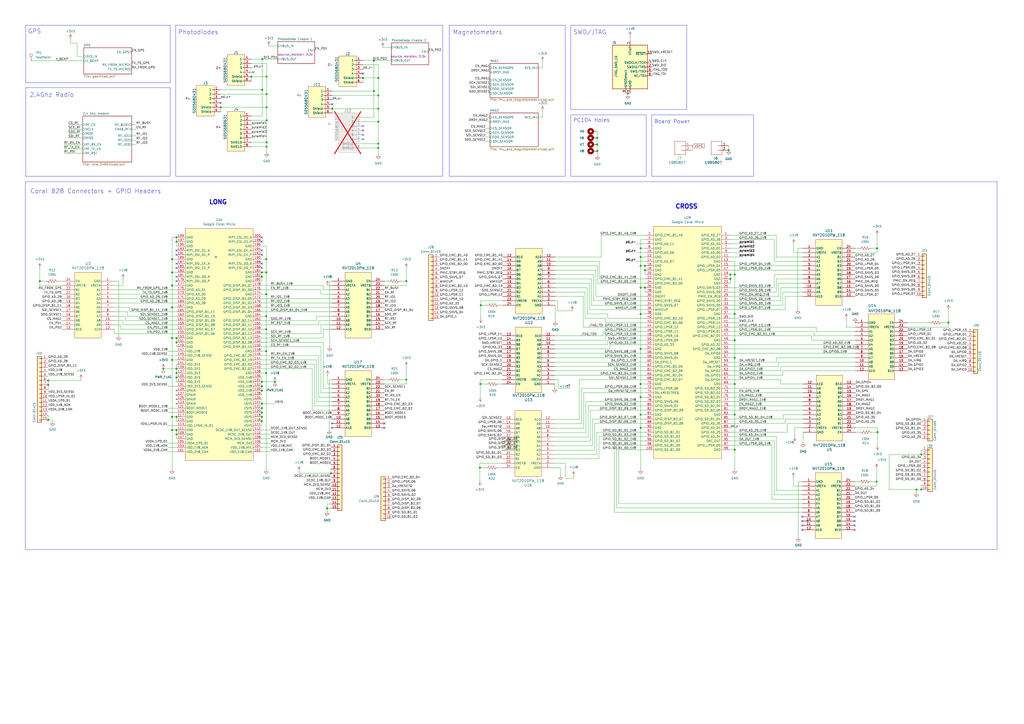
<source format=kicad_sch>
(kicad_sch (version 20231120) (generator "eeschema") (generator_version "8.0")
  (paper "A2")
  (title_block (title "PiCoral") (date "2024-08-07") (rev "1.0.0") (company "Stanford Student Space Initiative") (comment 1 "RE: Flynn Dreilinger"))
  (lib_symbols
    (symbol "+3V3_1" (power) (pin_numbers hide) (pin_names (offset 0) hide)
      (property "Value" "+3V3" (at 0 3.556 0))
      (symbol "+3V3_1_1_1"
        (pin power_in line (at 0 0 90) (length 0) (name "~") (number "1"))
      )
    )
    (symbol "+3V3_2" (power) (pin_numbers hide) (pin_names (offset 0) hide)
      (property "Value" "+3V3" (at 0 3.556 0))
      (symbol "+3V3_2_1_1"
        (pin power_in line (at 0 0 90) (length 0) (name "~") (number "1"))
      )
    )
    (symbol "5055680431_1" (pin_names (offset 0.254))
      (property "Reference" "J" (at 8.89 6.35 0))
      (property "Value" "5055680431" (at 10.668 -16.764 0))
      (symbol "5055680431_1_1_1"
        (pin unspecified line (at 0 0 0) (length 5.08) (name "1") (number "1"))
        (pin unspecified line (at 0 -2.54 0) (length 5.08) (name "2") (number "2"))
        (pin unspecified line (at 0 -5.08 0) (length 5.08) (name "3") (number "3"))
        (pin unspecified line (at 0 -7.62 0) (length 5.08) (name "4") (number "4"))
        (pin unspecified line (at 0 -10.16 0) (length 5.08) (name "Shield") (number "5"))
        (pin unspecified line (at 0 -12.7 0) (length 5.08) (name "Shield") (number "6"))
      )
      (symbol "5055680431_1_1_2"
        (pin unspecified line (at 0 0 0) (length 5.08) (name "1") (number "1"))
        (pin unspecified line (at 0 -2.54 0) (length 5.08) (name "2") (number "2"))
        (pin unspecified line (at 0 -5.08 0) (length 5.08) (name "3") (number "3"))
        (pin unspecified line (at 0 -7.62 0) (length 5.08) (name "4") (number "4"))
        (pin unspecified line (at 0 -10.16 0) (length 5.08) (name "5") (number "5"))
        (pin unspecified line (at 0 -12.7 0) (length 5.08) (name "6") (number "6"))
      )
    )
    (symbol "5055680631_1" (pin_names (offset 0.254))
      (property "Reference" "J" (at 5.842 4.318 0))
      (property "Value" "5055680631" (at 11.938 -22.098 0))
      (symbol "5055680631_1_1_1"
        (pin unspecified line (at 0 0 0) (length 5.08) (name "1") (number "1"))
        (pin unspecified line (at 0 -2.54 0) (length 5.08) (name "2") (number "2"))
        (pin unspecified line (at 0 -5.08 0) (length 5.08) (name "3") (number "3"))
        (pin unspecified line (at 0 -7.62 0) (length 5.08) (name "4") (number "4"))
        (pin unspecified line (at 0 -10.16 0) (length 5.08) (name "5") (number "5"))
        (pin unspecified line (at 0 -12.7 0) (length 5.08) (name "6") (number "6"))
        (pin unspecified line (at 0 -15.24 0) (length 5.08) (name "SHIELD") (number "7"))
        (pin unspecified line (at 0 -17.78 0) (length 5.08) (name "SHIELD") (number "8"))
      )
      (symbol "5055680631_1_1_2"
        (pin unspecified line (at 0 0 0) (length 5.08) (name "1") (number "1"))
        (pin unspecified line (at 0 -2.54 0) (length 5.08) (name "2") (number "2"))
        (pin unspecified line (at 0 -5.08 0) (length 5.08) (name "3") (number "3"))
        (pin unspecified line (at 0 -7.62 0) (length 5.08) (name "4") (number "4"))
        (pin unspecified line (at 0 -10.16 0) (length 5.08) (name "5") (number "5"))
        (pin unspecified line (at 0 -12.7 0) (length 5.08) (name "6") (number "6"))
        (pin unspecified line (at 0 -15.24 0) (length 5.08) (name "7") (number "7"))
        (pin unspecified line (at 0 -17.78 0) (length 5.08) (name "8") (number "8"))
      )
    )
    (symbol "Connector:Conn_ARM_JTAG_SWD_10" (pin_names (offset 1.016))
      (property "Reference" "J" (at -2.54 16.51 0))
      (property "Value" "Conn_ARM_JTAG_SWD_10" (at -2.54 13.97 0))
      (symbol "Conn_ARM_JTAG_SWD_10_1_1"
        (pin power_in line (at 0 15.24 270) (length 2.54) (name "VTref") (number "1"))
        (pin open_collector line (at 12.7 7.62 180) (length 2.54) (name "~{RESET}") (number "10"))
        (pin bidirectional line (at 12.7 0 180) (length 2.54) (name "SWDIO/TMS") (number "2"))
        (pin power_in line (at 0 -15.24 90) (length 2.54) (name "GND") (number "3"))
        (pin output line (at 12.7 2.54 180) (length 2.54) (name "SWDCLK/TCK") (number "4"))
        (pin passive line (at 0 -15.24 90) (length 2.54) hide (name "GND") (number "5"))
        (pin input line (at 12.7 -2.54 180) (length 2.54) (name "SWO/TDO") (number "6"))
        (pin no_connect line (at -10.16 0 0) (length 2.54) hide (name "KEY") (number "7"))
        (pin output line (at 12.7 -5.08 180) (length 2.54) (name "NC/TDI") (number "8"))
        (pin passive line (at -2.54 -15.24 90) (length 2.54) (name "GNDDetect") (number "9"))
      )
    )
    (symbol "Connector:TestPoint" (pin_numbers hide) (pin_names (offset 0.762) hide)
      (property "Reference" "TP" (at 0 6.858 0))
      (property "Value" "TestPoint" (at 0 5.08 0))
      (symbol "TestPoint_1_1"
        (pin passive line (at 0 0 90) (length 2.54) (name "1") (number "1"))
      )
    )
    (symbol "Connector_Generic:Conn_01x05" (pin_names (offset 1.016) hide)
      (property "Reference" "J" (at 0 7.62 0))
      (property "Value" "Conn_01x05" (at 0 -7.62 0))
      (symbol "Conn_01x05_1_1"
        (pin passive line (at -5.08 5.08 0) (length 3.81) (name "Pin_1") (number "1"))
        (pin passive line (at -5.08 2.54 0) (length 3.81) (name "Pin_2") (number "2"))
        (pin passive line (at -5.08 0 0) (length 3.81) (name "Pin_3") (number "3"))
        (pin passive line (at -5.08 -2.54 0) (length 3.81) (name "Pin_4") (number "4"))
        (pin passive line (at -5.08 -5.08 0) (length 3.81) (name "Pin_5") (number "5"))
      )
    )
    (symbol "Connector_Generic:Conn_01x10" (pin_names (offset 1.016) hide)
      (property "Reference" "J" (at 0 12.7 0))
      (property "Value" "Conn_01x10" (at 0 -15.24 0))
      (symbol "Conn_01x10_1_1"
        (pin passive line (at -5.08 10.16 0) (length 3.81) (name "Pin_1") (number "1"))
        (pin passive line (at -5.08 -12.7 0) (length 3.81) (name "Pin_10") (number "10"))
        (pin passive line (at -5.08 7.62 0) (length 3.81) (name "Pin_2") (number "2"))
        (pin passive line (at -5.08 5.08 0) (length 3.81) (name "Pin_3") (number "3"))
        (pin passive line (at -5.08 2.54 0) (length 3.81) (name "Pin_4") (number "4"))
        (pin passive line (at -5.08 0 0) (length 3.81) (name "Pin_5") (number "5"))
        (pin passive line (at -5.08 -2.54 0) (length 3.81) (name "Pin_6") (number "6"))
        (pin passive line (at -5.08 -5.08 0) (length 3.81) (name "Pin_7") (number "7"))
        (pin passive line (at -5.08 -7.62 0) (length 3.81) (name "Pin_8") (number "8"))
        (pin passive line (at -5.08 -10.16 0) (length 3.81) (name "Pin_9") (number "9"))
      )
    )
    (symbol "Connector_Generic:Conn_01x15" (pin_names (offset 1.016) hide)
      (property "Reference" "J" (at 0 20.32 0))
      (property "Value" "Conn_01x15" (at 0 -20.32 0))
      (symbol "Conn_01x15_1_1"
        (pin passive line (at -5.08 17.78 0) (length 3.81) (name "Pin_1") (number "1"))
        (pin passive line (at -5.08 -5.08 0) (length 3.81) (name "Pin_10") (number "10"))
        (pin passive line (at -5.08 -7.62 0) (length 3.81) (name "Pin_11") (number "11"))
        (pin passive line (at -5.08 -10.16 0) (length 3.81) (name "Pin_12") (number "12"))
        (pin passive line (at -5.08 -12.7 0) (length 3.81) (name "Pin_13") (number "13"))
        (pin passive line (at -5.08 -15.24 0) (length 3.81) (name "Pin_14") (number "14"))
        (pin passive line (at -5.08 -17.78 0) (length 3.81) (name "Pin_15") (number "15"))
        (pin passive line (at -5.08 15.24 0) (length 3.81) (name "Pin_2") (number "2"))
        (pin passive line (at -5.08 12.7 0) (length 3.81) (name "Pin_3") (number "3"))
        (pin passive line (at -5.08 10.16 0) (length 3.81) (name "Pin_4") (number "4"))
        (pin passive line (at -5.08 7.62 0) (length 3.81) (name "Pin_5") (number "5"))
        (pin passive line (at -5.08 5.08 0) (length 3.81) (name "Pin_6") (number "6"))
        (pin passive line (at -5.08 2.54 0) (length 3.81) (name "Pin_7") (number "7"))
        (pin passive line (at -5.08 0 0) (length 3.81) (name "Pin_8") (number "8"))
        (pin passive line (at -5.08 -2.54 0) (length 3.81) (name "Pin_9") (number "9"))
      )
    )
    (symbol "CoralMicro_1"
      (property "Reference" "U" (at -18.034 69.088 0))
      (property "Value" "Google Coral Micro" (at 0 67.564 0))
      (symbol "CoralMicro_1_1_1"
        (pin unspecified line (at -24.13 -63.5 0) (length 5.08) (name "VDD_2V8_CAM") (number "101"))
        (pin unspecified line (at 25.4 -63.5 180) (length 5.08) (name "VDD_1V8_CAM") (number "102"))
        (pin unspecified line (at -24.13 -60.96 0) (length 5.08) (name "VDD_1V8_AON") (number "103"))
        (pin unspecified line (at 25.4 -60.96 180) (length 5.08) (name "VDD_1V8_MIC") (number "104"))
        (pin unspecified line (at -24.13 -58.42 0) (length 5.08) (name "VDDA_1P0_01") (number "105"))
        (pin unspecified line (at 25.4 -58.42 180) (length 5.08) (name "MCM_3V3") (number "106"))
        (pin unspecified line (at -24.13 -55.88 0) (length 5.08) (name "GND") (number "107"))
        (pin unspecified line (at 25.4 -55.88 180) (length 5.08) (name "MCM_3V3_SENSE") (number "108"))
        (pin unspecified line (at -24.13 -53.34 0) (length 5.08) (name "GND") (number "109"))
        (pin unspecified line (at 25.4 -53.34 180) (length 5.08) (name "DCDC_1V8_OUT") (number "110"))
        (pin unspecified line (at -24.13 -50.8 0) (length 5.08) (name "GND") (number "111"))
        (pin unspecified line (at 25.4 -50.8 180) (length 5.08) (name "DCDC_1V8_OUT_SENSE") (number "112"))
        (pin unspecified line (at -24.13 -48.26 0) (length 5.08) (name "VDD_LPSR_IN_01") (number "113"))
        (pin unspecified line (at 25.4 -48.26 180) (length 5.08) (name "VSYS") (number "114"))
        (pin unspecified line (at -24.13 -45.72 0) (length 5.08) (name "GND") (number "115"))
        (pin unspecified line (at 25.4 -45.72 180) (length 5.08) (name "VSYS") (number "116"))
        (pin unspecified line (at -24.13 -43.18 0) (length 5.08) (name "GND") (number "117"))
        (pin unspecified line (at 25.4 -43.18 180) (length 5.08) (name "VSYS") (number "118"))
        (pin unspecified line (at -24.13 -40.64 0) (length 5.08) (name "BOOT_MODE0") (number "119"))
        (pin unspecified line (at 25.4 -40.64 180) (length 5.08) (name "VSYS") (number "120"))
        (pin unspecified line (at -24.13 -38.1 0) (length 5.08) (name "BOOT_MODE1") (number "121"))
        (pin unspecified line (at 25.4 -38.1 180) (length 5.08) (name "VSYS") (number "122"))
        (pin no_connect line (at -24.13 -35.56 0) (length 5.08) (name "SPAIR") (number "123"))
        (pin unspecified line (at 25.4 -35.56 180) (length 5.08) (name "VSYS") (number "124"))
        (pin no_connect line (at -24.13 -33.02 0) (length 5.08) (name "SPAIR") (number "125"))
        (pin unspecified line (at 25.4 -33.02 180) (length 5.08) (name "VSYS") (number "126"))
        (pin no_connect line (at -24.13 -30.48 0) (length 5.08) (name "SPAIR") (number "127"))
        (pin unspecified line (at 25.4 -30.48 180) (length 5.08) (name "VDD_1V8") (number "128"))
        (pin no_connect line (at -24.13 -27.94 0) (length 5.08) (name "SPAIR") (number "129"))
        (pin unspecified line (at 25.4 -27.94 180) (length 5.08) (name "VDD_1V8") (number "130"))
        (pin unspecified line (at -24.13 -25.4 0) (length 5.08) (name "VDD_3V3_SENSE") (number "131"))
        (pin unspecified line (at 25.4 -25.4 180) (length 5.08) (name "VDD_1V8") (number "132"))
        (pin unspecified line (at -24.13 -22.86 0) (length 5.08) (name "VDD_3V3") (number "133"))
        (pin unspecified line (at 25.4 -22.86 180) (length 5.08) (name "VDD_1V8") (number "134"))
        (pin unspecified line (at -24.13 -20.32 0) (length 5.08) (name "VDD_3V3") (number "135"))
        (pin unspecified line (at 25.4 -20.32 180) (length 5.08) (name "VDD_1V8") (number "136"))
        (pin unspecified line (at -24.13 -17.78 0) (length 5.08) (name "VDD_3V3") (number "137"))
        (pin unspecified line (at 25.4 -17.78 180) (length 5.08) (name "GND") (number "138"))
        (pin unspecified line (at -24.13 -15.24 0) (length 5.08) (name "VDD_3V3") (number "139"))
        (pin unspecified line (at 25.4 -15.24 180) (length 5.08) (name "GPIO_EMC_B2_02") (number "140"))
        (pin unspecified line (at -24.13 -12.7 0) (length 5.08) (name "VDD_3V3") (number "141"))
        (pin unspecified line (at 25.4 -12.7 180) (length 5.08) (name "GPIO_EMC_B2_03") (number "142"))
        (pin unspecified line (at -24.13 -10.16 0) (length 5.08) (name "GND") (number "143"))
        (pin unspecified line (at 25.4 -10.16 180) (length 5.08) (name "GPIO_EMC_B2_19") (number "144"))
        (pin unspecified line (at -24.13 -7.62 0) (length 5.08) (name "VDD_1V8_SENSE") (number "145"))
        (pin unspecified line (at 25.4 -7.62 180) (length 5.08) (name "GPIO_EMC_B2_20") (number "146"))
        (pin unspecified line (at -24.13 -5.08 0) (length 5.08) (name "VDD_1V8") (number "147"))
        (pin unspecified line (at 25.4 -5.08 180) (length 5.08) (name "GND") (number "148"))
        (pin unspecified line (at -24.13 -2.54 0) (length 5.08) (name "GND") (number "149"))
        (pin unspecified line (at 25.4 -2.54 180) (length 5.08) (name "GPIO_DISP_B2_15") (number "150"))
        (pin unspecified line (at -24.13 0 0) (length 5.08) (name "GND") (number "151"))
        (pin unspecified line (at 25.4 0 180) (length 5.08) (name "GPIO_DISP_B2_08") (number "152"))
        (pin unspecified line (at -24.13 2.54 0) (length 5.08) (name "GND") (number "153"))
        (pin unspecified line (at 25.4 2.54 180) (length 5.08) (name "GPIO_DISP_B2_13") (number "154"))
        (pin unspecified line (at -24.13 5.08 0) (length 5.08) (name "GPIO_DISP_B1_06") (number "155"))
        (pin unspecified line (at 25.4 5.08 180) (length 5.08) (name "GPIO_DISP_B2_12") (number "156"))
        (pin unspecified line (at -24.13 7.62 0) (length 5.08) (name "GPIO_DISP_B1_07") (number "157"))
        (pin unspecified line (at 25.4 7.62 180) (length 5.08) (name "GPIO_DISP_B1_10") (number "158"))
        (pin unspecified line (at -24.13 10.16 0) (length 5.08) (name "GPIO_DISP_B1_08") (number "159"))
        (pin unspecified line (at 25.4 10.16 180) (length 5.08) (name "GPIO_DISP_B2_11") (number "160"))
        (pin unspecified line (at -24.13 12.7 0) (length 5.08) (name "GPIO_DISP_B1_09") (number "161"))
        (pin unspecified line (at 25.4 12.7 180) (length 5.08) (name "GPIO_DISP_B2_14") (number "162"))
        (pin unspecified line (at -24.13 15.24 0) (length 5.08) (name "GPIO_DISP_B1_10") (number "163"))
        (pin unspecified line (at 25.4 15.24 180) (length 5.08) (name "GND") (number "164"))
        (pin unspecified line (at -24.13 17.78 0) (length 5.08) (name "GPIO_DISP_B1_11") (number "165"))
        (pin unspecified line (at 25.4 17.78 180) (length 5.08) (name "GPIO_DISP_B1_04") (number "166"))
        (pin unspecified line (at -24.13 20.32 0) (length 5.08) (name "GND") (number "167"))
        (pin unspecified line (at 25.4 20.32 180) (length 5.08) (name "GPIO_DISP_B1_03") (number "168"))
        (pin unspecified line (at -24.13 22.86 0) (length 5.08) (name "GPIO_AD_28") (number "169"))
        (pin unspecified line (at 25.4 22.86 180) (length 5.08) (name "GPIO_DISP_B1_02") (number "170"))
        (pin unspecified line (at -24.13 25.4 0) (length 5.08) (name "GPIO_AD_29") (number "171"))
        (pin unspecified line (at 25.4 25.4 180) (length 5.08) (name "GPIO_DISP_B1_05") (number "172"))
        (pin unspecified line (at -24.13 27.94 0) (length 5.08) (name "GPIO_AD_30") (number "173"))
        (pin unspecified line (at 25.4 27.94 180) (length 5.08) (name "GND") (number "174"))
        (pin unspecified line (at -24.13 30.48 0) (length 5.08) (name "GPIO_AD_31") (number "175"))
        (pin unspecified line (at 25.4 30.48 180) (length 5.08) (name "GPIO_DISP_B1_00") (number "176"))
        (pin unspecified line (at -24.13 33.02 0) (length 5.08) (name "GND") (number "177"))
        (pin unspecified line (at 25.4 33.02 180) (length 5.08) (name "GPIO_DISP_B1_01") (number "178"))
        (pin unspecified line (at -24.13 35.56 0) (length 5.08) (name "MIPI_DSI_D0_P") (number "179"))
        (pin unspecified line (at 25.4 35.56 180) (length 5.08) (name "GND") (number "180"))
        (pin unspecified line (at -24.13 38.1 0) (length 5.08) (name "MIPI_DSI_D0_N") (number "181"))
        (pin unspecified line (at 25.4 38.1 180) (length 5.08) (name "GND") (number "182"))
        (pin unspecified line (at -24.13 40.64 0) (length 5.08) (name "GND") (number "183"))
        (pin unspecified line (at 25.4 40.64 180) (length 5.08) (name "GND") (number "184"))
        (pin unspecified line (at -24.13 43.18 0) (length 5.08) (name "MIPI_DSI_CK_P") (number "185"))
        (pin unspecified line (at 25.4 43.18 180) (length 5.08) (name "MIPI_CSI_D0_P") (number "186"))
        (pin unspecified line (at -24.13 45.72 0) (length 5.08) (name "MIPI_DSI_CK_N") (number "187"))
        (pin unspecified line (at 25.4 45.72 180) (length 5.08) (name "MIPI_CSI_D0_N") (number "188"))
        (pin unspecified line (at -24.13 48.26 0) (length 5.08) (name "GND") (number "189"))
        (pin unspecified line (at 25.4 48.26 180) (length 5.08) (name "GND") (number "190"))
        (pin unspecified line (at -24.13 50.8 0) (length 5.08) (name "MIPI_DSI_D1_P") (number "191"))
        (pin unspecified line (at 25.4 50.8 180) (length 5.08) (name "MIPI_CSI_CK_P") (number "192"))
        (pin unspecified line (at -24.13 53.34 0) (length 5.08) (name "MIPI_DSI_D1_N") (number "193"))
        (pin unspecified line (at 25.4 53.34 180) (length 5.08) (name "MIPI_CSI_CK_N") (number "194"))
        (pin unspecified line (at -24.13 55.88 0) (length 5.08) (name "GND") (number "195"))
        (pin unspecified line (at 25.4 55.88 180) (length 5.08) (name "GND") (number "196"))
        (pin unspecified line (at -24.13 58.42 0) (length 5.08) (name "GND") (number "197"))
        (pin unspecified line (at 25.4 58.42 180) (length 5.08) (name "MIPI_CSI_D1_P") (number "198"))
        (pin unspecified line (at -24.13 60.96 0) (length 5.08) (name "GND") (number "199"))
        (pin unspecified line (at 25.4 60.96 180) (length 5.08) (name "MIPI_CSI_D1_N") (number "200"))
      )
      (symbol "CoralMicro_1_2_1"
        (pin unspecified line (at 25.4 60.96 180) (length 5.08) (name "GPIO_AD_27") (number "1"))
        (pin unspecified line (at -24.13 50.8 0) (length 5.08) (name "GPIO_AD_06") (number "10"))
        (pin unspecified line (at -24.13 -63.5 0) (length 5.08) (name "GPIO_SD_B1_00") (number "100"))
        (pin unspecified line (at 25.4 48.26 180) (length 5.08) (name "GPIO_AD_02") (number "11"))
        (pin unspecified line (at -24.13 48.26 0) (length 5.08) (name "GND") (number "12"))
        (pin unspecified line (at 25.4 45.72 180) (length 5.08) (name "GND") (number "13"))
        (pin unspecified line (at -24.13 45.72 0) (length 5.08) (name "GPIO_AD_07") (number "14"))
        (pin unspecified line (at 25.4 43.18 180) (length 5.08) (name "GPIO_LPSR_04") (number "15"))
        (pin unspecified line (at -24.13 43.18 0) (length 5.08) (name "GND") (number "16"))
        (pin unspecified line (at 25.4 40.64 180) (length 5.08) (name "GPIO_LPSR_05") (number "17"))
        (pin unspecified line (at -24.13 40.64 0) (length 5.08) (name "GND") (number "18"))
        (pin unspecified line (at 25.4 38.1 180) (length 5.08) (name "GND") (number "19"))
        (pin unspecified line (at -24.13 60.96 0) (length 5.08) (name "GPIO_EMC_B1_40") (number "2"))
        (pin unspecified line (at -24.13 38.1 0) (length 5.08) (name "GND") (number "20"))
        (pin unspecified line (at 25.4 35.56 180) (length 5.08) (name "GND") (number "21"))
        (pin unspecified line (at -24.13 35.56 0) (length 5.08) (name "GPIO_EMC_B1_41") (number "22"))
        (pin unspecified line (at 25.4 33.02 180) (length 5.08) (name "GND") (number "23"))
        (pin unspecified line (at -24.13 33.02 0) (length 5.08) (name "GPIO_EMC_B2_00") (number "24"))
        (pin unspecified line (at 25.4 30.48 180) (length 5.08) (name "GPIO_SNVS_03") (number "25"))
        (pin unspecified line (at -24.13 30.48 0) (length 5.08) (name "GND") (number "26"))
        (pin unspecified line (at 25.4 27.94 180) (length 5.08) (name "GPIO_SNVS_09") (number "27"))
        (pin unspecified line (at -24.13 27.94 0) (length 5.08) (name "GND") (number "28"))
        (pin unspecified line (at 25.4 25.4 180) (length 5.08) (name "PMIC_ON_REQ") (number "29"))
        (pin unspecified line (at 25.4 58.42 180) (length 5.08) (name "GPIO_AD_26") (number "3"))
        (pin unspecified line (at -24.13 25.4 0) (length 5.08) (name "ONOFF") (number "30"))
        (pin unspecified line (at 25.4 22.86 180) (length 5.08) (name "GPIO_SNVS_00") (number "31"))
        (pin unspecified line (at -24.13 22.86 0) (length 5.08) (name "PMIC_STBY_REQ") (number "32"))
        (pin unspecified line (at 25.4 20.32 180) (length 5.08) (name "GPIO_SNVS_05") (number "33"))
        (pin unspecified line (at -24.13 20.32 0) (length 5.08) (name "GPIO_SNVS_07") (number "34"))
        (pin unspecified line (at 25.4 17.78 180) (length 5.08) (name "GPIO_LPSR_07") (number "35"))
        (pin unspecified line (at -24.13 17.78 0) (length 5.08) (name "WAKEUP") (number "36"))
        (pin unspecified line (at 25.4 15.24 180) (length 5.08) (name "GND") (number "37"))
        (pin unspecified line (at -24.13 15.24 0) (length 5.08) (name "GND") (number "38"))
        (pin unspecified line (at 25.4 12.7 180) (length 5.08) (name "GPIO_LPSR_15") (number "39"))
        (pin unspecified line (at -24.13 58.42 0) (length 5.08) (name "GND") (number "4"))
        (pin unspecified line (at -24.13 12.7 0) (length 5.08) (name "GPIO_EMC_B2_10") (number "40"))
        (pin unspecified line (at 25.4 10.16 180) (length 5.08) (name "GPIO_LPSR_14") (number "41"))
        (pin unspecified line (at -24.13 10.16 0) (length 5.08) (name "GPIO_EMC_B2_06") (number "42"))
        (pin unspecified line (at 25.4 7.62 180) (length 5.08) (name "GPIO_LPSR_13") (number "43"))
        (pin unspecified line (at -24.13 7.62 0) (length 5.08) (name "GPIO_LPSR_12") (number "44"))
        (pin unspecified line (at 25.4 5.08 180) (length 5.08) (name "GPIO_LPSR_01") (number "45"))
        (pin unspecified line (at -24.13 5.08 0) (length 5.08) (name "GPIO_LPSR_11") (number "46"))
        (pin unspecified line (at 25.4 2.54 180) (length 5.08) (name "GPIO_EMC_B2_01") (number "47"))
        (pin unspecified line (at -24.13 2.54 0) (length 5.08) (name "GPIO_LPSR_10") (number "48"))
        (pin unspecified line (at 25.4 0 180) (length 5.08) (name "GND") (number "49"))
        (pin unspecified line (at 25.4 55.88 180) (length 5.08) (name "GPIO_AD_03") (number "5"))
        (pin unspecified line (at -24.13 0 0) (length 5.08) (name "GPIO_LPSR_09") (number "50"))
        (pin unspecified line (at 25.4 -2.54 180) (length 5.08) (name "GPIO_AD_32") (number "51"))
        (pin unspecified line (at -24.13 -2.54 0) (length 5.08) (name "GPIO_AD_33") (number "52"))
        (pin unspecified line (at 25.4 -5.08 180) (length 5.08) (name "GPIO_EMC_B2_08") (number "53"))
        (pin unspecified line (at -24.13 -5.08 0) (length 5.08) (name "GND") (number "54"))
        (pin unspecified line (at 25.4 -7.62 180) (length 5.08) (name "DA_GPIO0") (number "55"))
        (pin unspecified line (at -24.13 -7.62 0) (length 5.08) (name "GPIO_SNVS_08") (number "56"))
        (pin unspecified line (at 25.4 -10.16 180) (length 5.08) (name "GND") (number "57"))
        (pin unspecified line (at -24.13 -10.16 0) (length 5.08) (name "GPIO_SNVS_04") (number "58"))
        (pin unspecified line (at 25.4 -12.7 180) (length 5.08) (name "Da_nRESET") (number "59"))
        (pin unspecified line (at -24.13 55.88 0) (length 5.08) (name "GPIO_AD_11") (number "6"))
        (pin unspecified line (at -24.13 -12.7 0) (length 5.08) (name "DA_GPIO_1") (number "60"))
        (pin unspecified line (at 25.4 -15.24 180) (length 5.08) (name "Da_nIRQ") (number "61"))
        (pin unspecified line (at -24.13 -15.24 0) (length 5.08) (name "GPIO_EMC_B2_05") (number "62"))
        (pin unspecified line (at 25.4 -17.78 180) (length 5.08) (name "Da_GPIO2") (number "63"))
        (pin unspecified line (at -24.13 -17.78 0) (length 5.08) (name "GPIO_EMC_B2_09") (number "64"))
        (pin unspecified line (at 25.4 -20.32 180) (length 5.08) (name "Da_GPIO3") (number "65"))
        (pin unspecified line (at -24.13 -20.32 0) (length 5.08) (name "GPIO_EMC_B2_04") (number "66"))
        (pin unspecified line (at 25.4 -22.86 180) (length 5.08) (name "Da_GPIO4") (number "67"))
        (pin unspecified line (at -24.13 -22.86 0) (length 5.08) (name "GPIO_EMC_B2_07") (number "68"))
        (pin unspecified line (at 25.4 -25.4 180) (length 5.08) (name "GND") (number "69"))
        (pin unspecified line (at 25.4 53.34 180) (length 5.08) (name "GPIO_AD_01") (number "7"))
        (pin unspecified line (at -24.13 -25.4 0) (length 5.08) (name "GND") (number "70"))
        (pin unspecified line (at 25.4 -27.94 180) (length 5.08) (name "GPIO_SD_B2_00") (number "71"))
        (pin unspecified line (at -24.13 -27.94 0) (length 5.08) (name "GPIO_LPSR_06") (number "72"))
        (pin unspecified line (at 25.4 -30.48 180) (length 5.08) (name "GPIO_SD_B2_02") (number "73"))
        (pin unspecified line (at -24.13 -30.48 0) (length 5.08) (name "DA_nRESETREQ") (number "74"))
        (pin unspecified line (at 25.4 -33.02 180) (length 5.08) (name "GPIO_SD_B2_01") (number "75"))
        (pin unspecified line (at -24.13 -33.02 0) (length 5.08) (name "GND") (number "76"))
        (pin unspecified line (at 25.4 -35.56 180) (length 5.08) (name "GPIO_SD_B2_03") (number "77"))
        (pin unspecified line (at -24.13 -35.56 0) (length 5.08) (name "GPIO_SNVS_06") (number "78"))
        (pin unspecified line (at 25.4 -38.1 180) (length 5.08) (name "GPIO_SD_B2_04") (number "79"))
        (pin unspecified line (at -24.13 53.34 0) (length 5.08) (name "GND") (number "8"))
        (pin unspecified line (at -24.13 -38.1 0) (length 5.08) (name "GPIO_SNVS_02") (number "80"))
        (pin unspecified line (at 25.4 -40.64 180) (length 5.08) (name "GPIO_SD_B2_05") (number "81"))
        (pin unspecified line (at -24.13 -40.64 0) (length 5.08) (name "GPIO_DISP_B2_09") (number "82"))
        (pin unspecified line (at 25.4 -43.18 180) (length 5.08) (name "GND") (number "83"))
        (pin unspecified line (at -24.13 -43.18 0) (length 5.08) (name "GND") (number "84"))
        (pin unspecified line (at 25.4 -45.72 180) (length 5.08) (name "GPIO_SD_B1_04") (number "85"))
        (pin unspecified line (at -24.13 -45.72 0) (length 5.08) (name "GPIO_DISP_B2_07") (number "86"))
        (pin unspecified line (at 25.4 -48.26 180) (length 5.08) (name "GPIO_AD_35") (number "87"))
        (pin unspecified line (at -24.13 -48.26 0) (length 5.08) (name "GPIO_DISP_B2_06") (number "88"))
        (pin unspecified line (at 25.4 -50.8 180) (length 5.08) (name "GPIO_AD_24") (number "89"))
        (pin unspecified line (at 25.4 50.8 180) (length 5.08) (name "GPIO_AD_00") (number "9"))
        (pin unspecified line (at -24.13 -50.8 0) (length 5.08) (name "GND") (number "90"))
        (pin unspecified line (at 25.4 -53.34 180) (length 5.08) (name "GPIO_AD_25") (number "91"))
        (pin unspecified line (at -24.13 -53.34 0) (length 5.08) (name "GPIO_SD_B1_01") (number "92"))
        (pin unspecified line (at 25.4 -55.88 180) (length 5.08) (name "GPIO_AD_34") (number "93"))
        (pin unspecified line (at -24.13 -55.88 0) (length 5.08) (name "GPIO_SD_B1_03") (number "94"))
        (pin unspecified line (at 25.4 -58.42 180) (length 5.08) (name "DAC_OUT") (number "95"))
        (pin unspecified line (at -24.13 -58.42 0) (length 5.08) (name "GPIO_SD_B1_02") (number "96"))
        (pin unspecified line (at 25.4 -60.96 180) (length 5.08) (name "GPIO_LPSR_00") (number "97"))
        (pin unspecified line (at -24.13 -60.96 0) (length 5.08) (name "GPIO_SD_B1_05") (number "98"))
        (pin unspecified line (at 25.4 -63.5 180) (length 5.08) (name "GND") (number "99"))
      )
    )
    (symbol "Device:R_US" (pin_numbers hide) (pin_names (offset 0))
      (property "Reference" "R" (at 2.54 0 90))
      (property "Value" "R_US" (at -2.54 0 90))
      (symbol "R_US_1_1"
        (pin passive line (at 0 3.81 270) (length 1.27) (name "~") (number "1"))
        (pin passive line (at 0 -3.81 90) (length 1.27) (name "~") (number "2"))
      )
    )
    (symbol "GND_1" (power) (pin_numbers hide) (pin_names (offset 0) hide)
      (property "Value" "GND" (at 0 -3.81 0))
      (symbol "GND_1_1_1"
        (pin power_in line (at 0 0 270) (length 0) (name "~") (number "1"))
      )
    )
    (symbol "GND_5" (power) (pin_numbers hide) (pin_names (offset 0) hide)
      (property "Value" "GND" (at 0 -3.81 0))
      (symbol "GND_5_1_1"
        (pin power_in line (at 0 0 270) (length 0) (name "~") (number "1"))
      )
    )
    (symbol "Mechanical:MountingHole_Pad" (pin_numbers hide) (pin_names (offset 1.016) hide)
      (property "Reference" "H" (at 0 6.35 0))
      (property "Value" "MountingHole_Pad" (at 0 4.445 0))
      (symbol "MountingHole_Pad_1_1"
        (pin input line (at 0 -2.54 90) (length 2.54) (name "1") (number "1"))
      )
    )
    (symbol "NVT2010PW_118_1" (pin_names (offset 0.254))
      (property "Reference" "U" (at -7.112 23.622 0))
      (property "Value" "NVT2010PW_118" (at 1.524 20.828 0))
      (symbol "NVT2010PW_118_1_0_1"
        (pin bidirectional line (at -15.24 -8.89 0) (length 7.62) (name "A8") (number "10"))
        (pin bidirectional line (at -15.24 -11.43 0) (length 7.62) (name "A9") (number "11"))
        (pin bidirectional line (at -15.24 -13.97 0) (length 7.62) (name "A10") (number "12"))
        (pin bidirectional line (at 15.24 -13.97 180) (length 7.62) (name "B10") (number "13"))
        (pin bidirectional line (at 15.24 -11.43 180) (length 7.62) (name "B9") (number "14"))
        (pin bidirectional line (at 15.24 -8.89 180) (length 7.62) (name "B8") (number "15"))
        (pin bidirectional line (at 15.24 -6.35 180) (length 7.62) (name "B7") (number "16"))
        (pin bidirectional line (at 15.24 -3.81 180) (length 7.62) (name "B6") (number "17"))
        (pin bidirectional line (at 15.24 -1.27 180) (length 7.62) (name "B5") (number "18"))
        (pin bidirectional line (at 15.24 1.27 180) (length 7.62) (name "B4") (number "19"))
        (pin power_in line (at -15.24 11.43 0) (length 7.62) (name "VREFA") (number "2"))
        (pin bidirectional line (at 15.24 3.81 180) (length 7.62) (name "B3") (number "20"))
        (pin bidirectional line (at 15.24 6.35 180) (length 7.62) (name "B2") (number "21"))
        (pin bidirectional line (at 15.24 8.89 180) (length 7.62) (name "B1") (number "22"))
        (pin power_in line (at 15.24 11.43 180) (length 7.62) (name "VREFB") (number "23"))
        (pin input line (at 15.24 13.97 180) (length 7.62) (name "EN") (number "24"))
        (pin bidirectional line (at -15.24 8.89 0) (length 7.62) (name "A1") (number "3"))
        (pin bidirectional line (at -15.24 6.35 0) (length 7.62) (name "A2") (number "4"))
        (pin bidirectional line (at -15.24 3.81 0) (length 7.62) (name "A3") (number "5"))
        (pin bidirectional line (at -15.24 1.27 0) (length 7.62) (name "A4") (number "6"))
        (pin bidirectional line (at -15.24 -1.27 0) (length 7.62) (name "A5") (number "7"))
        (pin bidirectional line (at -15.24 -3.81 0) (length 7.62) (name "A6") (number "8"))
        (pin bidirectional line (at -15.24 -6.35 0) (length 7.62) (name "A7") (number "9"))
      )
      (symbol "NVT2010PW_118_1_1_1"
        (pin power_in line (at -15.24 13.97 0) (length 7.62) (name "GND") (number "1"))
      )
    )
    (symbol "NVT2010PW_118_2" (pin_names (offset 0.254))
      (property "Reference" "U" (at -7.112 23.622 0))
      (property "Value" "NVT2010PW_118" (at 1.524 20.828 0))
      (symbol "NVT2010PW_118_2_0_1"
        (pin bidirectional line (at -15.24 -8.89 0) (length 7.62) (name "A8") (number "10"))
        (pin bidirectional line (at -15.24 -11.43 0) (length 7.62) (name "A9") (number "11"))
        (pin bidirectional line (at -15.24 -13.97 0) (length 7.62) (name "A10") (number "12"))
        (pin bidirectional line (at 15.24 -13.97 180) (length 7.62) (name "B10") (number "13"))
        (pin bidirectional line (at 15.24 -11.43 180) (length 7.62) (name "B9") (number "14"))
        (pin bidirectional line (at 15.24 -8.89 180) (length 7.62) (name "B8") (number "15"))
        (pin bidirectional line (at 15.24 -6.35 180) (length 7.62) (name "B7") (number "16"))
        (pin bidirectional line (at 15.24 -3.81 180) (length 7.62) (name "B6") (number "17"))
        (pin bidirectional line (at 15.24 -1.27 180) (length 7.62) (name "B5") (number "18"))
        (pin bidirectional line (at 15.24 1.27 180) (length 7.62) (name "B4") (number "19"))
        (pin power_in line (at -15.24 11.43 0) (length 7.62) (name "VREFA") (number "2"))
        (pin bidirectional line (at 15.24 3.81 180) (length 7.62) (name "B3") (number "20"))
        (pin bidirectional line (at 15.24 6.35 180) (length 7.62) (name "B2") (number "21"))
        (pin bidirectional line (at 15.24 8.89 180) (length 7.62) (name "B1") (number "22"))
        (pin power_in line (at 15.24 11.43 180) (length 7.62) (name "VREFB") (number "23"))
        (pin input line (at 15.24 13.97 180) (length 7.62) (name "EN") (number "24"))
        (pin bidirectional line (at -15.24 8.89 0) (length 7.62) (name "A1") (number "3"))
        (pin bidirectional line (at -15.24 6.35 0) (length 7.62) (name "A2") (number "4"))
        (pin bidirectional line (at -15.24 3.81 0) (length 7.62) (name "A3") (number "5"))
        (pin bidirectional line (at -15.24 1.27 0) (length 7.62) (name "A4") (number "6"))
        (pin bidirectional line (at -15.24 -1.27 0) (length 7.62) (name "A5") (number "7"))
        (pin bidirectional line (at -15.24 -3.81 0) (length 7.62) (name "A6") (number "8"))
        (pin bidirectional line (at -15.24 -6.35 0) (length 7.62) (name "A7") (number "9"))
      )
      (symbol "NVT2010PW_118_2_1_1"
        (pin power_in line (at -15.24 13.97 0) (length 7.62) (name "GND") (number "1"))
      )
    )
    (symbol "NVT2010PW_118_3" (pin_names (offset 0.254))
      (property "Reference" "U" (at -7.112 23.622 0))
      (property "Value" "NVT2010PW_118" (at 1.524 20.828 0))
      (symbol "NVT2010PW_118_3_0_1"
        (pin bidirectional line (at -15.24 -8.89 0) (length 7.62) (name "A8") (number "10"))
        (pin bidirectional line (at -15.24 -11.43 0) (length 7.62) (name "A9") (number "11"))
        (pin bidirectional line (at -15.24 -13.97 0) (length 7.62) (name "A10") (number "12"))
        (pin bidirectional line (at 15.24 -13.97 180) (length 7.62) (name "B10") (number "13"))
        (pin bidirectional line (at 15.24 -11.43 180) (length 7.62) (name "B9") (number "14"))
        (pin bidirectional line (at 15.24 -8.89 180) (length 7.62) (name "B8") (number "15"))
        (pin bidirectional line (at 15.24 -6.35 180) (length 7.62) (name "B7") (number "16"))
        (pin bidirectional line (at 15.24 -3.81 180) (length 7.62) (name "B6") (number "17"))
        (pin bidirectional line (at 15.24 -1.27 180) (length 7.62) (name "B5") (number "18"))
        (pin bidirectional line (at 15.24 1.27 180) (length 7.62) (name "B4") (number "19"))
        (pin power_in line (at -15.24 11.43 0) (length 7.62) (name "VREFA") (number "2"))
        (pin bidirectional line (at 15.24 3.81 180) (length 7.62) (name "B3") (number "20"))
        (pin bidirectional line (at 15.24 6.35 180) (length 7.62) (name "B2") (number "21"))
        (pin bidirectional line (at 15.24 8.89 180) (length 7.62) (name "B1") (number "22"))
        (pin power_in line (at 15.24 11.43 180) (length 7.62) (name "VREFB") (number "23"))
        (pin input line (at 15.24 13.97 180) (length 7.62) (name "EN") (number "24"))
        (pin bidirectional line (at -15.24 8.89 0) (length 7.62) (name "A1") (number "3"))
        (pin bidirectional line (at -15.24 6.35 0) (length 7.62) (name "A2") (number "4"))
        (pin bidirectional line (at -15.24 3.81 0) (length 7.62) (name "A3") (number "5"))
        (pin bidirectional line (at -15.24 1.27 0) (length 7.62) (name "A4") (number "6"))
        (pin bidirectional line (at -15.24 -1.27 0) (length 7.62) (name "A5") (number "7"))
        (pin bidirectional line (at -15.24 -3.81 0) (length 7.62) (name "A6") (number "8"))
        (pin bidirectional line (at -15.24 -6.35 0) (length 7.62) (name "A7") (number "9"))
      )
      (symbol "NVT2010PW_118_3_1_1"
        (pin power_in line (at -15.24 13.97 0) (length 7.62) (name "GND") (number "1"))
      )
    )
    (symbol "NVT2010PW_118_4" (pin_names (offset 0.254))
      (property "Reference" "U" (at -7.112 23.622 0))
      (property "Value" "NVT2010PW_118" (at 1.524 20.828 0))
      (symbol "NVT2010PW_118_4_0_1"
        (pin bidirectional line (at -15.24 -8.89 0) (length 7.62) (name "A8") (number "10"))
        (pin bidirectional line (at -15.24 -11.43 0) (length 7.62) (name "A9") (number "11"))
        (pin bidirectional line (at -15.24 -13.97 0) (length 7.62) (name "A10") (number "12"))
        (pin bidirectional line (at 15.24 -13.97 180) (length 7.62) (name "B10") (number "13"))
        (pin bidirectional line (at 15.24 -11.43 180) (length 7.62) (name "B9") (number "14"))
        (pin bidirectional line (at 15.24 -8.89 180) (length 7.62) (name "B8") (number "15"))
        (pin bidirectional line (at 15.24 -6.35 180) (length 7.62) (name "B7") (number "16"))
        (pin bidirectional line (at 15.24 -3.81 180) (length 7.62) (name "B6") (number "17"))
        (pin bidirectional line (at 15.24 -1.27 180) (length 7.62) (name "B5") (number "18"))
        (pin bidirectional line (at 15.24 1.27 180) (length 7.62) (name "B4") (number "19"))
        (pin power_in line (at -15.24 11.43 0) (length 7.62) (name "VREFA") (number "2"))
        (pin bidirectional line (at 15.24 3.81 180) (length 7.62) (name "B3") (number "20"))
        (pin bidirectional line (at 15.24 6.35 180) (length 7.62) (name "B2") (number "21"))
        (pin bidirectional line (at 15.24 8.89 180) (length 7.62) (name "B1") (number "22"))
        (pin power_in line (at 15.24 11.43 180) (length 7.62) (name "VREFB") (number "23"))
        (pin input line (at 15.24 13.97 180) (length 7.62) (name "EN") (number "24"))
        (pin bidirectional line (at -15.24 8.89 0) (length 7.62) (name "A1") (number "3"))
        (pin bidirectional line (at -15.24 6.35 0) (length 7.62) (name "A2") (number "4"))
        (pin bidirectional line (at -15.24 3.81 0) (length 7.62) (name "A3") (number "5"))
        (pin bidirectional line (at -15.24 1.27 0) (length 7.62) (name "A4") (number "6"))
        (pin bidirectional line (at -15.24 -1.27 0) (length 7.62) (name "A5") (number "7"))
        (pin bidirectional line (at -15.24 -3.81 0) (length 7.62) (name "A6") (number "8"))
        (pin bidirectional line (at -15.24 -6.35 0) (length 7.62) (name "A7") (number "9"))
      )
      (symbol "NVT2010PW_118_4_1_1"
        (pin power_in line (at -15.24 13.97 0) (length 7.62) (name "GND") (number "1"))
      )
    )
    (symbol "NVT2010PW_118_5" (pin_names (offset 0.254))
      (property "Reference" "U" (at -7.112 23.622 0))
      (property "Value" "NVT2010PW_118" (at 1.524 20.828 0))
      (symbol "NVT2010PW_118_5_0_1"
        (pin bidirectional line (at -15.24 -8.89 0) (length 7.62) (name "A8") (number "10"))
        (pin bidirectional line (at -15.24 -11.43 0) (length 7.62) (name "A9") (number "11"))
        (pin bidirectional line (at -15.24 -13.97 0) (length 7.62) (name "A10") (number "12"))
        (pin bidirectional line (at 15.24 -13.97 180) (length 7.62) (name "B10") (number "13"))
        (pin bidirectional line (at 15.24 -11.43 180) (length 7.62) (name "B9") (number "14"))
        (pin bidirectional line (at 15.24 -8.89 180) (length 7.62) (name "B8") (number "15"))
        (pin bidirectional line (at 15.24 -6.35 180) (length 7.62) (name "B7") (number "16"))
        (pin bidirectional line (at 15.24 -3.81 180) (length 7.62) (name "B6") (number "17"))
        (pin bidirectional line (at 15.24 -1.27 180) (length 7.62) (name "B5") (number "18"))
        (pin bidirectional line (at 15.24 1.27 180) (length 7.62) (name "B4") (number "19"))
        (pin power_in line (at -15.24 11.43 0) (length 7.62) (name "VREFA") (number "2"))
        (pin bidirectional line (at 15.24 3.81 180) (length 7.62) (name "B3") (number "20"))
        (pin bidirectional line (at 15.24 6.35 180) (length 7.62) (name "B2") (number "21"))
        (pin bidirectional line (at 15.24 8.89 180) (length 7.62) (name "B1") (number "22"))
        (pin power_in line (at 15.24 11.43 180) (length 7.62) (name "VREFB") (number "23"))
        (pin input line (at 15.24 13.97 180) (length 7.62) (name "EN") (number "24"))
        (pin bidirectional line (at -15.24 8.89 0) (length 7.62) (name "A1") (number "3"))
        (pin bidirectional line (at -15.24 6.35 0) (length 7.62) (name "A2") (number "4"))
        (pin bidirectional line (at -15.24 3.81 0) (length 7.62) (name "A3") (number "5"))
        (pin bidirectional line (at -15.24 1.27 0) (length 7.62) (name "A4") (number "6"))
        (pin bidirectional line (at -15.24 -1.27 0) (length 7.62) (name "A5") (number "7"))
        (pin bidirectional line (at -15.24 -3.81 0) (length 7.62) (name "A6") (number "8"))
        (pin bidirectional line (at -15.24 -6.35 0) (length 7.62) (name "A7") (number "9"))
      )
      (symbol "NVT2010PW_118_5_1_1"
        (pin power_in line (at -15.24 13.97 0) (length 7.62) (name "GND") (number "1"))
      )
    )
    (symbol "NVT2010PW_118_6" (pin_names (offset 0.254))
      (property "Reference" "U" (at -7.112 23.622 0))
      (property "Value" "NVT2010PW_118" (at 1.524 20.828 0))
      (symbol "NVT2010PW_118_6_0_1"
        (pin bidirectional line (at -15.24 -8.89 0) (length 7.62) (name "A8") (number "10"))
        (pin bidirectional line (at -15.24 -11.43 0) (length 7.62) (name "A9") (number "11"))
        (pin bidirectional line (at -15.24 -13.97 0) (length 7.62) (name "A10") (number "12"))
        (pin bidirectional line (at 15.24 -13.97 180) (length 7.62) (name "B10") (number "13"))
        (pin bidirectional line (at 15.24 -11.43 180) (length 7.62) (name "B9") (number "14"))
        (pin bidirectional line (at 15.24 -8.89 180) (length 7.62) (name "B8") (number "15"))
        (pin bidirectional line (at 15.24 -6.35 180) (length 7.62) (name "B7") (number "16"))
        (pin bidirectional line (at 15.24 -3.81 180) (length 7.62) (name "B6") (number "17"))
        (pin bidirectional line (at 15.24 -1.27 180) (length 7.62) (name "B5") (number "18"))
        (pin bidirectional line (at 15.24 1.27 180) (length 7.62) (name "B4") (number "19"))
        (pin power_in line (at -15.24 11.43 0) (length 7.62) (name "VREFA") (number "2"))
        (pin bidirectional line (at 15.24 3.81 180) (length 7.62) (name "B3") (number "20"))
        (pin bidirectional line (at 15.24 6.35 180) (length 7.62) (name "B2") (number "21"))
        (pin bidirectional line (at 15.24 8.89 180) (length 7.62) (name "B1") (number "22"))
        (pin power_in line (at 15.24 11.43 180) (length 7.62) (name "VREFB") (number "23"))
        (pin input line (at 15.24 13.97 180) (length 7.62) (name "EN") (number "24"))
        (pin bidirectional line (at -15.24 8.89 0) (length 7.62) (name "A1") (number "3"))
        (pin bidirectional line (at -15.24 6.35 0) (length 7.62) (name "A2") (number "4"))
        (pin bidirectional line (at -15.24 3.81 0) (length 7.62) (name "A3") (number "5"))
        (pin bidirectional line (at -15.24 1.27 0) (length 7.62) (name "A4") (number "6"))
        (pin bidirectional line (at -15.24 -1.27 0) (length 7.62) (name "A5") (number "7"))
        (pin bidirectional line (at -15.24 -3.81 0) (length 7.62) (name "A6") (number "8"))
        (pin bidirectional line (at -15.24 -6.35 0) (length 7.62) (name "A7") (number "9"))
      )
      (symbol "NVT2010PW_118_6_1_1"
        (pin power_in line (at -15.24 13.97 0) (length 7.62) (name "GND") (number "1"))
      )
    )
    (symbol "NVT2010PW_118_7" (pin_names (offset 0.254))
      (property "Reference" "U" (at -7.112 23.622 0))
      (property "Value" "NVT2010PW_118" (at 1.524 20.828 0))
      (symbol "NVT2010PW_118_7_0_1"
        (pin bidirectional line (at -15.24 -8.89 0) (length 7.62) (name "A8") (number "10"))
        (pin bidirectional line (at -15.24 -11.43 0) (length 7.62) (name "A9") (number "11"))
        (pin bidirectional line (at -15.24 -13.97 0) (length 7.62) (name "A10") (number "12"))
        (pin bidirectional line (at 15.24 -13.97 180) (length 7.62) (name "B10") (number "13"))
        (pin bidirectional line (at 15.24 -11.43 180) (length 7.62) (name "B9") (number "14"))
        (pin bidirectional line (at 15.24 -8.89 180) (length 7.62) (name "B8") (number "15"))
        (pin bidirectional line (at 15.24 -6.35 180) (length 7.62) (name "B7") (number "16"))
        (pin bidirectional line (at 15.24 -3.81 180) (length 7.62) (name "B6") (number "17"))
        (pin bidirectional line (at 15.24 -1.27 180) (length 7.62) (name "B5") (number "18"))
        (pin bidirectional line (at 15.24 1.27 180) (length 7.62) (name "B4") (number "19"))
        (pin power_in line (at -15.24 11.43 0) (length 7.62) (name "VREFA") (number "2"))
        (pin bidirectional line (at 15.24 3.81 180) (length 7.62) (name "B3") (number "20"))
        (pin bidirectional line (at 15.24 6.35 180) (length 7.62) (name "B2") (number "21"))
        (pin bidirectional line (at 15.24 8.89 180) (length 7.62) (name "B1") (number "22"))
        (pin power_in line (at 15.24 11.43 180) (length 7.62) (name "VREFB") (number "23"))
        (pin input line (at 15.24 13.97 180) (length 7.62) (name "EN") (number "24"))
        (pin bidirectional line (at -15.24 8.89 0) (length 7.62) (name "A1") (number "3"))
        (pin bidirectional line (at -15.24 6.35 0) (length 7.62) (name "A2") (number "4"))
        (pin bidirectional line (at -15.24 3.81 0) (length 7.62) (name "A3") (number "5"))
        (pin bidirectional line (at -15.24 1.27 0) (length 7.62) (name "A4") (number "6"))
        (pin bidirectional line (at -15.24 -1.27 0) (length 7.62) (name "A5") (number "7"))
        (pin bidirectional line (at -15.24 -3.81 0) (length 7.62) (name "A6") (number "8"))
        (pin bidirectional line (at -15.24 -6.35 0) (length 7.62) (name "A7") (number "9"))
      )
      (symbol "NVT2010PW_118_7_1_1"
        (pin power_in line (at -15.24 13.97 0) (length 7.62) (name "GND") (number "1"))
      )
    )
    (symbol "NVT2010PW_118_8" (pin_names (offset 0.254))
      (property "Reference" "U" (at -7.112 23.622 0))
      (property "Value" "NVT2010PW_118" (at 1.524 20.828 0))
      (symbol "NVT2010PW_118_8_0_1"
        (pin bidirectional line (at -15.24 -8.89 0) (length 7.62) (name "A8") (number "10"))
        (pin bidirectional line (at -15.24 -11.43 0) (length 7.62) (name "A9") (number "11"))
        (pin bidirectional line (at -15.24 -13.97 0) (length 7.62) (name "A10") (number "12"))
        (pin bidirectional line (at 15.24 -13.97 180) (length 7.62) (name "B10") (number "13"))
        (pin bidirectional line (at 15.24 -11.43 180) (length 7.62) (name "B9") (number "14"))
        (pin bidirectional line (at 15.24 -8.89 180) (length 7.62) (name "B8") (number "15"))
        (pin bidirectional line (at 15.24 -6.35 180) (length 7.62) (name "B7") (number "16"))
        (pin bidirectional line (at 15.24 -3.81 180) (length 7.62) (name "B6") (number "17"))
        (pin bidirectional line (at 15.24 -1.27 180) (length 7.62) (name "B5") (number "18"))
        (pin bidirectional line (at 15.24 1.27 180) (length 7.62) (name "B4") (number "19"))
        (pin power_in line (at -15.24 11.43 0) (length 7.62) (name "VREFA") (number "2"))
        (pin bidirectional line (at 15.24 3.81 180) (length 7.62) (name "B3") (number "20"))
        (pin bidirectional line (at 15.24 6.35 180) (length 7.62) (name "B2") (number "21"))
        (pin bidirectional line (at 15.24 8.89 180) (length 7.62) (name "B1") (number "22"))
        (pin power_in line (at 15.24 11.43 180) (length 7.62) (name "VREFB") (number "23"))
        (pin input line (at 15.24 13.97 180) (length 7.62) (name "EN") (number "24"))
        (pin bidirectional line (at -15.24 8.89 0) (length 7.62) (name "A1") (number "3"))
        (pin bidirectional line (at -15.24 6.35 0) (length 7.62) (name "A2") (number "4"))
        (pin bidirectional line (at -15.24 3.81 0) (length 7.62) (name "A3") (number "5"))
        (pin bidirectional line (at -15.24 1.27 0) (length 7.62) (name "A4") (number "6"))
        (pin bidirectional line (at -15.24 -1.27 0) (length 7.62) (name "A5") (number "7"))
        (pin bidirectional line (at -15.24 -3.81 0) (length 7.62) (name "A6") (number "8"))
        (pin bidirectional line (at -15.24 -6.35 0) (length 7.62) (name "A7") (number "9"))
      )
      (symbol "NVT2010PW_118_8_1_1"
        (pin power_in line (at -15.24 13.97 0) (length 7.62) (name "GND") (number "1"))
      )
    )
    (symbol "NVT2010PW_118_9" (pin_names (offset 0.254))
      (property "Reference" "U" (at -7.112 23.622 0))
      (property "Value" "NVT2010PW_118" (at 1.524 20.828 0))
      (symbol "NVT2010PW_118_9_0_1"
        (pin bidirectional line (at -15.24 -8.89 0) (length 7.62) (name "A8") (number "10"))
        (pin bidirectional line (at -15.24 -11.43 0) (length 7.62) (name "A9") (number "11"))
        (pin bidirectional line (at -15.24 -13.97 0) (length 7.62) (name "A10") (number "12"))
        (pin bidirectional line (at 15.24 -13.97 180) (length 7.62) (name "B10") (number "13"))
        (pin bidirectional line (at 15.24 -11.43 180) (length 7.62) (name "B9") (number "14"))
        (pin bidirectional line (at 15.24 -8.89 180) (length 7.62) (name "B8") (number "15"))
        (pin bidirectional line (at 15.24 -6.35 180) (length 7.62) (name "B7") (number "16"))
        (pin bidirectional line (at 15.24 -3.81 180) (length 7.62) (name "B6") (number "17"))
        (pin bidirectional line (at 15.24 -1.27 180) (length 7.62) (name "B5") (number "18"))
        (pin bidirectional line (at 15.24 1.27 180) (length 7.62) (name "B4") (number "19"))
        (pin power_in line (at -15.24 11.43 0) (length 7.62) (name "VREFA") (number "2"))
        (pin bidirectional line (at 15.24 3.81 180) (length 7.62) (name "B3") (number "20"))
        (pin bidirectional line (at 15.24 6.35 180) (length 7.62) (name "B2") (number "21"))
        (pin bidirectional line (at 15.24 8.89 180) (length 7.62) (name "B1") (number "22"))
        (pin power_in line (at 15.24 11.43 180) (length 7.62) (name "VREFB") (number "23"))
        (pin input line (at 15.24 13.97 180) (length 7.62) (name "EN") (number "24"))
        (pin bidirectional line (at -15.24 8.89 0) (length 7.62) (name "A1") (number "3"))
        (pin bidirectional line (at -15.24 6.35 0) (length 7.62) (name "A2") (number "4"))
        (pin bidirectional line (at -15.24 3.81 0) (length 7.62) (name "A3") (number "5"))
        (pin bidirectional line (at -15.24 1.27 0) (length 7.62) (name "A4") (number "6"))
        (pin bidirectional line (at -15.24 -1.27 0) (length 7.62) (name "A5") (number "7"))
        (pin bidirectional line (at -15.24 -3.81 0) (length 7.62) (name "A6") (number "8"))
        (pin bidirectional line (at -15.24 -6.35 0) (length 7.62) (name "A7") (number "9"))
      )
      (symbol "NVT2010PW_118_9_1_1"
        (pin power_in line (at -15.24 13.97 0) (length 7.62) (name "GND") (number "1"))
      )
    )
    (symbol "adcs:5055680431" (pin_names (offset 0.254))
      (property "Reference" "J" (at 8.89 6.35 0))
      (property "Value" "5055680431" (at 10.668 -16.764 0))
      (symbol "5055680431_1_1"
        (pin unspecified line (at 0 0 0) (length 5.08) (name "1") (number "1"))
        (pin unspecified line (at 0 -2.54 0) (length 5.08) (name "2") (number "2"))
        (pin unspecified line (at 0 -5.08 0) (length 5.08) (name "3") (number "3"))
        (pin unspecified line (at 0 -7.62 0) (length 5.08) (name "4") (number "4"))
        (pin unspecified line (at 0 -10.16 0) (length 5.08) (name "Shield") (number "5"))
        (pin unspecified line (at 0 -12.7 0) (length 5.08) (name "Shield") (number "6"))
      )
      (symbol "5055680431_1_2"
        (pin unspecified line (at 0 0 0) (length 5.08) (name "1") (number "1"))
        (pin unspecified line (at 0 -2.54 0) (length 5.08) (name "2") (number "2"))
        (pin unspecified line (at 0 -5.08 0) (length 5.08) (name "3") (number "3"))
        (pin unspecified line (at 0 -7.62 0) (length 5.08) (name "4") (number "4"))
        (pin unspecified line (at 0 -10.16 0) (length 5.08) (name "5") (number "5"))
        (pin unspecified line (at 0 -12.7 0) (length 5.08) (name "6") (number "6"))
      )
    )
    (symbol "adcs:5055680631" (pin_names (offset 0.254))
      (property "Reference" "J" (at 5.842 4.318 0))
      (property "Value" "5055680631" (at 11.938 -22.098 0))
      (symbol "5055680631_1_1"
        (pin unspecified line (at 0 0 0) (length 5.08) (name "1") (number "1"))
        (pin unspecified line (at 0 -2.54 0) (length 5.08) (name "2") (number "2"))
        (pin unspecified line (at 0 -5.08 0) (length 5.08) (name "3") (number "3"))
        (pin unspecified line (at 0 -7.62 0) (length 5.08) (name "4") (number "4"))
        (pin unspecified line (at 0 -10.16 0) (length 5.08) (name "5") (number "5"))
        (pin unspecified line (at 0 -12.7 0) (length 5.08) (name "6") (number "6"))
        (pin unspecified line (at 0 -15.24 0) (length 5.08) (name "SHIELD") (number "7"))
        (pin unspecified line (at 0 -17.78 0) (length 5.08) (name "SHIELD") (number "8"))
      )
      (symbol "5055680631_1_2"
        (pin unspecified line (at 0 0 0) (length 5.08) (name "1") (number "1"))
        (pin unspecified line (at 0 -2.54 0) (length 5.08) (name "2") (number "2"))
        (pin unspecified line (at 0 -5.08 0) (length 5.08) (name "3") (number "3"))
        (pin unspecified line (at 0 -7.62 0) (length 5.08) (name "4") (number "4"))
        (pin unspecified line (at 0 -10.16 0) (length 5.08) (name "5") (number "5"))
        (pin unspecified line (at 0 -12.7 0) (length 5.08) (name "6") (number "6"))
        (pin unspecified line (at 0 -15.24 0) (length 5.08) (name "7") (number "7"))
        (pin unspecified line (at 0 -17.78 0) (length 5.08) (name "8") (number "8"))
      )
    )
    (symbol "adcs:CoralMicro"
      (property "Reference" "U" (at -32.512 6.604 90))
      (property "Value" "Google Coral Micro" (at 0 67.564 0))
      (symbol "CoralMicro_1_1"
        (pin unspecified line (at -24.13 -63.5 0) (length 5.08) (name "VDD_2V8_CAM") (number "101"))
        (pin unspecified line (at 25.4 -63.5 180) (length 5.08) (name "VDD_1V8_CAM") (number "102"))
        (pin unspecified line (at -24.13 -60.96 0) (length 5.08) (name "VDD_1V8_AON") (number "103"))
        (pin unspecified line (at 25.4 -60.96 180) (length 5.08) (name "VDD_1V8_MIC") (number "104"))
        (pin unspecified line (at -24.13 -58.42 0) (length 5.08) (name "VDDA_1P0_01") (number "105"))
        (pin unspecified line (at 25.4 -58.42 180) (length 5.08) (name "MCM_3V3") (number "106"))
        (pin unspecified line (at -24.13 -55.88 0) (length 5.08) (name "GND") (number "107"))
        (pin unspecified line (at 25.4 -55.88 180) (length 5.08) (name "MCM_3V3_SENSE") (number "108"))
        (pin unspecified line (at -24.13 -53.34 0) (length 5.08) (name "GND") (number "109"))
        (pin unspecified line (at 25.4 -53.34 180) (length 5.08) (name "DCDC_1V8_OUT") (number "110"))
        (pin unspecified line (at -24.13 -50.8 0) (length 5.08) (name "GND") (number "111"))
        (pin unspecified line (at 25.4 -50.8 180) (length 5.08) (name "DCDC_1V8_OUT_SENSE") (number "112"))
        (pin unspecified line (at -24.13 -48.26 0) (length 5.08) (name "VDD_LPSR_IN_01") (number "113"))
        (pin unspecified line (at 25.4 -48.26 180) (length 5.08) (name "VSYS") (number "114"))
        (pin unspecified line (at -24.13 -45.72 0) (length 5.08) (name "GND") (number "115"))
        (pin unspecified line (at 25.4 -45.72 180) (length 5.08) (name "VSYS") (number "116"))
        (pin unspecified line (at -24.13 -43.18 0) (length 5.08) (name "GND") (number "117"))
        (pin unspecified line (at 25.4 -43.18 180) (length 5.08) (name "VSYS") (number "118"))
        (pin unspecified line (at -24.13 -40.64 0) (length 5.08) (name "BOOT_MODE0") (number "119"))
        (pin unspecified line (at 25.4 -40.64 180) (length 5.08) (name "VSYS") (number "120"))
        (pin unspecified line (at -24.13 -38.1 0) (length 5.08) (name "BOOT_MODE1") (number "121"))
        (pin unspecified line (at 25.4 -38.1 180) (length 5.08) (name "VSYS") (number "122"))
        (pin no_connect line (at -24.13 -35.56 0) (length 5.08) (name "SPAIR") (number "123"))
        (pin no_connect line (at 25.4 -35.56 180) (length 5.08) (name "VSYS") (number "124"))
        (pin no_connect line (at -24.13 -33.02 0) (length 5.08) (name "SPAIR") (number "125"))
        (pin unspecified line (at 25.4 -33.02 180) (length 5.08) (name "VSYS") (number "126"))
        (pin no_connect line (at -24.13 -30.48 0) (length 5.08) (name "SPAIR") (number "127"))
        (pin unspecified line (at 25.4 -30.48 180) (length 5.08) (name "VDD_1V8") (number "128"))
        (pin no_connect line (at -24.13 -27.94 0) (length 5.08) (name "SPAIR") (number "129"))
        (pin unspecified line (at 25.4 -27.94 180) (length 5.08) (name "VDD_1V8") (number "130"))
        (pin unspecified line (at -24.13 -25.4 0) (length 5.08) (name "VDD_3V3_SENSE") (number "131"))
        (pin unspecified line (at 25.4 -25.4 180) (length 5.08) (name "VDD_1V8") (number "132"))
        (pin unspecified line (at -24.13 -22.86 0) (length 5.08) (name "VDD_3V3") (number "133"))
        (pin unspecified line (at 25.4 -22.86 180) (length 5.08) (name "VDD_1V8") (number "134"))
        (pin unspecified line (at -24.13 -20.32 0) (length 5.08) (name "VDD_3V3") (number "135"))
        (pin unspecified line (at 25.4 -20.32 180) (length 5.08) (name "VDD_1V8") (number "136"))
        (pin unspecified line (at -24.13 -17.78 0) (length 5.08) (name "VDD_3V3") (number "137"))
        (pin unspecified line (at 25.4 -17.78 180) (length 5.08) (name "GND") (number "138"))
        (pin unspecified line (at -24.13 -15.24 0) (length 5.08) (name "VDD_3V3") (number "139"))
        (pin unspecified line (at 25.4 -15.24 180) (length 5.08) (name "GPIO_EMC_B2_02") (number "140"))
        (pin unspecified line (at -24.13 -12.7 0) (length 5.08) (name "VDD_3V3") (number "141"))
        (pin unspecified line (at 25.4 -12.7 180) (length 5.08) (name "GPIO_EMC_B2_03") (number "142"))
        (pin unspecified line (at -24.13 -10.16 0) (length 5.08) (name "GND") (number "143"))
        (pin unspecified line (at 25.4 -10.16 180) (length 5.08) (name "GPIO_EMC_B2_19") (number "144"))
        (pin unspecified line (at -24.13 -7.62 0) (length 5.08) (name "VDD_1V8_SENSE") (number "145"))
        (pin unspecified line (at 25.4 -7.62 180) (length 5.08) (name "GPIO_EMC_B2_20") (number "146"))
        (pin unspecified line (at -24.13 -5.08 0) (length 5.08) (name "VDD_1V8") (number "147"))
        (pin unspecified line (at 25.4 -5.08 180) (length 5.08) (name "GND") (number "148"))
        (pin unspecified line (at -24.13 -2.54 0) (length 5.08) (name "GND") (number "149"))
        (pin unspecified line (at 25.4 -2.54 180) (length 5.08) (name "GPIO_DISP_B2_15") (number "150"))
        (pin unspecified line (at -24.13 0 0) (length 5.08) (name "GND") (number "151"))
        (pin unspecified line (at 25.4 0 180) (length 5.08) (name "GPIO_DISP_B2_08") (number "152"))
        (pin unspecified line (at -24.13 2.54 0) (length 5.08) (name "GND") (number "153"))
        (pin unspecified line (at 25.4 2.54 180) (length 5.08) (name "GPIO_DISP_B2_13") (number "154"))
        (pin unspecified line (at -24.13 5.08 0) (length 5.08) (name "GPIO_DISP_B1_06") (number "155"))
        (pin unspecified line (at 25.4 5.08 180) (length 5.08) (name "GPIO_DISP_B2_12") (number "156"))
        (pin unspecified line (at -24.13 7.62 0) (length 5.08) (name "GPIO_DISP_B1_07") (number "157"))
        (pin unspecified line (at 25.4 7.62 180) (length 5.08) (name "GPIO_DISP_B1_10") (number "158"))
        (pin unspecified line (at -24.13 10.16 0) (length 5.08) (name "GPIO_DISP_B1_08") (number "159"))
        (pin unspecified line (at 25.4 10.16 180) (length 5.08) (name "GPIO_DISP_B2_11") (number "160"))
        (pin unspecified line (at -24.13 12.7 0) (length 5.08) (name "GPIO_DISP_B1_09") (number "161"))
        (pin unspecified line (at 25.4 12.7 180) (length 5.08) (name "GPIO_DISP_B2_14") (number "162"))
        (pin unspecified line (at -24.13 15.24 0) (length 5.08) (name "GPIO_DISP_B1_10") (number "163"))
        (pin unspecified line (at 25.4 15.24 180) (length 5.08) (name "GND") (number "164"))
        (pin unspecified line (at -24.13 17.78 0) (length 5.08) (name "GPIO_DISP_B1_11") (number "165"))
        (pin unspecified line (at 25.4 17.78 180) (length 5.08) (name "GPIO_DISP_B1_04") (number "166"))
        (pin unspecified line (at -24.13 20.32 0) (length 5.08) (name "GND") (number "167"))
        (pin unspecified line (at 25.4 20.32 180) (length 5.08) (name "GPIO_DISP_B1_03") (number "168"))
        (pin unspecified line (at -24.13 22.86 0) (length 5.08) (name "GPIO_AD_28") (number "169"))
        (pin unspecified line (at 25.4 22.86 180) (length 5.08) (name "GPIO_DISP_B1_02") (number "170"))
        (pin unspecified line (at -24.13 25.4 0) (length 5.08) (name "GPIO_AD_29") (number "171"))
        (pin unspecified line (at 25.4 25.4 180) (length 5.08) (name "GPIO_DISP_B1_05") (number "172"))
        (pin unspecified line (at -24.13 27.94 0) (length 5.08) (name "GPIO_AD_30") (number "173"))
        (pin unspecified line (at 25.4 27.94 180) (length 5.08) (name "GND") (number "174"))
        (pin unspecified line (at -24.13 30.48 0) (length 5.08) (name "GPIO_AD_31") (number "175"))
        (pin unspecified line (at 25.4 30.48 180) (length 5.08) (name "GPIO_DISP_B1_00") (number "176"))
        (pin unspecified line (at -24.13 33.02 0) (length 5.08) (name "GND") (number "177"))
        (pin unspecified line (at 25.4 33.02 180) (length 5.08) (name "GPIO_DISP_B1_01") (number "178"))
        (pin unspecified line (at -24.13 35.56 0) (length 5.08) (name "MIPI_DSI_D0_P") (number "179"))
        (pin unspecified line (at 25.4 35.56 180) (length 5.08) (name "GND") (number "180"))
        (pin unspecified line (at -24.13 38.1 0) (length 5.08) (name "MIPI_DSI_D0_N") (number "181"))
        (pin unspecified line (at 25.4 38.1 180) (length 5.08) (name "GND") (number "182"))
        (pin unspecified line (at -24.13 40.64 0) (length 5.08) (name "GND") (number "183"))
        (pin unspecified line (at 25.4 40.64 180) (length 5.08) (name "GND") (number "184"))
        (pin unspecified line (at -24.13 43.18 0) (length 5.08) (name "MIPI_DSI_CK_P") (number "185"))
        (pin unspecified line (at 25.4 43.18 180) (length 5.08) (name "MIPI_CSI_D0_P") (number "186"))
        (pin unspecified line (at -24.13 45.72 0) (length 5.08) (name "MIPI_DSI_CK_N") (number "187"))
        (pin unspecified line (at 25.4 45.72 180) (length 5.08) (name "MIPI_CSI_D0_N") (number "188"))
        (pin unspecified line (at -24.13 48.26 0) (length 5.08) (name "GND") (number "189"))
        (pin unspecified line (at 25.4 48.26 180) (length 5.08) (name "GND") (number "190"))
        (pin unspecified line (at -24.13 50.8 0) (length 5.08) (name "MIPI_DSI_D1_P") (number "191"))
        (pin unspecified line (at 25.4 50.8 180) (length 5.08) (name "MIPI_CSI_CK_P") (number "192"))
        (pin unspecified line (at -24.13 53.34 0) (length 5.08) (name "MIPI_DSI_D1_N") (number "193"))
        (pin unspecified line (at 25.4 53.34 180) (length 5.08) (name "MIPI_CSI_CK_N") (number "194"))
        (pin unspecified line (at -24.13 55.88 0) (length 5.08) (name "GND") (number "195"))
        (pin unspecified line (at 25.4 55.88 180) (length 5.08) (name "GND") (number "196"))
        (pin unspecified line (at -24.13 58.42 0) (length 5.08) (name "GND") (number "197"))
        (pin unspecified line (at 25.4 58.42 180) (length 5.08) (name "MIPI_CSI_D1_P") (number "198"))
        (pin unspecified line (at -24.13 60.96 0) (length 5.08) (name "GND") (number "199"))
        (pin unspecified line (at 25.4 60.96 180) (length 5.08) (name "MIPI_CSI_D1_N") (number "200"))
      )
      (symbol "CoralMicro_2_1"
        (pin unspecified line (at 25.4 60.96 180) (length 5.08) (name "GPIO_AD_27") (number "1"))
        (pin unspecified line (at -24.13 50.8 0) (length 5.08) (name "GPIO_AD_06") (number "10"))
        (pin unspecified line (at -24.13 -63.5 0) (length 5.08) (name "GPIO_SD_B1_00") (number "100"))
        (pin unspecified line (at 25.4 48.26 180) (length 5.08) (name "GPIO_AD_02") (number "11"))
        (pin unspecified line (at -24.13 48.26 0) (length 5.08) (name "GND") (number "12"))
        (pin unspecified line (at 25.4 45.72 180) (length 5.08) (name "GND") (number "13"))
        (pin unspecified line (at -24.13 45.72 0) (length 5.08) (name "GPIO_AD_07") (number "14"))
        (pin unspecified line (at 25.4 43.18 180) (length 5.08) (name "GPIO_LPSR_04") (number "15"))
        (pin unspecified line (at -24.13 43.18 0) (length 5.08) (name "GND") (number "16"))
        (pin unspecified line (at 25.4 40.64 180) (length 5.08) (name "GPIO_LPSR_05") (number "17"))
        (pin unspecified line (at -24.13 40.64 0) (length 5.08) (name "GND") (number "18"))
        (pin unspecified line (at 25.4 38.1 180) (length 5.08) (name "GND") (number "19"))
        (pin unspecified line (at -24.13 60.96 0) (length 5.08) (name "GPIO_EMC_B1_40") (number "2"))
        (pin unspecified line (at -24.13 38.1 0) (length 5.08) (name "GND") (number "20"))
        (pin unspecified line (at 25.4 35.56 180) (length 5.08) (name "GND") (number "21"))
        (pin unspecified line (at -24.13 35.56 0) (length 5.08) (name "GPIO_EMC_B1_41") (number "22"))
        (pin unspecified line (at 25.4 33.02 180) (length 5.08) (name "GND") (number "23"))
        (pin unspecified line (at -24.13 33.02 0) (length 5.08) (name "GPIO_EMC_B2_00") (number "24"))
        (pin unspecified line (at 25.4 30.48 180) (length 5.08) (name "GPIO_SNVS_03") (number "25"))
        (pin unspecified line (at -24.13 30.48 0) (length 5.08) (name "GND") (number "26"))
        (pin unspecified line (at 25.4 27.94 180) (length 5.08) (name "GPIO_SNVS_09") (number "27"))
        (pin unspecified line (at -24.13 27.94 0) (length 5.08) (name "GND") (number "28"))
        (pin unspecified line (at 25.4 25.4 180) (length 5.08) (name "PMIC_ON_REQ") (number "29"))
        (pin unspecified line (at 25.4 58.42 180) (length 5.08) (name "GPIO_AD_26") (number "3"))
        (pin unspecified line (at -24.13 25.4 0) (length 5.08) (name "ONOFF") (number "30"))
        (pin unspecified line (at 25.4 22.86 180) (length 5.08) (name "GPIO_SNVS_00") (number "31"))
        (pin unspecified line (at -24.13 22.86 0) (length 5.08) (name "PMIC_STBY_REQ") (number "32"))
        (pin unspecified line (at 25.4 20.32 180) (length 5.08) (name "GPIO_SNVS_05") (number "33"))
        (pin unspecified line (at -24.13 20.32 0) (length 5.08) (name "GPIO_SNVS_07") (number "34"))
        (pin unspecified line (at 25.4 17.78 180) (length 5.08) (name "GPIO_LPSR_07") (number "35"))
        (pin unspecified line (at -24.13 17.78 0) (length 5.08) (name "WAKEUP") (number "36"))
        (pin unspecified line (at 25.4 15.24 180) (length 5.08) (name "GND") (number "37"))
        (pin unspecified line (at -24.13 15.24 0) (length 5.08) (name "GND") (number "38"))
        (pin unspecified line (at 25.4 12.7 180) (length 5.08) (name "GPIO_LPSR_15") (number "39"))
        (pin unspecified line (at -24.13 58.42 0) (length 5.08) (name "GND") (number "4"))
        (pin unspecified line (at -24.13 12.7 0) (length 5.08) (name "GPIO_EMC_B2_10") (number "40"))
        (pin unspecified line (at 25.4 10.16 180) (length 5.08) (name "GPIO_LPSR_14") (number "41"))
        (pin unspecified line (at -24.13 10.16 0) (length 5.08) (name "GPIO_EMC_B2_06") (number "42"))
        (pin unspecified line (at 25.4 7.62 180) (length 5.08) (name "GPIO_LPSR_13") (number "43"))
        (pin unspecified line (at -24.13 7.62 0) (length 5.08) (name "GPIO_LPSR_12") (number "44"))
        (pin unspecified line (at 25.4 5.08 180) (length 5.08) (name "GPIO_LPSR_01") (number "45"))
        (pin unspecified line (at -24.13 5.08 0) (length 5.08) (name "GPIO_LPSR_11") (number "46"))
        (pin unspecified line (at 25.4 2.54 180) (length 5.08) (name "GPIO_EMC_B2_01") (number "47"))
        (pin unspecified line (at -24.13 2.54 0) (length 5.08) (name "GPIO_LPSR_10") (number "48"))
        (pin unspecified line (at 25.4 0 180) (length 5.08) (name "GND") (number "49"))
        (pin unspecified line (at 25.4 55.88 180) (length 5.08) (name "GPIO_AD_03") (number "5"))
        (pin unspecified line (at -24.13 0 0) (length 5.08) (name "GPIO_LPSR_09") (number "50"))
        (pin unspecified line (at 25.4 -2.54 180) (length 5.08) (name "GPIO_AD_32") (number "51"))
        (pin unspecified line (at -24.13 -2.54 0) (length 5.08) (name "GPIO_AD_33") (number "52"))
        (pin unspecified line (at 25.4 -5.08 180) (length 5.08) (name "GPIO_EMC_B2_08") (number "53"))
        (pin unspecified line (at -24.13 -5.08 0) (length 5.08) (name "GND") (number "54"))
        (pin unspecified line (at 25.4 -7.62 180) (length 5.08) (name "DA_GPIO0") (number "55"))
        (pin unspecified line (at -24.13 -7.62 0) (length 5.08) (name "GPIO_SNVS_08") (number "56"))
        (pin unspecified line (at 25.4 -10.16 180) (length 5.08) (name "GND") (number "57"))
        (pin unspecified line (at -24.13 -10.16 0) (length 5.08) (name "GPIO_SNVS_04") (number "58"))
        (pin unspecified line (at 25.4 -12.7 180) (length 5.08) (name "Da_nRESET") (number "59"))
        (pin unspecified line (at -24.13 55.88 0) (length 5.08) (name "GPIO_AD_11") (number "6"))
        (pin unspecified line (at -24.13 -12.7 0) (length 5.08) (name "DA_GPIO_1") (number "60"))
        (pin unspecified line (at 25.4 -15.24 180) (length 5.08) (name "Da_nIRQ") (number "61"))
        (pin unspecified line (at -24.13 -15.24 0) (length 5.08) (name "GPIO_EMC_B2_05") (number "62"))
        (pin unspecified line (at 25.4 -17.78 180) (length 5.08) (name "Da_GPIO2") (number "63"))
        (pin unspecified line (at -24.13 -17.78 0) (length 5.08) (name "GPIO_EMC_B2_09") (number "64"))
        (pin unspecified line (at 25.4 -20.32 180) (length 5.08) (name "Da_GPIO3") (number "65"))
        (pin unspecified line (at -24.13 -20.32 0) (length 5.08) (name "GPIO_EMC_B2_04") (number "66"))
        (pin unspecified line (at 25.4 -22.86 180) (length 5.08) (name "Da_GPIO4") (number "67"))
        (pin unspecified line (at -24.13 -22.86 0) (length 5.08) (name "GPIO_EMC_B2_07") (number "68"))
        (pin unspecified line (at 25.4 -25.4 180) (length 5.08) (name "GND") (number "69"))
        (pin unspecified line (at 25.4 53.34 180) (length 5.08) (name "GPIO_AD_01") (number "7"))
        (pin unspecified line (at -24.13 -25.4 0) (length 5.08) (name "GND") (number "70"))
        (pin unspecified line (at 25.4 -27.94 180) (length 5.08) (name "GPIO_SD_B2_00") (number "71"))
        (pin unspecified line (at -24.13 -27.94 0) (length 5.08) (name "GPIO_LPSR_06") (number "72"))
        (pin unspecified line (at 25.4 -30.48 180) (length 5.08) (name "GPIO_SD_B2_02") (number "73"))
        (pin unspecified line (at -24.13 -30.48 0) (length 5.08) (name "DA_nRESETREQ") (number "74"))
        (pin unspecified line (at 25.4 -33.02 180) (length 5.08) (name "GPIO_SD_B2_01") (number "75"))
        (pin unspecified line (at -24.13 -33.02 0) (length 5.08) (name "GND") (number "76"))
        (pin unspecified line (at 25.4 -35.56 180) (length 5.08) (name "GPIO_SD_B2_03") (number "77"))
        (pin unspecified line (at -24.13 -35.56 0) (length 5.08) (name "GPIO_SNVS_06") (number "78"))
        (pin unspecified line (at 25.4 -38.1 180) (length 5.08) (name "GPIO_SD_B2_04") (number "79"))
        (pin unspecified line (at -24.13 53.34 0) (length 5.08) (name "GND") (number "8"))
        (pin unspecified line (at -24.13 -38.1 0) (length 5.08) (name "GPIO_SNVS_02") (number "80"))
        (pin unspecified line (at 25.4 -40.64 180) (length 5.08) (name "GPIO_SD_B2_05") (number "81"))
        (pin unspecified line (at -24.13 -40.64 0) (length 5.08) (name "GPIO_DISP_B2_09") (number "82"))
        (pin unspecified line (at 25.4 -43.18 180) (length 5.08) (name "GND") (number "83"))
        (pin unspecified line (at -24.13 -43.18 0) (length 5.08) (name "GND") (number "84"))
        (pin unspecified line (at 25.4 -45.72 180) (length 5.08) (name "GPIO_SD_B1_04") (number "85"))
        (pin unspecified line (at -24.13 -45.72 0) (length 5.08) (name "GPIO_DISP_B2_07") (number "86"))
        (pin unspecified line (at 25.4 -48.26 180) (length 5.08) (name "GPIO_AD_35") (number "87"))
        (pin unspecified line (at -24.13 -48.26 0) (length 5.08) (name "GPIO_DISP_B2_06") (number "88"))
        (pin unspecified line (at 25.4 -50.8 180) (length 5.08) (name "GPIO_AD_24") (number "89"))
        (pin unspecified line (at 25.4 50.8 180) (length 5.08) (name "GPIO_AD_00") (number "9"))
        (pin unspecified line (at -24.13 -50.8 0) (length 5.08) (name "GND") (number "90"))
        (pin unspecified line (at 25.4 -53.34 180) (length 5.08) (name "GPIO_AD_25") (number "91"))
        (pin unspecified line (at -24.13 -53.34 0) (length 5.08) (name "GPIO_SD_B1_01") (number "92"))
        (pin unspecified line (at 25.4 -55.88 180) (length 5.08) (name "GPIO_AD_34") (number "93"))
        (pin unspecified line (at -24.13 -55.88 0) (length 5.08) (name "GPIO_SD_B1_03") (number "94"))
        (pin unspecified line (at 25.4 -58.42 180) (length 5.08) (name "DAC_OUT") (number "95"))
        (pin unspecified line (at -24.13 -58.42 0) (length 5.08) (name "GPIO_SD_B1_02") (number "96"))
        (pin unspecified line (at 25.4 -60.96 180) (length 5.08) (name "GPIO_LPSR_00") (number "97"))
        (pin unspecified line (at -24.13 -60.96 0) (length 5.08) (name "GPIO_SD_B1_05") (number "98"))
        (pin unspecified line (at 25.4 -63.5 180) (length 5.08) (name "GND") (number "99"))
      )
    )
    (symbol "adcs:NVT2010PW_118" (pin_names (offset 0.254))
      (property "Reference" "U" (at -7.112 23.622 0))
      (property "Value" "NVT2010PW_118" (at 1.524 20.828 0))
      (symbol "NVT2010PW_118_0_1"
        (pin bidirectional line (at -15.24 -8.89 0) (length 7.62) (name "A8") (number "10"))
        (pin bidirectional line (at -15.24 -11.43 0) (length 7.62) (name "A9") (number "11"))
        (pin bidirectional line (at -15.24 -13.97 0) (length 7.62) (name "A10") (number "12"))
        (pin bidirectional line (at 15.24 -13.97 180) (length 7.62) (name "B10") (number "13"))
        (pin bidirectional line (at 15.24 -11.43 180) (length 7.62) (name "B9") (number "14"))
        (pin bidirectional line (at 15.24 -8.89 180) (length 7.62) (name "B8") (number "15"))
        (pin bidirectional line (at 15.24 -6.35 180) (length 7.62) (name "B7") (number "16"))
        (pin bidirectional line (at 15.24 -3.81 180) (length 7.62) (name "B6") (number "17"))
        (pin bidirectional line (at 15.24 -1.27 180) (length 7.62) (name "B5") (number "18"))
        (pin bidirectional line (at 15.24 1.27 180) (length 7.62) (name "B4") (number "19"))
        (pin power_in line (at -15.24 11.43 0) (length 7.62) (name "VREFA") (number "2"))
        (pin bidirectional line (at 15.24 3.81 180) (length 7.62) (name "B3") (number "20"))
        (pin bidirectional line (at 15.24 6.35 180) (length 7.62) (name "B2") (number "21"))
        (pin bidirectional line (at 15.24 8.89 180) (length 7.62) (name "B1") (number "22"))
        (pin power_in line (at 15.24 11.43 180) (length 7.62) (name "VREFB") (number "23"))
        (pin input line (at 15.24 13.97 180) (length 7.62) (name "EN") (number "24"))
        (pin bidirectional line (at -15.24 8.89 0) (length 7.62) (name "A1") (number "3"))
        (pin bidirectional line (at -15.24 6.35 0) (length 7.62) (name "A2") (number "4"))
        (pin bidirectional line (at -15.24 3.81 0) (length 7.62) (name "A3") (number "5"))
        (pin bidirectional line (at -15.24 1.27 0) (length 7.62) (name "A4") (number "6"))
        (pin bidirectional line (at -15.24 -1.27 0) (length 7.62) (name "A5") (number "7"))
        (pin bidirectional line (at -15.24 -3.81 0) (length 7.62) (name "A6") (number "8"))
        (pin bidirectional line (at -15.24 -6.35 0) (length 7.62) (name "A7") (number "9"))
      )
      (symbol "NVT2010PW_118_1_1"
        (pin power_in line (at -15.24 13.97 0) (length 7.62) (name "GND") (number "1"))
      )
    )
    (symbol "mainboard:M023.5MM_LOCK" (pin_names (offset 1.016))
      (property "Reference" "JP" (at -2.54 5.842 0))
      (property "Value" "M023.5MM_LOCK" (at -2.54 -5.08 0))
      (symbol "M023.5MM_LOCK_1_0"
        (pin passive line (at 7.62 0 180) (length 5.08) (name "1") (number "1"))
        (pin passive line (at 7.62 2.54 180) (length 5.08) (name "2") (number "2"))
      )
    )
    (symbol "power:+1V8" (power) (pin_numbers hide) (pin_names (offset 0) hide)
      (property "Value" "+1V8" (at 0 3.556 0))
      (symbol "+1V8_1_1"
        (pin power_in line (at 0 0 90) (length 0) (name "~") (number "1"))
      )
    )
    (symbol "power:+3V3" (power) (pin_names (offset 0))
      (property "Value" "+3V3" (at 0 3.556 0))
      (symbol "+3V3_1_1"
        (pin power_in line (at 0 0 90) (length 0) hide (name "+3V3") (number "1"))
      )
    )
    (symbol "power:GND" (power) (pin_numbers hide) (pin_names (offset 0) hide)
      (property "Value" "GND" (at 0 -3.81 0))
      (symbol "GND_1_1"
        (pin power_in line (at 0 0 270) (length 0) (name "~") (number "1"))
      )
    )
    (symbol "power:PWR_FLAG" (power) (pin_numbers hide) (pin_names (offset 0) hide)
      (property "Value" "PWR_FLAG" (at 0 3.81 0))
      (symbol "PWR_FLAG_0_0"
        (pin power_out line (at 0 0 90) (length 0) (name "~") (number "1"))
      )
    )
  )
  (junction (at 154.686 62.23))
  (junction (at 151.892 221.488))
  (junction (at 151.892 244.348))
  (junction (at 151.892 160.528))
  (junction (at 426.212 240.538))
  (junction (at 426.212 197.358))
  (junction (at 216.916 52.832))
  (junction (at 154.686 85.09))
  (junction (at 374.142 154.178))
  (junction (at 346.456 83.82))
  (junction (at 99.822 157.988))
  (junction (at 423.672 159.258))
  (junction (at 426.212 207.518))
  (junction (at 219.456 45.212))
  (junction (at 508.508 279.4))
  (junction (at 534.416 263.652))
  (junction (at 235.712 220.218))
  (junction (at 426.212 260.858))
  (junction (at 219.456 83.312))
  (junction (at 154.686 69.85))
  (junction (at 154.686 54.61))
  (junction (at 550.164 187.198))
  (junction (at 371.602 240.538))
  (junction (at 154.432 157.988))
  (junction (at 145.796 44.45))
  (junction (at 102.362 213.868))
  (junction (at 422.656 87.122))
  (junction (at 371.602 202.438))
  (junction (at 151.892 236.728))
  (junction (at 219.456 85.852))
  (junction (at 426.212 182.118))
  (junction (at 189.738 294.894))
  (junction (at 151.892 241.808))
  (junction (at 27.94 220.726))
  (junction (at 531.622 283.972))
  (junction (at 216.916 35.052))
  (junction (at 219.456 70.612))
  (junction (at 102.362 249.428))
  (junction (at 423.672 161.798))
  (junction (at 102.362 241.808))
  (junction (at 102.362 251.968))
  (junction (at 151.892 157.988))
  (junction (at 151.892 224.028))
  (junction (at 159.512 221.488))
  (junction (at 371.602 149.098))
  (junction (at 154.432 150.368))
  (junction (at 94.742 213.868))
  (junction (at 371.602 230.378))
  (junction (at 154.432 203.708))
  (junction (at 371.602 248.158))
  (junction (at 102.362 218.948))
  (junction (at 102.362 196.088))
  (junction (at 371.602 144.018))
  (junction (at 27.94 243.586))
  (junction (at 278.384 271.272))
  (junction (at 154.686 44.45))
  (junction (at 534.416 283.972))
  (junction (at 102.362 216.408))
  (junction (at 23.114 163.068))
  (junction (at 154.432 170.688))
  (junction (at 192.024 274.574))
  (junction (at 508.762 144.018))
  (junction (at 235.712 163.068))
  (junction (at 154.432 216.408))
  (junction (at 151.892 234.188))
  (junction (at 426.212 222.758))
  (junction (at 154.686 82.55))
  (junction (at 426.212 159.258))
  (junction (at 99.822 241.808))
  (junction (at 371.602 182.118))
  (junction (at 151.892 226.568))
  (junction (at 371.602 154.178))
  (junction (at 278.892 177.038))
  (junction (at 509.016 250.698))
  (junction (at 371.602 166.878))
  (junction (at 278.638 222.758))
  (junction (at 99.822 165.608))
  (junction (at 219.456 55.372))
  (junction (at 152.146 34.29))
  (junction (at 374.142 156.718))
  (junction (at 99.822 150.368))
  (junction (at 102.362 137.668))
  (junction (at 192.786 62.992))
  (junction (at 102.362 140.208))
  (junction (at 102.362 198.628))
  (junction (at 99.822 178.308))
  (junction (at 219.456 62.992))
  (junction (at 154.432 191.008))
  (junction (at 99.822 249.428))
  (junction (at 151.892 239.268))
  (junction (at 364.236 54.102))
  (junction (at 99.822 208.788))
  (junction (at 154.432 183.388))
  (junction (at 99.822 196.088))
  (junction (at 371.602 222.758))
  (junction (at 210.566 45.212))
  (junction (at 27.94 223.266))
  (junction (at 346.456 87.63))
  (junction (at 374.142 166.878))
  (junction (at 152.146 52.07))
  (junction (at 128.016 62.23))
  (junction (at 346.456 80.01))
  (no_connect (at 102.362 155.448))
  (no_connect (at 192.532 245.618))
  (no_connect (at 223.012 248.158))
  (no_connect (at 495.808 304.8))
  (no_connect (at 495.808 299.72))
  (no_connect (at 151.892 147.828))
  (no_connect (at 465.328 299.72))
  (no_connect (at 223.012 245.618))
  (no_connect (at 192.532 248.158))
  (no_connect (at 465.328 307.34))
  (no_connect (at 495.808 302.26))
  (no_connect (at 151.892 140.208))
  (no_connect (at 102.362 152.908))
  (no_connect (at 210.566 75.692))
  (no_connect (at 151.892 137.668))
  (no_connect (at 102.362 160.528))
  (no_connect (at 102.362 163.068))
  (no_connect (at 151.892 155.448))
  (no_connect (at 125.222 149.098))
  (no_connect (at 192.786 60.452))
  (no_connect (at 210.566 42.672))
  (no_connect (at 465.328 304.8))
  (no_connect (at 465.328 302.26))
  (no_connect (at 495.808 307.34))
  (no_connect (at 210.566 80.772))
  (no_connect (at 468.376 302.26))
  (no_connect (at 151.892 152.908))
  (no_connect (at 128.016 59.69))
  (no_connect (at 210.566 73.152))
  (no_connect (at 210.566 78.232))
  (no_connect (at 102.362 147.828))
  (no_connect (at 102.362 145.288))
  (no_connect (at 151.892 145.288))
  (no_connect (at 147.066 41.91))
  (wire (pts (xy 278.892 177.038) (xy 282.194 177.038)))
  (wire (pts (xy 371.602 166.878) (xy 374.142 166.878)))
  (wire (pts (xy 184.912 188.468) (xy 151.892 188.468)))
  (wire (pts (xy 76.454 78.74) (xy 78.994 78.74)))
  (wire (pts (xy 423.672 220.218) (xy 452.882 220.218)))
  (wire (pts (xy 102.362 198.628) (xy 102.362 201.168)))
  (wire (pts (xy 452.882 166.878) (xy 452.882 174.498)))
  (wire (pts (xy 374.142 156.718) (xy 374.142 159.258)))
  (wire (pts (xy 450.342 253.238) (xy 450.342 284.48)))
  (wire (pts (xy 322.072 159.258) (xy 344.424 159.258)))
  (wire (pts (xy 374.142 164.338) (xy 346.71 164.338)))
  (wire (pts (xy 182.372 235.458) (xy 192.532 235.458)))
  (wire (pts (xy 371.602 154.178) (xy 374.142 154.178)))
  (wire (pts (xy 428.752 149.098) (xy 423.672 149.098)))
  (wire (pts (xy 102.362 180.848) (xy 75.184 180.848)))
  (wire (pts (xy 352.552 199.898) (xy 352.552 197.358)))
  (wire (pts (xy 449.072 166.878) (xy 423.672 166.878)))
  (wire (pts (xy 192.024 272.034) (xy 192.024 274.574)))
  (wire (pts (xy 151.892 180.848) (xy 192.532 180.848)))
  (wire (pts (xy 189.738 294.894) (xy 189.738 296.672)))
  (wire (pts (xy 72.644 185.928) (xy 72.644 183.388)))
  (wire (pts (xy 423.672 199.898) (xy 496.062 199.898)))
  (wire (pts (xy 76.454 74.93) (xy 78.994 74.93)))
  (wire (pts (xy 151.892 239.268) (xy 151.892 241.808)))
  (wire (pts (xy 423.672 212.598) (xy 451.612 212.598)))
  (wire (pts (xy 186.182 201.168) (xy 186.182 227.838)))
  (wire (pts (xy 102.362 249.428) (xy 102.362 251.968)))
  (wire (pts (xy 322.072 151.638) (xy 347.726 151.638)))
  (wire (pts (xy 99.822 196.088) (xy 102.362 196.088)))
  (wire (pts (xy 371.602 138.938) (xy 371.602 144.018)))
  (wire (pts (xy 232.664 220.218) (xy 235.712 220.218)))
  (wire (pts (xy 423.672 159.258) (xy 423.672 161.798)))
  (wire (pts (xy 461.01 253.238) (xy 461.01 248.158)))
  (wire (pts (xy 99.822 196.088) (xy 99.822 208.788)))
  (wire (pts (xy 151.892 168.148) (xy 186.182 168.148)))
  (wire (pts (xy 145.796 36.83) (xy 154.686 36.83)))
  (wire (pts (xy 423.672 258.318) (xy 447.802 258.318)))
  (wire (pts (xy 235.712 222.758) (xy 235.712 220.218)))
  (wire (pts (xy 210.566 35.052) (xy 216.916 35.052)))
  (wire (pts (xy 66.294 191.008) (xy 66.294 193.548)))
  (wire (pts (xy 371.602 182.118) (xy 371.602 202.438)))
  (wire (pts (xy 37.084 88.9) (xy 48.006 88.9)))
  (wire (pts (xy 423.672 250.698) (xy 456.692 250.698)))
  (wire (pts (xy 278.892 174.498) (xy 278.892 177.038)))
  (wire (pts (xy 423.672 136.398) (xy 450.342 136.398)))
  (wire (pts (xy 374.142 235.458) (xy 341.122 235.458)))
  (wire (pts (xy 423.672 243.078) (xy 454.406 243.078)))
  (wire (pts (xy 321.818 207.518) (xy 374.142 207.518)))
  (wire (pts (xy 151.892 241.808) (xy 151.892 244.348)))
  (wire (pts (xy 341.122 235.458) (xy 341.122 253.492)))
  (wire (pts (xy 182.372 211.328) (xy 182.372 235.458)))
  (wire (pts (xy 34.036 163.068) (xy 35.814 163.068)))
  (wire (pts (xy 186.182 168.148) (xy 186.182 170.688)))
  (wire (pts (xy 454.406 240.538) (xy 465.836 240.538)))
  (wire (pts (xy 97.282 206.248) (xy 102.362 206.248)))
  (wire (pts (xy 338.582 248.412) (xy 321.564 248.412)))
  (wire (pts (xy 347.726 151.638) (xy 347.726 161.798)))
  (wire (pts (xy 351.282 197.358) (xy 351.282 194.818)))
  (wire (pts (xy 102.362 218.948) (xy 102.362 221.488)))
  (wire (pts (xy 66.294 163.068) (xy 68.834 163.068)))
  (wire (pts (xy 509.016 248.158) (xy 509.016 250.698)))
  (wire (pts (xy 278.638 222.758) (xy 278.638 230.378)))
  (wire (pts (xy 428.752 184.658) (xy 423.672 184.658)))
  (wire (pts (xy 99.822 241.808) (xy 102.362 241.808)))
  (wire (pts (xy 340.614 166.878) (xy 340.614 182.118)))
  (wire (pts (xy 321.818 217.678) (xy 374.142 217.678)))
  (wire (pts (xy 337.312 225.298) (xy 374.142 225.298)))
  (wire (pts (xy 210.566 45.212) (xy 210.566 47.752)))
  (wire (pts (xy 470.916 194.818) (xy 423.672 194.818)))
  (wire (pts (xy 449.072 159.258) (xy 465.582 159.258)))
  (wire (pts (xy 128.016 62.23) (xy 154.686 62.23)))
  (wire (pts (xy 344.424 159.258) (xy 344.424 174.498)))
  (wire (pts (xy 371.602 182.118) (xy 374.142 182.118)))
  (wire (pts (xy 473.456 192.278) (xy 496.062 192.278)))
  (wire (pts (xy 322.072 156.718) (xy 345.694 156.718)))
  (wire (pts (xy 351.282 184.658) (xy 339.344 184.658)))
  (wire (pts (xy 426.212 159.258) (xy 426.212 182.118)))
  (wire (pts (xy 27.94 241.046) (xy 27.94 243.586)))
  (wire (pts (xy 339.852 250.952) (xy 321.564 250.952)))
  (wire (pts (xy 455.422 171.958) (xy 465.582 171.958)))
  (wire (pts (xy 328.168 277.368) (xy 332.74 277.368)))
  (wire (pts (xy 72.644 183.388) (xy 66.294 183.388)))
  (wire (pts (xy 293.116 261.112) (xy 293.116 260.604)))
  (wire (pts (xy 374.142 250.698) (xy 346.202 250.698)))
  (wire (pts (xy 27.94 220.726) (xy 27.94 223.266)))
  (wire (pts (xy 352.552 182.118) (xy 352.552 184.658)))
  (wire (pts (xy 456.692 250.698) (xy 456.692 245.618)))
  (wire (pts (xy 321.818 194.818) (xy 350.012 194.818)))
  (wire (pts (xy 450.342 149.098) (xy 465.582 149.098)))
  (wire (pts (xy 450.342 284.48) (xy 465.328 284.48)))
  (wire (pts (xy 151.892 157.988) (xy 151.892 160.528)))
  (wire (pts (xy 210.566 37.592) (xy 219.456 37.592)))
  (wire (pts (xy 145.796 44.45) (xy 154.686 44.45)))
  (wire (pts (xy 341.884 164.338) (xy 341.884 179.578)))
  (wire (pts (xy 27.94 223.266) (xy 27.94 225.806)))
  (wire (pts (xy 70.104 191.008) (xy 102.362 191.008)))
  (wire (pts (xy 346.456 83.82) (xy 346.456 87.63)))
  (wire (pts (xy 173.482 274.574) (xy 173.482 273.304)))
  (wire (pts (xy 456.692 245.618) (xy 465.836 245.618)))
  (wire (pts (xy 40.894 22.606) (xy 40.894 25.146)))
  (wire (pts (xy 102.362 137.668) (xy 99.822 137.668)))
  (wire (pts (xy 219.456 62.992) (xy 219.456 70.612)))
  (wire (pts (xy 76.454 81.28) (xy 78.994 81.28)))
  (wire (pts (xy 426.212 260.858) (xy 426.212 272.288)))
  (wire (pts (xy 183.642 232.918) (xy 192.532 232.918)))
  (wire (pts (xy 526.542 187.198) (xy 539.242 187.198)))
  (wire (pts (xy 465.582 144.018) (xy 462.788 144.018)))
  (wire (pts (xy 187.452 198.628) (xy 187.452 225.298)))
  (wire (pts (xy 423.672 222.758) (xy 426.212 222.758)))
  (wire (pts (xy 346.202 263.652) (xy 321.564 263.652)))
  (wire (pts (xy 454.152 169.418) (xy 465.582 169.418)))
  (wire (pts (xy 423.672 230.378) (xy 465.836 230.378)))
  (wire (pts (xy 463.042 279.4) (xy 463.042 311.658)))
  (wire (pts (xy 27.94 243.586) (xy 30.48 243.586)))
  (wire (pts (xy 191.008 220.218) (xy 191.008 249.428)))
  (wire (pts (xy 321.818 199.898) (xy 352.552 199.898)))
  (wire (pts (xy 216.916 52.832) (xy 216.916 68.072)))
  (wire (pts (xy 27.94 220.726) (xy 46.99 220.726)))
  (wire (pts (xy 450.342 161.798) (xy 465.582 161.798)))
  (wire (pts (xy 97.282 257.048) (xy 102.362 257.048)))
  (wire (pts (xy 102.362 213.868) (xy 102.362 216.408)))
  (wire (pts (xy 151.892 254.508) (xy 156.972 254.508)))
  (wire (pts (xy 348.742 136.398) (xy 348.742 149.098)))
  (wire (pts (xy 322.072 166.878) (xy 340.614 166.878)))
  (wire (pts (xy 281.686 74.422) (xy 284.226 74.422)))
  (wire (pts (xy 451.612 210.058) (xy 451.612 212.598)))
  (wire (pts (xy 187.452 165.608) (xy 187.452 168.148)))
  (wire (pts (xy 66.294 193.548) (xy 102.362 193.548)))
  (wire (pts (xy 151.892 226.568) (xy 151.892 229.108)))
  (wire (pts (xy 37.084 83.82) (xy 48.006 83.82)))
  (wire (pts (xy 189.738 294.894) (xy 192.024 294.894)))
  (wire (pts (xy 154.432 183.388) (xy 154.432 191.008)))
  (wire (pts (xy 449.072 138.938) (xy 449.072 151.638)))
  (wire (pts (xy 374.142 255.778) (xy 356.362 255.778)))
  (wire (pts (xy 531.622 283.972) (xy 534.416 283.972)))
  (wire (pts (xy 154.432 142.748) (xy 154.432 150.368)))
  (wire (pts (xy 449.072 151.638) (xy 465.582 151.638)))
  (wire (pts (xy 184.912 230.378) (xy 192.532 230.378)))
  (wire (pts (xy 323.342 180.34) (xy 331.978 180.34)))
  (wire (pts (xy 356.362 297.18) (xy 465.328 297.18)))
  (wire (pts (xy 232.664 163.068) (xy 235.712 163.068)))
  (wire (pts (xy 371.602 149.098) (xy 371.602 154.178)))
  (wire (pts (xy 454.152 215.138) (xy 496.062 215.138)))
  (wire (pts (xy 371.602 222.758) (xy 371.602 230.378)))
  (wire (pts (xy 423.672 182.118) (xy 426.212 182.118)))
  (wire (pts (xy 278.384 271.272) (xy 281.432 271.272)))
  (wire (pts (xy 23.114 163.068) (xy 26.416 163.068)))
  (wire (pts (xy 371.602 202.438) (xy 374.142 202.438)))
  (wire (pts (xy 183.642 183.388) (xy 192.532 183.388)))
  (wire (pts (xy 154.686 54.61) (xy 154.686 62.23)))
  (wire (pts (xy 423.672 156.718) (xy 465.582 156.718)))
  (wire (pts (xy 322.072 174.498) (xy 323.342 174.498)))
  (wire (pts (xy 343.662 243.078) (xy 343.662 258.572)))
  (wire (pts (xy 362.966 54.102) (xy 364.236 54.102)))
  (wire (pts (xy 154.686 36.83) (xy 154.686 44.45)))
  (wire (pts (xy 371.602 240.538) (xy 374.142 240.538)))
  (wire (pts (xy 151.892 193.548) (xy 186.182 193.548)))
  (wire (pts (xy 455.422 243.078) (xy 465.836 243.078)))
  (wire (pts (xy 94.742 213.868) (xy 102.362 213.868)))
  (wire (pts (xy 496.316 248.158) (xy 509.016 248.158)))
  (wire (pts (xy 154.686 85.09) (xy 154.686 88.392)))
  (wire (pts (xy 154.686 62.23) (xy 154.686 69.85)))
  (wire (pts (xy 350.012 192.278) (xy 374.142 192.278)))
  (wire (pts (xy 145.796 41.91) (xy 147.066 41.91)))
  (wire (pts (xy 428.752 187.198) (xy 423.672 187.198)))
  (wire (pts (xy 186.182 227.838) (xy 192.532 227.838)))
  (wire (pts (xy 97.282 224.028) (xy 102.362 224.028)))
  (wire (pts (xy 221.996 27.432) (xy 227.076 27.432)))
  (wire (pts (xy 187.452 225.298) (xy 192.532 225.298)))
  (wire (pts (xy 145.796 82.55) (xy 154.686 82.55)))
  (wire (pts (xy 151.892 221.488) (xy 151.892 224.028)))
  (wire (pts (xy 281.686 79.502) (xy 284.226 79.502)))
  (wire (pts (xy 99.822 137.668) (xy 99.822 150.368)))
  (wire (pts (xy 99.822 157.988) (xy 102.362 157.988)))
  (wire (pts (xy 282.956 70.612) (xy 284.226 70.612)))
  (wire (pts (xy 97.282 246.888) (xy 102.362 246.888)))
  (wire (pts (xy 338.582 227.838) (xy 374.142 227.838)))
  (wire (pts (xy 151.892 142.748) (xy 154.432 142.748)))
  (wire (pts (xy 374.142 253.238) (xy 347.472 253.238)))
  (wire (pts (xy 344.932 245.618) (xy 344.932 261.112)))
  (wire (pts (xy 154.432 203.708) (xy 154.432 216.408)))
  (wire (pts (xy 423.672 240.538) (xy 426.212 240.538)))
  (wire (pts (xy 450.342 207.518) (xy 450.342 210.058)))
  (wire (pts (xy 451.612 164.338) (xy 451.612 171.958)))
  (wire (pts (xy 509.016 250.698) (xy 509.016 258.318)))
  (wire (pts (xy 449.072 287.02) (xy 465.328 287.02)))
  (wire (pts (xy 68.834 163.068) (xy 68.834 194.818)))
  (wire (pts (xy 343.662 258.572) (xy 321.564 258.572)))
  (wire (pts (xy 322.072 169.418) (xy 339.344 169.418)))
  (wire (pts (xy 371.602 202.438) (xy 371.602 222.758)))
  (wire (pts (xy 339.852 232.918) (xy 339.852 250.952)))
  (wire (pts (xy 151.892 244.348) (xy 151.892 246.888)))
  (wire (pts (xy 423.672 151.638) (xy 426.212 151.638)))
  (wire (pts (xy 152.146 34.29) (xy 152.146 52.07)))
  (wire (pts (xy 462.788 144.018) (xy 462.788 179.578)))
  (wire (pts (xy 314.706 68.072) (xy 312.166 68.072)))
  (wire (pts (xy 374.142 248.158) (xy 371.602 248.158)))
  (wire (pts (xy 225.044 220.218) (xy 223.012 220.218)))
  (wire (pts (xy 495.808 281.94) (xy 508.508 281.94)))
  (wire (pts (xy 151.892 178.308) (xy 192.532 178.308)))
  (wire (pts (xy 154.686 69.85) (xy 154.686 82.55)))
  (wire (pts (xy 339.344 169.418) (xy 339.344 184.658)))
  (wire (pts (xy 508.508 281.94) (xy 508.508 279.4)))
  (wire (pts (xy 152.146 52.07) (xy 152.146 67.31)))
  (wire (pts (xy 336.042 220.218) (xy 374.142 220.218)))
  (wire (pts (xy 321.818 212.598) (xy 374.142 212.598)))
  (wire (pts (xy 210.566 45.212) (xy 219.456 45.212)))
  (wire (pts (xy 321.564 271.272) (xy 325.12 271.272)))
  (wire (pts (xy 291.084 268.732) (xy 278.384 268.732)))
  (wire (pts (xy 154.686 69.85) (xy 145.796 69.85)))
  (wire (pts (xy 353.822 202.438) (xy 353.822 199.898)))
  (wire (pts (xy 151.892 259.588) (xy 156.972 259.588)))
  (wire (pts (xy 423.672 207.518) (xy 426.212 207.518)))
  (wire (pts (xy 151.892 221.488) (xy 159.512 221.488)))
  (wire (pts (xy 341.884 179.578) (xy 374.142 179.578)))
  (wire (pts (xy 321.818 202.438) (xy 353.822 202.438)))
  (wire (pts (xy 452.882 220.218) (xy 452.882 222.758)))
  (wire (pts (xy 278.638 220.218) (xy 278.638 222.758)))
  (wire (pts (xy 371.602 230.378) (xy 371.602 240.538)))
  (wire (pts (xy 371.602 166.878) (xy 371.602 182.118)))
  (wire (pts (xy 151.892 175.768) (xy 192.532 175.768)))
  (wire (pts (xy 183.642 185.928) (xy 151.892 185.928)))
  (wire (pts (xy 473.456 189.738) (xy 473.456 192.278)))
  (wire (pts (xy 505.46 279.4) (xy 508.508 279.4)))
  (wire (pts (xy 346.456 76.2) (xy 346.456 80.01)))
  (wire (pts (xy 364.236 54.864) (xy 364.236 54.102)))
  (wire (pts (xy 189.992 165.608) (xy 192.532 165.608)))
  (wire (pts (xy 356.362 255.778) (xy 356.362 297.18)))
  (wire (pts (xy 534.416 261.112) (xy 534.416 263.652)))
  (wire (pts (xy 321.818 197.358) (xy 351.282 197.358)))
  (wire (pts (xy 423.672 237.998) (xy 465.836 237.998)))
  (wire (pts (xy 423.672 225.298) (xy 465.836 225.298)))
  (wire (pts (xy 99.822 178.308) (xy 99.822 196.088)))
  (wire (pts (xy 75.184 178.308) (xy 66.294 178.308)))
  (wire (pts (xy 23.114 165.608) (xy 23.114 163.068)))
  (wire (pts (xy 321.818 204.978) (xy 374.142 204.978)))
  (wire (pts (xy 455.422 179.578) (xy 423.672 179.578)))
  (wire (pts (xy 44.704 32.766) (xy 48.514 32.766)))
  (wire (pts (xy 515.874 263.652) (xy 534.416 263.652)))
  (wire (pts (xy 374.142 136.398) (xy 348.742 136.398)))
  (wire (pts (xy 235.712 220.218) (xy 235.712 212.598)))
  (wire (pts (xy 337.312 225.298) (xy 337.312 245.872)))
  (wire (pts (xy 452.882 212.598) (xy 452.882 215.138)))
  (wire (pts (xy 526.542 189.738) (xy 550.164 189.738)))
  (wire (pts (xy 223.012 165.608) (xy 235.712 165.608)))
  (wire (pts (xy 151.892 150.368) (xy 154.432 150.368)))
  (wire (pts (xy 508.762 144.018) (xy 508.762 136.398)))
  (wire (pts (xy 97.282 203.708) (xy 102.362 203.708)))
  (wire (pts (xy 455.422 171.958) (xy 455.422 179.578)))
  (wire (pts (xy 426.212 151.638) (xy 426.212 159.258)))
  (wire (pts (xy 44.704 25.146) (xy 44.704 32.766)))
  (wire (pts (xy 278.384 271.272) (xy 278.384 278.892)))
  (wire (pts (xy 531.622 285.75) (xy 531.622 283.972)))
  (wire (pts (xy 219.456 55.372) (xy 219.456 62.992)))
  (wire (pts (xy 460.248 281.94) (xy 465.328 281.94)))
  (wire (pts (xy 460.502 141.478) (xy 460.502 146.558)))
  (wire (pts (xy 154.686 82.55) (xy 154.686 85.09)))
  (wire (pts (xy 338.328 171.958) (xy 338.328 189.738)))
  (wire (pts (xy 186.182 193.548) (xy 186.182 188.468)))
  (wire (pts (xy 322.072 161.798) (xy 342.9 161.798)))
  (wire (pts (xy 154.432 150.368) (xy 154.432 157.988)))
  (wire (pts (xy 192.786 52.832) (xy 216.916 52.832)))
  (wire (pts (xy 292.862 258.064) (xy 300.228 258.064)))
  (wire (pts (xy 216.916 35.052) (xy 216.916 52.832)))
  (wire (pts (xy 451.612 171.958) (xy 423.672 171.958)))
  (wire (pts (xy 66.294 168.148) (xy 102.362 168.148)))
  (wire (pts (xy 219.456 37.592) (xy 219.456 45.212)))
  (wire (pts (xy 189.992 222.758) (xy 192.532 222.758)))
  (wire (pts (xy 186.182 188.468) (xy 192.532 188.468)))
  (wire (pts (xy 151.892 198.628) (xy 187.452 198.628)))
  (wire (pts (xy 426.212 240.538) (xy 426.212 260.858)))
  (wire (pts (xy 344.932 261.112) (xy 321.564 261.112)))
  (wire (pts (xy 292.608 256.032) (xy 292.608 255.524)))
  (wire (pts (xy 342.9 161.798) (xy 342.9 177.038)))
  (wire (pts (xy 151.892 170.688) (xy 154.432 170.688)))
  (wire (pts (xy 289.56 222.758) (xy 291.338 222.758)))
  (wire (pts (xy 550.164 189.738) (xy 550.164 187.198)))
  (wire (pts (xy 154.432 216.408) (xy 154.432 272.288)))
  (wire (pts (xy 97.282 262.128) (xy 102.362 262.128)))
  (wire (pts (xy 365.506 21.082) (xy 365.506 23.622)))
  (wire (pts (xy 490.982 189.738) (xy 496.062 189.738)))
  (wire (pts (xy 352.552 184.658) (xy 374.142 184.658)))
  (wire (pts (xy 66.294 185.928) (xy 71.374 185.928)))
  (wire (pts (xy 428.752 146.558) (xy 423.672 146.558)))
  (wire (pts (xy 151.892 183.388) (xy 154.432 183.388)))
  (wire (pts (xy 531.622 283.972) (xy 515.874 283.972)))
  (wire (pts (xy 423.672 197.358) (xy 426.212 197.358)))
  (wire (pts (xy 151.892 173.228) (xy 192.532 173.228)))
  (wire (pts (xy 550.164 187.198) (xy 550.164 179.578)))
  (wire (pts (xy 465.328 279.4) (xy 463.042 279.4)))
  (wire (pts (xy 99.822 150.368) (xy 99.822 157.988)))
  (wire (pts (xy 210.566 85.852) (xy 219.456 85.852)))
  (wire (pts (xy 154.432 216.408) (xy 151.892 216.408)))
  (wire (pts (xy 102.362 140.208) (xy 102.362 142.748)))
  (wire (pts (xy 374.142 243.078) (xy 343.662 243.078)))
  (wire (pts (xy 452.882 222.758) (xy 465.836 222.758)))
  (wire (pts (xy 454.152 169.418) (xy 454.152 177.038)))
  (wire (pts (xy 450.342 207.518) (xy 496.062 207.518)))
  (wire (pts (xy 151.892 218.948) (xy 151.892 221.488)))
  (wire (pts (xy 374.142 260.858) (xy 358.902 260.858)))
  (wire (pts (xy 99.822 249.428) (xy 102.362 249.428)))
  (wire (pts (xy 498.094 144.018) (xy 496.062 144.018)))
  (wire (pts (xy 323.85 220.218) (xy 321.818 220.218)))
  (wire (pts (xy 347.726 161.798) (xy 374.142 161.798)))
  (wire (pts (xy 357.632 258.318) (xy 357.632 294.64)))
  (wire (pts (xy 145.796 44.45) (xy 145.796 46.99)))
  (wire (pts (xy 428.752 144.018) (xy 423.672 144.018)))
  (wire (pts (xy 423.672 255.778) (xy 449.072 255.778)))
  (wire (pts (xy 423.672 161.798) (xy 423.672 164.338)))
  (wire (pts (xy 281.686 76.962) (xy 284.226 76.962)))
  (wire (pts (xy 192.024 292.354) (xy 189.738 292.354)))
  (wire (pts (xy 371.602 144.018) (xy 371.602 149.098)))
  (wire (pts (xy 154.432 157.988) (xy 154.432 170.688)))
  (wire (pts (xy 346.71 154.178) (xy 322.072 154.178)))
  (wire (pts (xy 423.672 202.438) (xy 496.062 202.438)))
  (wire (pts (xy 423.672 189.738) (xy 473.456 189.738)))
  (wire (pts (xy 99.822 165.608) (xy 99.822 178.308)))
  (wire (pts (xy 99.822 178.308) (xy 102.362 178.308)))
  (wire (pts (xy 452.882 174.498) (xy 423.672 174.498)))
  (wire (pts (xy 73.914 180.848) (xy 66.294 180.848)))
  (wire (pts (xy 151.892 206.248) (xy 184.912 206.248)))
  (wire (pts (xy 496.062 197.358) (xy 470.916 197.358)))
  (wire (pts (xy 289.814 177.038) (xy 291.592 177.038)))
  (wire (pts (xy 151.892 234.188) (xy 159.512 234.188)))
  (wire (pts (xy 423.672 154.178) (xy 465.582 154.178)))
  (wire (pts (xy 281.686 82.042) (xy 284.226 82.042)))
  (wire (pts (xy 374.142 237.998) (xy 342.392 237.998)))
  (wire (pts (xy 39.624 74.93) (xy 48.006 74.93)))
  (wire (pts (xy 472.186 194.818) (xy 496.062 194.818)))
  (wire (pts (xy 151.892 234.188) (xy 151.892 236.728)))
  (wire (pts (xy 374.142 245.618) (xy 344.932 245.618)))
  (wire (pts (xy 423.672 138.938) (xy 449.072 138.938)))
  (wire (pts (xy 102.362 196.088) (xy 102.362 198.628)))
  (wire (pts (xy 465.836 250.698) (xy 465.836 256.794)))
  (wire (pts (xy 508.508 279.4) (xy 508.508 271.78)))
  (wire (pts (xy 314.706 35.56) (xy 314.706 39.37)))
  (wire (pts (xy 426.212 197.358) (xy 426.212 207.518)))
  (wire (pts (xy 151.892 160.528) (xy 151.892 163.068)))
  (wire (pts (xy 374.142 166.878) (xy 374.142 169.418)))
  (wire (pts (xy 210.566 83.312) (xy 219.456 83.312)))
  (wire (pts (xy 423.672 253.238) (xy 450.342 253.238)))
  (wire (pts (xy 70.104 188.468) (xy 66.294 188.468)))
  (wire (pts (xy 99.822 249.428) (xy 99.822 272.288)))
  (wire (pts (xy 151.892 257.048) (xy 156.972 257.048)))
  (wire (pts (xy 186.182 170.688) (xy 192.532 170.688)))
  (wire (pts (xy 505.968 250.698) (xy 509.016 250.698)))
  (wire (pts (xy 321.818 210.058) (xy 374.142 210.058)))
  (wire (pts (xy 184.912 206.248) (xy 184.912 230.378)))
  (wire (pts (xy 426.212 222.758) (xy 426.212 240.538)))
  (wire (pts (xy 183.642 183.388) (xy 183.642 185.928)))
  (wire (pts (xy 321.818 222.758) (xy 321.818 225.044)))
  (wire (pts (xy 338.328 189.738) (xy 374.142 189.738)))
  (wire (pts (xy 35.814 165.608) (xy 23.114 165.608)))
  (wire (pts (xy 322.072 186.436) (xy 322.072 177.038)))
  (wire (pts (xy 184.912 185.928) (xy 184.912 188.468)))
  (wire (pts (xy 496.062 146.558) (xy 508.762 146.558)))
  (wire (pts (xy 145.796 39.37) (xy 147.066 39.37)))
  (wire (pts (xy 145.796 85.09) (xy 154.686 85.09)))
  (wire (pts (xy 151.892 157.988) (xy 154.432 157.988)))
  (wire (pts (xy 336.042 243.332) (xy 336.042 220.218)))
  (wire (pts (xy 344.424 174.498) (xy 374.142 174.498)))
  (wire (pts (xy 505.714 144.018) (xy 508.762 144.018)))
  (wire (pts (xy 151.892 231.648) (xy 151.892 234.188)))
  (wire (pts (xy 322.072 164.338) (xy 341.884 164.338)))
  (wire (pts (xy 216.916 35.052) (xy 227.076 35.052)))
  (wire (pts (xy 66.294 170.688) (xy 102.362 170.688)))
  (wire (pts (xy 173.482 274.574) (xy 192.024 274.574)))
  (wire (pts (xy 291.592 174.498) (xy 278.892 174.498)))
  (wire (pts (xy 293.116 260.604) (xy 300.228 260.604)))
  (wire (pts (xy 347.472 253.238) (xy 347.472 266.192)))
  (wire (pts (xy 278.892 177.038) (xy 278.892 184.658)))
  (wire (pts (xy 423.672 260.858) (xy 426.212 260.858)))
  (wire (pts (xy 187.452 196.088) (xy 187.452 191.008)))
  (wire (pts (xy 192.786 62.992) (xy 192.786 65.532)))
  (wire (pts (xy 102.362 251.968) (xy 102.362 254.508)))
  (wire (pts (xy 39.624 77.47) (xy 48.006 77.47)))
  (wire (pts (xy 181.102 237.998) (xy 192.532 237.998)))
  (wire (pts (xy 189.992 217.678) (xy 189.992 222.758)))
  (wire (pts (xy 342.392 237.998) (xy 342.392 256.032)))
  (wire (pts (xy 325.12 271.272) (xy 325.12 275.844)))
  (wire (pts (xy 364.236 54.102) (xy 365.506 54.102)))
  (wire (pts (xy 449.072 159.258) (xy 449.072 166.878)))
  (wire (pts (xy 451.612 210.058) (xy 496.062 210.058)))
  (wire (pts (xy 342.9 177.038) (xy 374.142 177.038)))
  (wire (pts (xy 358.902 292.1) (xy 465.328 292.1)))
  (wire (pts (xy 451.612 164.338) (xy 465.582 164.338)))
  (wire (pts (xy 340.614 182.118) (xy 352.552 182.118)))
  (wire (pts (xy 154.432 191.008) (xy 154.432 203.708)))
  (wire (pts (xy 345.694 171.958) (xy 374.142 171.958)))
  (wire (pts (xy 323.85 225.298) (xy 323.85 220.218)))
  (wire (pts (xy 72.644 185.928) (xy 102.362 185.928)))
  (wire (pts (xy 461.01 248.158) (xy 465.836 248.158)))
  (wire (pts (xy 346.456 80.01) (xy 346.456 83.82)))
  (wire (pts (xy 156.972 249.428) (xy 151.892 249.428)))
  (wire (pts (xy 151.892 191.008) (xy 154.432 191.008)))
  (wire (pts (xy 71.374 188.468) (xy 102.362 188.468)))
  (wire (pts (xy 210.566 70.612) (xy 219.456 70.612)))
  (wire (pts (xy 447.802 289.56) (xy 465.328 289.56)))
  (wire (pts (xy 460.248 276.86) (xy 460.248 281.94)))
  (wire (pts (xy 225.044 163.068) (xy 223.012 163.068)))
  (wire (pts (xy 423.672 215.138) (xy 452.882 215.138)))
  (wire (pts (xy 321.564 243.332) (xy 336.042 243.332)))
  (wire (pts (xy 341.122 253.492) (xy 321.564 253.492)))
  (wire (pts (xy 154.432 170.688) (xy 154.432 183.388)))
  (wire (pts (xy 97.282 236.728) (xy 102.362 236.728)))
  (wire (pts (xy 278.638 222.758) (xy 281.94 222.758)))
  (wire (pts (xy 357.632 294.64) (xy 465.328 294.64)))
  (wire (pts (xy 128.016 62.23) (xy 128.016 64.77)))
  (wire (pts (xy 99.822 208.788) (xy 99.822 241.808)))
  (wire (pts (xy 351.282 187.198) (xy 374.142 187.198)))
  (wire (pts (xy 450.342 161.798) (xy 450.342 169.418)))
  (wire (pts (xy 97.282 239.268) (xy 102.362 239.268)))
  (wire (pts (xy 369.062 141.478) (xy 374.142 141.478)))
  (wire (pts (xy 423.672 204.978) (xy 496.062 204.978)))
  (wire (pts (xy 99.822 241.808) (xy 99.822 249.428)))
  (wire (pts (xy 352.552 197.358) (xy 374.142 197.358)))
  (wire (pts (xy 426.212 182.118) (xy 426.212 197.358)))
  (wire (pts (xy 423.672 192.278) (xy 472.186 192.278)))
  (wire (pts (xy 423.672 235.458) (xy 465.836 235.458)))
  (wire (pts (xy 337.312 245.872) (xy 321.564 245.872)))
  (wire (pts (xy 350.012 192.278) (xy 350.012 194.818)))
  (wire (pts (xy 99.822 150.368) (xy 102.362 150.368)))
  (wire (pts (xy 192.786 62.992) (xy 219.456 62.992)))
  (wire (pts (xy 351.282 194.818) (xy 374.142 194.818)))
  (wire (pts (xy 374.142 199.898) (xy 353.822 199.898)))
  (wire (pts (xy 151.892 196.088) (xy 187.452 196.088)))
  (wire (pts (xy 374.142 138.938) (xy 371.602 138.938)))
  (wire (pts (xy 291.084 256.032) (xy 292.608 256.032)))
  (wire (pts (xy 332.74 276.098) (xy 332.74 277.368)))
  (wire (pts (xy 374.142 232.918) (xy 339.852 232.918)))
  (wire (pts (xy 450.342 136.398) (xy 450.342 149.098)))
  (wire (pts (xy 97.282 259.588) (xy 102.362 259.588)))
  (wire (pts (xy 151.892 201.168) (xy 186.182 201.168)))
  (wire (pts (xy 423.672 245.618) (xy 455.422 245.618)))
  (wire (pts (xy 534.416 281.432) (xy 534.416 283.972)))
  (wire (pts (xy 423.672 232.918) (xy 465.836 232.918)))
  (wire (pts (xy 151.892 208.788) (xy 183.642 208.788)))
  (wire (pts (xy 187.452 168.148) (xy 192.532 168.148)))
  (wire (pts (xy 191.262 163.068) (xy 191.262 201.168)))
  (wire (pts (xy 426.212 207.518) (xy 426.212 222.758)))
  (wire (pts (xy 371.602 144.018) (xy 374.142 144.018)))
  (wire (pts (xy 447.802 258.318) (xy 447.802 289.56)))
  (wire (pts (xy 235.712 163.068) (xy 235.712 165.608)))
  (wire (pts (xy 39.624 72.39) (xy 48.006 72.39)))
  (wire (pts (xy 99.822 208.788) (xy 102.362 208.788)))
  (wire (pts (xy 455.422 245.618) (xy 455.422 243.078)))
  (wire (pts (xy 371.602 222.758) (xy 374.142 222.758)))
  (wire (pts (xy 145.796 34.29) (xy 152.146 34.29)))
  (wire (pts (xy 428.752 141.478) (xy 423.672 141.478)))
  (wire (pts (xy 371.602 240.538) (xy 371.602 248.158)))
  (wire (pts (xy 515.874 283.972) (xy 515.874 263.652)))
  (wire (pts (xy 235.712 155.448) (xy 235.712 163.068)))
  (wire (pts (xy 151.892 165.608) (xy 187.452 165.608)))
  (wire (pts (xy 102.362 137.668) (xy 102.362 140.208)))
  (wire (pts (xy 346.71 164.338) (xy 346.71 154.178)))
  (wire (pts (xy 454.152 177.038) (xy 423.672 177.038)))
  (wire (pts (xy 71.374 165.608) (xy 66.294 165.608)))
  (wire (pts (xy 345.694 156.718) (xy 345.694 171.958)))
  (wire (pts (xy 371.602 154.178) (xy 371.602 166.878)))
  (wire (pts (xy 183.642 208.788) (xy 183.642 232.918)))
  (wire (pts (xy 73.914 183.388) (xy 102.362 183.388)))
  (wire (pts (xy 37.084 86.36) (xy 48.006 86.36)))
  (wire (pts (xy 423.672 227.838) (xy 465.836 227.838)))
  (wire (pts (xy 292.862 258.572) (xy 292.862 258.064)))
  (wire (pts (xy 371.602 248.158) (xy 371.602 272.288)))
  (wire (pts (xy 151.892 211.328) (xy 182.372 211.328)))
  (wire (pts (xy 184.912 185.928) (xy 192.532 185.928)))
  (wire (pts (xy 497.84 279.4) (xy 495.808 279.4)))
  (wire (pts (xy 282.956 68.072) (xy 284.226 68.072)))
  (wire (pts (xy 152.146 34.29) (xy 161.036 34.29)))
  (wire (pts (xy 452.882 166.878) (xy 465.582 166.878)))
  (wire (pts (xy 181.102 213.868) (xy 181.102 237.998)))
  (wire (pts (xy 348.742 149.098) (xy 322.072 149.098)))
  (wire (pts (xy 369.062 151.638) (xy 374.142 151.638)))
  (wire (pts (xy 314.706 39.37) (xy 312.166 39.37)))
  (wire (pts (xy 216.916 68.072) (xy 210.566 68.072)))
  (wire (pts (xy 18.034 35.306) (xy 48.514 35.306)))
  (wire (pts (xy 292.608 255.524) (xy 300.228 255.524)))
  (wire (pts (xy 328.168 268.732) (xy 321.564 268.732)))
  (wire (pts (xy 278.384 268.732) (xy 278.384 271.272)))
  (wire (pts (xy 498.348 250.698) (xy 496.316 250.698)))
  (wire (pts (xy 546.862 187.198) (xy 550.164 187.198)))
  (wire (pts (xy 102.362 216.408) (xy 102.362 218.948)))
  (wire (pts (xy 508.762 146.558) (xy 508.762 144.018)))
  (wire (pts (xy 75.184 180.848) (xy 75.184 178.308)))
  (wire (pts (xy 322.072 171.958) (xy 338.328 171.958)))
  (wire (pts (xy 342.392 256.032) (xy 321.564 256.032)))
  (wire (pts (xy 66.294 173.228) (xy 102.362 173.228)))
  (wire (pts (xy 423.672 159.258) (xy 426.212 159.258)))
  (wire (pts (xy 449.072 255.778) (xy 449.072 287.02)))
  (wire (pts (xy 323.342 174.498) (xy 323.342 180.34)))
  (wire (pts (xy 219.456 83.312) (xy 219.456 85.852)))
  (wire (pts (xy 102.362 211.328) (xy 102.362 213.868)))
  (wire (pts (xy 314.706 64.262) (xy 314.706 68.072)))
  (wire (pts (xy 452.882 212.598) (xy 496.062 212.598)))
  (wire (pts (xy 289.052 271.272) (xy 291.084 271.272)))
  (wire (pts (xy 291.084 261.112) (xy 293.116 261.112)))
  (wire (pts (xy 99.822 165.608) (xy 102.362 165.608)))
  (wire (pts (xy 46.99 220.726) (xy 46.99 219.964)))
  (wire (pts (xy 328.168 268.732) (xy 328.168 277.368)))
  (wire (pts (xy 219.456 70.612) (xy 219.456 83.312)))
  (wire (pts (xy 454.406 243.078) (xy 454.406 240.538)))
  (wire (pts (xy 219.456 89.662) (xy 219.456 85.852)))
  (wire (pts (xy 423.672 210.058) (xy 450.342 210.058)))
  (wire (pts (xy 151.892 262.128) (xy 156.972 262.128)))
  (wire (pts (xy 321.818 215.138) (xy 374.142 215.138)))
  (wire (pts (xy 73.914 183.388) (xy 73.914 180.848)))
  (wire (pts (xy 219.456 45.212) (xy 219.456 55.372)))
  (wire (pts (xy 187.452 191.008) (xy 192.532 191.008)))
  (wire (pts (xy 192.532 163.068) (xy 191.262 163.068)))
  (wire (pts (xy 151.892 251.968) (xy 156.972 251.968)))
  (wire (pts (xy 460.502 146.558) (xy 465.582 146.558)))
  (wire (pts (xy 154.686 44.45) (xy 154.686 54.61)))
  (wire (pts (xy 291.338 220.218) (xy 278.638 220.218)))
  (wire (pts (xy 44.704 25.146) (xy 40.894 25.146)))
  (wire (pts (xy 423.672 217.678) (xy 454.152 217.678)))
  (wire (pts (xy 30.48 243.586) (xy 30.48 244.602)))
  (wire (pts (xy 490.982 184.658) (xy 490.982 189.738)))
  (wire (pts (xy 371.602 149.098) (xy 374.142 149.098)))
  (wire (pts (xy 346.202 250.698) (xy 346.202 263.652)))
  (wire (pts (xy 351.282 187.198) (xy 351.282 184.658)))
  (wire (pts (xy 70.104 191.008) (xy 70.104 188.468)))
  (wire (pts (xy 358.902 260.858) (xy 358.902 292.1)))
  (wire (pts (xy 102.362 241.808) (xy 102.362 244.348)))
  (wire (pts (xy 323.85 225.298) (xy 330.2 225.298)))
  (wire (pts (xy 470.916 197.358) (xy 470.916 194.818)))
  (wire (pts (xy 291.084 258.572) (xy 292.862 258.572)))
  (wire (pts (xy 151.892 236.728) (xy 151.892 239.268)))
  (wire (pts (xy 71.374 185.928) (xy 71.374 188.468)))
  (wire (pts (xy 23.114 163.068) (xy 23.114 155.448)))
  (wire (pts (xy 338.582 227.838) (xy 338.582 248.412)))
  (wire (pts (xy 66.294 175.768) (xy 102.362 175.768)))
  (wire (pts (xy 450.342 169.418) (xy 423.672 169.418)))
  (wire (pts (xy 374.142 154.178) (xy 374.142 156.718)))
  (wire (pts (xy 223.012 222.758) (xy 235.712 222.758)))
  (wire (pts (xy 99.822 157.988) (xy 99.822 165.608)))
  (wire (pts (xy 472.186 192.278) (xy 472.186 194.818)))
  (wire (pts (xy 347.472 266.192) (xy 321.564 266.192)))
  (wire (pts (xy 145.796 67.31) (xy 152.146 67.31)))
  (wire (pts (xy 76.454 83.82) (xy 78.994 83.82)))
  (wire (pts (xy 76.454 72.39) (xy 78.994 72.39)))
  (wire (pts (xy 71.374 161.798) (xy 71.374 165.608)))
  (wire (pts (xy 346.456 87.63) (xy 346.456 90.17)))
  (wire (pts (xy 151.892 224.028) (xy 151.892 226.568)))
  (wire (pts (xy 128.016 52.07) (xy 152.146 52.07)))
  (wire (pts (xy 454.152 215.138) (xy 454.152 217.678)))
  (wire (pts (xy 422.656 84.582) (xy 422.656 87.122)))
  (wire (pts (xy 369.062 146.558) (xy 374.142 146.558)))
  (wire (pts (xy 151.892 203.708) (xy 154.432 203.708)))
  (wire (pts (xy 189.738 292.354) (xy 189.738 294.894)))
  (wire (pts (xy 192.786 55.372) (xy 219.456 55.372)))
  (wire (pts (xy 155.956 26.67) (xy 161.036 26.67)))
  (wire (pts (xy 39.624 80.01) (xy 48.006 80.01)))
  (wire (pts (xy 191.008 220.218) (xy 192.532 220.218)))
  (wire (pts (xy 128.016 54.61) (xy 154.686 54.61)))
  (wire (pts (xy 151.892 213.868) (xy 181.102 213.868)))
  (wire (pts (xy 401.574 84.582) (xy 401.574 87.122)))
  (wire (pts (xy 374.142 258.318) (xy 357.632 258.318)))
  (wire (pts (xy 371.602 230.378) (xy 374.142 230.378)))
  (rectangle (start 14.859 14.605) (end 98.679 47.9552))
  (rectangle (start 260.604 14.605) (end 327.914 102.235))
  (rectangle (start 14.732 105.41) (end 578.358 318.77))
  (rectangle (start 101.854 14.605) (end 256.794 102.235))
  (rectangle (start 378.079 66.675) (end 437.134 102.235))
  (rectangle (start 331.089 66.675) (end 374.904 102.235))
  (rectangle (start 14.859 50.8) (end 98.679 102.235))
  (rectangle (start 331.089 14.605) (end 398.399 63.5))
  (text "Coral B2B Connectors + GPIO Headers" (at 93.472 112.522 0) (effects (font (size 2.54 2.54)) (justify right bottom)))
  (text "2.4Ghz Radio" (at 42.926 56.642 0) (effects (font (size 2.54 2.54)) (justify right bottom)))
  (text "CROSS" (at 398.272 119.888 0) (effects (font (size 2.54 2.54) (thickness 0.508) (bold yes))))
  (text "ADC\n" (at -123.19 175.26 0) (effects (font (size 1.27 1.27)) (justify right bottom)))
  (text "Board Power" (at 379.476 71.882 0) (effects (font (size 2.159 2.159)) (justify left bottom)))
  (text "GPS\n" (at 23.876 19.812 0) (effects (font (size 2.54 2.54)) (justify right bottom)))
  (text "Photodiodes" (at 126.746 20.32 0) (effects (font (size 2.54 2.54)) (justify right bottom)))
  (text "LONG" (at 126.492 117.348 0) (effects (font (size 2.54 2.54) (thickness 0.508) (bold yes))))
  (text "Magnetometers\n" (at 262.636 20.32 0) (effects (font (size 2.54 2.54)) (justify left bottom)))
  (text "PC104 Holes" (at 332.486 71.12 0) (effects (font (size 2.159 2.159)) (justify left bottom)))
  (text "SWD/JTAG" (at 332.486 20.32 0) (effects (font (size 2.54 2.54)) (justify left bottom)))
  (label "pyramid3" (at 145.796 77.47 0))
  (label "EN_PD2" (at 35.814 191.008 180))
  (label "GPIO_SD_B1_04_1V8" (at 428.752 243.078 0))
  (label "GPIO_AD_29" (at 35.814 173.228 180))
  (label "GPIO_SNVS_02_1V8" (at 369.062 235.458 180))
  (label "SDO_SENSE1" (at 284.226 54.102 180))
  (label "GPIO_LPSR_05_1V8" (at 428.752 156.718 0))
  (label "PMIC_STBY_REQ_1V8" (at 369.062 174.498 180))
  (label "pd_y-" (at 192.786 57.912 0))
  (label "VDD_1V8_SENSE" (at 27.94 218.186 0))
  (label "SCK_SENSE2" (at 281.686 76.962 180))
  (label "BOOT_MODE1_1V8" (at 97.282 236.728 180))
  (label "VDD_3V3_SENSE" (at 27.94 228.346 0))
  (label "GPIO_AD_33" (at 255.016 177.038 0))
  (label "GPIO_DISP_B1_11" (at 27.94 213.106 0))
  (label "DA_GPIO_1" (at 255.016 184.658 0))
  (label "pd_z+" (at 369.062 146.558 180) (effects (font (bold yes))))
  (label "GPIO_LPSR_11_1V8" (at 369.062 192.278 180))
  (label "RF_BUSY_1V8" (at 156.972 165.608 0))
  (label "GPIO_EMC_B2_02_1V8" (at 156.972 213.868 0))
  (label "GPIO_SNVS_04" (at 291.338 207.518 180))
  (label "GPIO_SNVS_09" (at 496.062 161.798 0))
  (label "CS_RF_1V8" (at 156.972 201.168 0))
  (label "GPIO_SNVS_03" (at 496.062 159.258 0))
  (label "RF_TX_EN" (at 223.012 232.918 0))
  (label "pyramid4" (at 145.796 80.01 0))
  (label "VDDA_2V8_CAM" (at 97.282 262.128 180))
  (label "GPIO_DISP_B1_04_1V8" (at 156.972 180.848 0))
  (label "VDD_1V8_MIC" (at 192.024 287.274 180))
  (label "GPIO_SNVS_00" (at 496.062 166.878 0))
  (label "GPIO_LPSR_07" (at 531.114 171.45 180))
  (label "DA_GPIO3" (at 560.832 215.392 180))
  (label "WAKEUP_1V8" (at 369.062 179.578 180))
  (label "SCK_SENSE2" (at 291.338 212.598 180))
  (label "GPIO_AD_32_1V8" (at 477.52 199.898 0))
  (label "ONOFF_1V8" (at 369.062 171.958 180))
  (label "RX_FROM_GPS" (at 35.814 168.148 180))
  (label "GPIO_SNVS_04_1V8" (at 369.062 207.518 180))
  (label "GPIO_EMC_B2_04" (at 291.338 217.678 180))
  (label "SDO_RF_1V8" (at 156.972 185.928 0))
  (label "ONOFF" (at 255.016 156.718 0))
  (label "RF_IO1" (at 223.012 173.228 0))
  (label "MCM_3V3" (at 192.024 284.734 180))
  (label "GPIO_LPSR_04_1V8" (at 428.752 154.178 0))
  (label "EN_GPS" (at 496.316 227.838 0))
  (label "pd_z-" (at 210.566 40.132 0))
  (label "VDD_LPSR_IN_01" (at 97.282 246.888 180))
  (label "GPIO_AD_26_1V8" (at 428.752 138.938 0))
  (label "RF_RST_1V8" (at 156.972 188.468 0))
  (label "RF_IO1_1V8" (at 156.972 173.228 0))
  (label "BOOT_MODE0" (at 192.024 269.494 180))
  (label "RF_RX_EN" (at 223.012 230.378 0))
  (label "DRDY_MAG2" (at 282.956 70.612 180))
  (label "RF_IO2" (at 223.012 175.768 0))
  (label "GPIO_SD_B1_02_1V8" (at 369.062 255.778 180))
  (label "GPIO_SNVS_00" (at 531.114 166.37 180))
  (label "DA_nRESET" (at 560.832 207.772 180))
  (label "GPIO_SNVS_03" (at 531.114 158.75 180))
  (label "DRDY_MAG2_1V8" (at 428.752 237.998 0))
  (label "VDDA_1P0_01" (at 27.94 233.426 0))
  (label "GPIO_LPSR_11" (at 255.016 171.958 0))
  (label "GPIO_SNVS_02" (at 227.33 288.036 0))
  (label "GPIO_LPSR_07" (at 496.062 171.958 0))
  (label "EN_MAG2" (at 282.956 68.072 180))
  (label "CS_MAG1" (at 35.814 185.928 180))
  (label "GPIO_LPSR_05" (at 496.062 156.718 0))
  (label "CS_MAG2" (at 291.338 215.138 180))
  (label "GPIO_LPSR_06_1V8" (at 369.062 225.298 180))
  (label "MCM_3V3_SENSE" (at 192.024 282.194 180))
  (label "SWD_nRESET" (at 378.206 31.242 0))
  (label "EN_GPS_1V8" (at 428.752 227.838 0))
  (label "DCDC_1V8_OUT_SENSE" (at 192.024 277.114 180))
  (label "pyramid2" (at 145.796 74.93 0))
  (label "GPIO_SD_B1_05" (at 495.808 294.64 0))
  (label "DRDY_MAG1" (at 284.226 41.91 180))
  (label "SDI_RF_1V8" (at 156.972 196.088 0))
  (label "GPIO_DISP_B1_04" (at 223.012 180.848 0))
  (label "GPIO_SD_B1_04" (at 534.416 249.428 180))
  (label "SDI_SENSE2" (at 281.686 79.502 180))
  (label "GPIO_LPSR_13" (at 560.832 192.532 180))
  (label "MCM_3V3_SENSE" (at 156.972 254.508 0))
  (label "GPIO_LPSR_00" (at 534.416 271.272 180))
  (label "GPIO_EMC_B2_00_1V8" (at 369.062 164.338 180))
  (label "VDD_1V8_SENSE" (at 97.282 206.248 180))
  (label "Da_nRESETQ_1V8" (at 369.062 227.838 180))
  (label "VDD_1V8" (at 27.94 215.646 0))
  (label "SDO_RF" (at 223.012 183.388 0))
  (label "GPIO_DISP_B2_09_1V8" (at 369.062 237.998 180))
  (label "GPIO_SNVS_09_1V8" (at 428.752 169.418 0))
  (label "WAKEUP" (at 255.016 164.338 0))
  (label "GPIO_LPSR_10" (at 291.338 197.358 180))
  (label "GPIO_EMC_B2_03" (at 223.012 235.458 0))
  (label "GPIO_DISP_B2_06_1V8" (at 369.062 245.618 180))
  (label "GPIO_SNVS_07" (at 291.592 161.798 180))
  (label "Da_nRESETQ" (at 291.084 248.412 180))
  (label "GPIO_EMC_B2_04" (at 227.33 277.876 0))
  (label "BOOT_MODE_1V8" (at 192.532 243.078 180))
  (label "DA_GPIO4_1V8" (at 428.752 220.218 0))
  (label "GPIO_SNVS_02" (at 291.084 253.492 180))
  (label "VDD_1V8_CAM" (at 192.024 289.814 180))
  (label "GPIO_DISP_B2_09" (at 227.33 290.576 0))
  (label "PMIC_ON_REQ" (at 531.114 163.83 180))
  (label "GPIO_DISP_B2_07" (at 300.228 258.064 180))
  (label "SCK_SENSE1_1V8" (at 156.972 198.628 0))
  (label "DRDY_MAG1_1V8" (at 428.752 232.918 0))
  (label "RF_BUSY" (at 78.994 72.39 0))
  (label "GPIO_LPSR_07_1V8" (at 428.752 179.578 0))
  (label "DA_nIRQ" (at 526.542 210.058 0))
  (label "GPIO_DISP_B2_07_1V8" (at 369.062 243.078 180))
  (label "SDI_SENSE2" (at 291.084 243.332 180))
  (label "RF_RX_EN" (at 37.084 83.82 0))
  (label "EN_PD1" (at 182.626 29.21 0))
  (label "GPIO_AD_28" (at 27.94 210.566 0))
  (label "SDI_SENSE1" (at 35.814 180.848 180))
  (label "GPIO_SD_B1_02" (at 534.416 273.812 180))
  (label "BOOT_MODE1" (at 192.024 266.954 180))
  (label "GPIO_AD_32" (at 560.832 200.152 180))
  (label "GPIO_LPSR_01_1V8" (at 428.752 192.278 0))
  (label "SWD_DIO" (at 428.752 184.658 0))
  (label "DA_OUT_1V8" (at 428.752 255.778 0))
  (label "RF_IO3_1V8" (at 156.972 178.308 0))
  (label "GPIO_SD_B1_02" (at 495.808 292.1 0))
  (label "GPIO_DISP_B1_11" (at 35.814 178.308 180))
  (label "GPIO_LPSR_04" (at 531.114 153.67 180))
  (label "GPIO_LPSR_13_1V8" (at 428.752 189.738 0))
  (label "GPIO_LPSR_00" (at 495.808 289.56 0))
  (label "CS_MAG1_1V8" (at 97.282 188.468 180))
  (label "VDD_1V8_AON" (at 27.94 235.966 0))
  (label "GPIO_EMC_B1_40" (at 255.016 149.098 0))
  (label "GPIO_LPSR_01" (at 560.832 195.072 180))
  (label "SCK_RF_1V8" (at 156.972 193.548 0))
  (label "SCK_RF" (at 39.624 74.93 0))
  (label "SDO_RF" (at 39.624 77.47 0))
  (label "RF_TX_EN_1V8" (at 156.972 208.788 0))
  (label "GPIO_SNVS_07_1V8" (at 369.062 177.038 180))
  (label "GPIO_SNVS_08_1V8" (at 369.062 204.978 180))
  (label "SDI_RF" (at 39.624 80.01 0))
  (label "BOOT_MODE_1V8" (at 97.282 239.268 180))
  (label "RF_IO3" (at 223.012 178.308 0))
  (label "GPIO_SNVS_05_1V8" (at 428.752 177.038 0))
  (label "pd_y-" (at 423.672 248.158 0))
  (label "GPIO_AD_29_1V8" (at 97.282 173.228 180))
  (label "DA_GPIO0" (at 560.832 205.232 180))
  (label "GPIO_DISP_B2_09" (at 300.228 255.524 180))
  (label "GPIO_EMC_B2_10" (at 291.592 166.878 180))
  (label "EN_MAG1" (at 496.316 230.378 0))
  (label "3V3_PD1" (at 161.036 34.29 180))
  (label "GPIO_AD_34" (at 495.808 284.48 0))
  (label "DA_nRESET" (at 526.542 207.518 0))
  (label "BOOT_MODE1_1V8" (at 192.532 240.538 180))
  (label "EN_PD1_1V8" (at 97.282 191.008 180))
  (label "PMIC_STBY_REQ" (at 255.016 159.258 0))
  (label "EN_MAG2_1V8" (at 428.752 235.458 0))
  (label "DA_GPIO4" (at 534.416 244.348 180))
  (label "GPIO_EMC_B2_02" (at 192.024 264.414 180))
  (label "EN_PD2" (at 248.666 29.972 0))
  (label "pyramid2" (at 428.752 144.018 0) (effects (font (bold yes))))
  (label "DRDY_MAG1" (at 496.316 232.918 0))
  (label "DCDC_1V8_OUT" (at 192.024 279.654 180))
  (label "GPIO_AD_34_1V8" (at 428.752 253.238 0))
  (label "DA_GPIO0" (at 526.542 204.978 0))
  (label "DRDY_MAG2" (at 496.316 237.998 0))
  (label "GPIO_SD_B2_00" (at 496.316 225.298 0))
  (label "GPIO_SD_B1_05" (at 534.416 276.352 180))
  (label "SWD_nRESET" (at 291.338 199.898 180))
  (label "pd_z-" (at 369.062 141.478 180) (effects (font (bold yes))))
  (label "DA_GPIO3_1V8" (at 428.752 217.678 0))
  (label "SCK_RF" (at 223.012 188.468 0))
  (label "GPIO_LPSR_05" (at 531.114 156.21 180))
  (label "GPIO_EMC_B2_02" (at 223.012 237.998 0))
  (label "pd_y+" (at 147.066 39.37 0))
  (label "DA_OUT" (at 495.808 287.02 0))
  (label "GPIO_LPSR_04" (at 496.062 154.178 0))
  (label "GPIO_EMC_B2_08" (at 526.542 202.438 0))
  (label "GPIO_LPSR_01" (at 526.542 194.818 0))
  (label "JTAG_TDI" (at 378.206 43.942 0))
  (label "pyramid3" (at 428.752 146.558 0) (effects (font (bold yes))))
  (label "RF_IO1" (at 78.994 78.74 0))
  (label "DA_GPIO_1" (at 291.338 210.058 180))
  (label "GPIO_SD_B1_05_1V8" (at 369.062 258.318 180))
  (label "GPIO_EMC_B2_01_1V8" (at 428.752 194.818 0))
  (label "GPIO_SNVS_00_1V8" (at 428.752 174.498 0))
  (label "DA_GPIO0_1V8" (at 477.52 204.978 0))
  (label "GPIO_AD_35_1V8" (at 428.752 245.618 0))
  (label "GPIO_AD_35" (at 534.416 251.968 180))
  (label "JTAG_TDO" (at 378.206 41.402 0))
  (label "SCK_SENSE1" (at 284.226 49.022 180))
  (label "DA_GPIO2" (at 526.542 212.598 0))
  (label "GPIO_SNVS_09" (at 531.114 161.29 180))
  (label "GPIO_SD_B1_01" (at 291.084 263.652 180))
  (label "DA_GPIO_1_1V8" (at 369.062 210.058 180))
  (label "BOOT_MODE0" (at 223.012 243.078 0))
  (label "GPIO_SNVS_05" (at 531.114 168.91 180))
  (label "RF_BUSY" (at 223.012 168.148 0))
  (label "SCK_SENSE1" (at 223.012 225.298 0))
  (label "VDD_3V3_SENSE" (at 97.282 224.028 180))
  (label "BOOT_MODE1" (at 223.012 240.538 0))
  (label "3V3_PD2" (at 224.536 35.052 180))
  (label "SDI_RF" (at 223.012 191.008 0))
  (label "GPIO_AD_29" (at 27.94 208.026 0))
  (label "GPIO_AD_26" (at 496.062 151.638 0))
  (label "DA_GPIO4" (at 496.316 222.758 0))
  (label "GPIO_AD_32" (at 526.542 199.898 0))
  (label "GPIO_SNVS_06" (at 291.084 250.952 180))
  (label "GPIO_LPSR_11" (at 291.338 194.818 180))
  (label "PMIC_ON_REQ_1V8" (at 428.752 171.958 0))
  (label "CS_MAG2" (at 281.686 74.422 180))
  (label "VDDA_1P0_01" (at 97.282 257.048 180))
  (label "pyramid1" (at 145.796 72.39 0))
  (label "RF_IO3" (at 78.994 83.82 0))
  (label "DA_nRESET_1V8" (at 428.752 210.058 0))
  (label "GPIO_LPSR_12" (at 291.592 171.958 180))
  (label "GPIO_AD_27" (at 531.114 148.59 180))
  (label "GPIO_EMC_B2_10" (at 255.016 166.878 0))
  (label "GPIO_EMC_B2_00" (at 291.592 154.178 180))
  (label "GPIO_SNVS_07" (at 255.016 161.798 0))
  (label "GPIO_EMC_B2_03_1V8" (at 156.972 211.328 0))
  (label "GPIO_LPSR_00_1V8" (at 428.752 258.318 0))
  (label "CS_MAG1" (at 284.226 46.482 180))
  (label "GPIO_SD_B1_00" (at 534.416 278.892 180))
  (label "SDO_SENSE1" (at 35.814 183.388 180))
  (label "RF_RX_EN_1V8" (at 156.972 206.248 0))
  (label "PMIC_ON_REQ" (at 496.062 164.338 0))
  (label "GPIO_AD_34" (at 534.416 266.192 180))
  (label "GPIO_AD_33" (at 291.338 202.438 180))
  (label "RF_RST" (at 223.012 185.928 0))
  (label "GPIO_EMC_B2_01" (at 560.832 197.612 180))
  (label "GPIO_LPSR_12_1V8" (at 369.062 189.738 180))
  (label "ONOFF" (at 291.592 156.718 180))
  (label "GPIO_EMC_B1_40" (at 291.592 149.098 180))
  (label "JTAG_TDI" (at 350.012 189.738 180))
  (label "GPIO_SD_B1_00" (at 495.808 297.18 0))
  (label "VDD_LPSR_IN_01" (at 27.94 230.886 0))
  (label "EN_RF" (at 78.994 74.93 0))
  (label "GPIO_LPSR_06" (at 291.084 245.872 180))
  (label "EN_PD2_1V8" (at 97.282 193.548 180))
  (label "WAKEUP" (at 291.592 164.338 180))
  (label "GPIO_LPSR_10_1V8" (at 369.062 194.818 180))
  (label "GPIO_EMC_B1_41_1V8" (at 369.062 161.798 180))
  (label "GPIO_EMC_B2_01" (at 526.542 197.358 0))
  (label "GPIO_EMC_B1_41" (at 291.592 151.638 180))
  (label "GPIO_EMC_B1_41" (at 255.016 151.638 0))
  (label "SWD_nRESET_1V8" (at 369.062 197.358 180))
  (label "GPIO_LPSR_12" (at 255.016 169.418 0))
  (label "DA_GPIO3" (at 526.542 215.138 0))
  (label "DA_GPIO2" (at 560.832 212.852 180))
  (label "TX_TO_GPS_1V8" (at 97.282 170.688 180))
  (label "GPIO_EMC_B2_08_1V8" (at 477.52 202.438 0))
  (label "VSYS" (at 159.512 234.188 0))
  (label "DCDC_1V8_OUT_SENSE" (at 156.972 249.428 0))
  (label "PMIC_STBY_REQ" (at 291.592 159.258 180))
  (label "GPIO_SD_B1_04" (at 496.316 240.538 0))
  (label "CS_MAG2_1V8" (at 369.062 215.138 180))
  (label "EN_GPS" (at 76.454 30.226 0))
  (label "GPIO_AD_35" (at 496.316 243.078 0))
  (label "RF_RST" (at 37.084 88.9 0))
  (label "EN_MAG1" (at 284.226 39.37 180))
  (label "DA_nIRQ_1V8" (at 428.752 212.598 0))
  (label "TX_TO_GPS" (at 35.814 170.688 180))
  (label "SWD_CLK" (at 378.206 36.322 0))
  (label "GPIO_SNVS_08" (at 255.016 179.578 0))
  (label "GPIO_EMC_B1_40_1V8" (at 369.062 136.398 180))
  (label "GPIO_AD_28_1V8" (at 97.282 175.768 180))
  (label "DCDC_1V8_OUT" (at 156.972 251.968 0))
  (label "GPIO_AD_33_1V8" (at 369.062 199.898 180))
  (label "GPIO_EMC_B2_08" (at 560.832 202.692 180))
  (label "GPIO_SD_B1_03_1V8" (at 369.062 253.238 180))
  (label "GPIO_SNVS_06_1V8" (at 369.062 232.918 180))
  (label "SWD_DIO" (at 378.206 38.862 0))
  (label "EN_PD1" (at 35.814 188.468 180))
  (label "GPIO_LPSR_10" (at 255.016 174.498 0))
  (label "pd_y+" (at 369.062 151.638 180) (effects (font (bold yes))))
  (label "RF_IO2" (at 78.994 81.28 0))
  (label "pyramid4" (at 428.752 149.098 0) (effects (font (bold yes))))
  (label "CS_RF" (at 39.624 72.39 0))
  (label "VDD_1V8_AON" (at 97.282 259.588 180))
  (label "GPIO_DISP_B2_07" (at 227.33 293.116 0))
  (label "CS_RF" (at 223.012 227.838 0))
  (label "GPIO_DISP_B1_04" (at 192.024 259.334 180))
  (label "SDO_SENSE2" (at 281.686 82.042 180))
  (label "SDO_SENSE2" (at 291.592 169.418 180))
  (label "GPIO_SD_B2_00" (at 534.416 246.888 180))
  (label "GPIO_AD_25" (at 534.416 254.508 180))
  (label "VDDA_2V8_CAM" (at 27.94 238.506 0))
  (label "EN_MAG2" (at 496.316 235.458 0))
  (label "GPIO_AD_27_1V8" (at 428.752 136.398 0))
  (label "DA_GPIO2_1V8" (at 428.752 215.138 0))
  (label "GPIO_SD_B1_03" (at 291.084 266.192 180))
  (label "SDI_SENSE1" (at 284.226 51.562 180))
  (label "VDD_1V8_MIC" (at 156.972 259.588 0))
  (label "EN_RF" (at 223.012 170.688 0))
  (label "GPIO_SD_B1_01_1V8" (at 369.062 250.698 180))
  (label "GPIO_SNVS_05" (at 496.062 169.418 0))
  (label "RF_TX_EN" (at 37.084 86.36 0))
  (label "DA_OUT" (at 534.416 268.732 180))
  (label "MCM_3V3" (at 156.972 257.048 0))
  (label "GPIO_SNVS_03_1V8" (at 428.752 166.878 0))
  (label "Da_nRESETQ" (at 227.33 282.956 0))
  (label "GPIO_SD_B1_01" (at 227.33 298.196 0))
  (label "GPIO_EMC_B2_04_1V8" (at 369.062 217.678 180))
  (label "GPIO_SD_B1_00_1V8" (at 369.062 260.858 180))
  (label "GPIO_DISP_B2_06" (at 300.228 260.604 180))
  (label "SDI_SENSE1_1V8" (at 97.282 183.388 180))
  (label "SDO_SENSE1_1V8" (at 97.282 185.928 180))
  (label "RX_FROM_GPS" (at 76.454 40.132 0))
  (label "GPIO_DISP_B2_06" (at 227.33 295.656 0))
  (label "EN_MAG1_1V8" (at 428.752 230.378 0))
  (label "GPIO_LPSR_13" (at 526.542 192.278 0))
  (label "GPIO_SNVS_08" (at 291.338 204.978 180))
  (label "RF_IO2_1V8" (at 156.972 175.768 0))
  (label "GPIO_AD_26" (at 531.114 151.13 180))
  (label "VDD_1V8" (at 97.282 203.708 180))
  (label "pd_z+" (at 128.016 57.15 0))
  (label "GPIO_SD_B1_03" (at 227.33 300.736 0))
  (label "GPIO_LPSR_06" (at 227.33 280.416 0))
  (label "DA_nIRQ" (at 560.832 210.312 180))
  (label "GPIO_AD_25_1V8" (at 428.752 250.698 0))
  (label "GPIO_AD_25" (at 496.316 245.618 0))
  (label "GPIO_DISP_B1_11_1V8" (at 97.282 180.848 180))
  (label "JTAG_TDO" (at 346.202 194.818 180))
  (label "pyramid1" (at 428.752 141.478 0) (effects (font (bold yes))))
  (label "GPIO_EMC_B2_03" (at 192.024 261.874 180))
  (label "V_BCKP" (at 39.624 35.306 180))
  (label "GPIO_AD_27" (at 496.062 149.098 0))
  (label "GPIO_SNVS_04" (at 255.016 182.118 0))
  (label "GPIO_EMC_B2_00" (at 255.016 154.178 0))
  (label "VDD_1V8_CAM" (at 156.972 262.128 0))
  (label "SCK_SENSE2_1V8" (at 369.062 212.598 180))
  (label "GPIO_SNVS_06" (at 227.33 285.496 0))
  (label "SDI_SENSE2_1V8" (at 369.062 220.218 180))
  (label "EN_RF_1V8" (at 156.972 168.148 0))
  (label "TX_TO_GPS" (at 76.454 37.592 0))
  (label "SWD_CLK" (at 428.752 187.198 0))
  (label "GPIO_AD_28" (at 35.814 175.768 180))
  (label "RX_FROM_GPS_1V8" (at 97.282 168.148 180))
  (global_label "VSYS" (shape input) (at 401.574 84.582 0) (property "Intersheetrefs" "${INTERSHEET_REFS}" (effects (hide yes))))
  (symbol (lib_id "Connector_Generic:Conn_01x10") (at 222.25 288.036 0) (mirror y) (unit 1)
    (property "Reference" "J29" (at 219.964 288.0359 0) (effects (justify left)))
    (property "Value" "Conn_01x10" (at 219.964 290.5759 0) (effects (justify left)))
    (property "Footprint" "Connector_PinHeader_2.54mm:PinHeader_1x10_P2.54mm_Vertical" (effects (hide yes)))
    (property "Description" "Generic connector, single row, 01x10, script generated (kicad-library-utils/schlib/autogen/connector/)" (effects (hide yes)))
  )
  (symbol (lib_id "power:+3V3") (at 314.706 35.56 0) (unit 1)
    (property "Reference" "#PWR01" (effects (hide yes)))
    (property "Value" "+3V3" (at 314.706 31.0642 0))
  )
  (symbol (lib_id "power:GND") (at 322.072 186.436 0) (unit 1)
    (property "Reference" "#PWR069" (effects (hide yes)))
    (property "Value" "GND" (at 322.072 191.262 0))
    (property "Description" "Power symbol creates a global label with name \"GND\" , ground" (effects (hide yes)))
  )
  (symbol (lib_name "+3V3_1") (lib_id "power:+3V3") (at 94.742 213.868 0) (unit 1)
    (property "Reference" "#PWR07" (effects (hide yes)))
    (property "Value" "+3V3" (at 94.742 208.788 0))
    (property "Description" "Power symbol creates a global label with name \"+3V3\"" (effects (hide yes)))
  )
  (symbol (lib_name "NVT2010PW_118_8") (lib_id "adcs:NVT2010PW_118") (at 306.832 163.068 180) (unit 1)
    (property "Reference" "U12" (at 306.832 187.198 0) (effects (font (size 1.524 1.524))))
    (property "Value" "NVT2010PW_118" (at 306.832 184.658 0) (effects (font (size 1.524 1.524))))
    (property "Footprint" "adcs:TSSOP24_SOT355-1_NXP-L" (effects (hide yes)))
    (property "Datasheet" "NVT2010PW_118" (effects (hide yes)))
  )
  (symbol (lib_id "power:+1V8") (at 159.512 221.488 0) (unit 1)
    (property "Reference" "#PWR04" (effects (hide yes)))
    (property "Value" "+1V8" (at 159.512 216.408 0))
    (property "Description" "Power symbol creates a global label with name \"+1V8\"" (effects (hide yes)))
  )
  (symbol (lib_id "Device:R_US") (at 501.904 144.018 90) (unit 1)
    (property "Reference" "R16" (at 501.904 137.668 90))
    (property "Value" "100k" (at 501.904 140.208 90))
    (property "Footprint" "Resistor_SMD:R_0603_1608Metric_Pad0.98x0.95mm_HandSolder" (effects (hide yes)))
    (property "Description" "Resistor, US symbol" (effects (hide yes)))
  )
  (symbol (lib_id "Connector_Generic:Conn_01x10") (at 565.912 202.692 0) (unit 1)
    (property "Reference" "J26" (at 564.388 188.722 0) (effects (justify left)))
    (property "Value" "Conn_01x10" (at 568.452 215.392 90) (effects (justify left)))
    (property "Footprint" "Connector_PinHeader_2.54mm:PinHeader_1x10_P2.54mm_Vertical" (effects (hide yes)))
    (property "Description" "Generic connector, single row, 01x10, script generated (kicad-library-utils/schlib/autogen/connector/)" (effects (hide yes)))
  )
  (symbol (lib_id "Connector_Generic:Conn_01x15") (at 249.936 166.878 0) (mirror y) (unit 1)
    (property "Reference" "J28" (at 249.936 143.383 0))
    (property "Value" "Conn_01x15" (at 249.936 145.923 0))
    (property "Footprint" "Connector_PinHeader_2.54mm:PinHeader_1x15_P2.54mm_Vertical" (effects (hide yes)))
    (property "Description" "Generic connector, single row, 01x15, script generated (kicad-library-utils/schlib/autogen/connector/)" (effects (hide yes)))
  )
  (symbol (lib_name "+3V3_2") (lib_id "power:+3V3") (at 550.164 179.578 0) (unit 1)
    (property "Reference" "#PWR068" (effects (hide yes)))
    (property "Value" "+3V3" (at 550.164 174.498 0))
    (property "Description" "Power symbol creates a global label with name \"+3V3\"" (effects (hide yes)))
  )
  (symbol (lib_id "Connector:Conn_ARM_JTAG_SWD_10") (at 365.506 38.862 0) (unit 1)
    (property "Reference" "J5" (at 357.4288 24.7396 0) (effects (justify right)))
    (property "Value" "JTAG_SWD_10" (at 357.3272 32.1564 90) (effects (justify right)))
    (property "Footprint" "Connector_PinHeader_1.27mm:PinHeader_2x05_P1.27mm_Vertical_SMD" (effects (hide yes)))
    (property "Description" "JTAG/SWD 10-pin connector" (effects (hide yes)))
    (property "Flight" "BD125-10-A-0305-0580-L-B" (effects (hide yes)))
    (property "Manufacturer_Name" "GCT" (effects (hide yes)))
    (property "JLCPCB P/N" "C180221" (effects (hide yes)))
  )
  (symbol (lib_id "Mechanical:MountingHole_Pad") (at 343.916 87.63 90) (unit 1) (in_bom no)
    (property "Reference" "H8" (at 337.566 87.63 90))
    (property "Value" "MountingHole_Pad" (effects (hide yes)))
    (property "Footprint" "MountingHole:MountingHole_3.2mm_M3_Pad_Via" (effects (hide yes)))
    (property "DNI" "DNI" (effects (hide yes)))
  )
  (symbol (lib_id "power:+1V8") (at 189.992 217.678 0) (unit 1)
    (property "Reference" "#PWR056" (effects (hide yes)))
    (property "Value" "+1V8" (at 189.992 212.598 0))
    (property "Description" "Power symbol creates a global label with name \"+1V8\"" (effects (hide yes)))
  )
  (symbol (lib_name "NVT2010PW_118_1") (lib_id "adcs:NVT2010PW_118") (at 51.054 177.038 0) (mirror y) (unit 1)
    (property "Reference" "U3" (at 51.054 152.908 0) (effects (font (size 1.524 1.524))))
    (property "Value" "NVT2010PW_118" (at 51.054 155.448 0) (effects (font (size 1.524 1.524))))
    (property "Footprint" "adcs:TSSOP24_SOT355-1_NXP-L" (effects (hide yes)))
    (property "Datasheet" "NVT2010PW_118" (effects (hide yes)))
  )
  (symbol (lib_name "+3V3_2") (lib_id "power:+3V3") (at 23.114 155.448 0) (mirror y) (unit 1)
    (property "Reference" "#PWR08" (effects (hide yes)))
    (property "Value" "+3V3" (at 23.114 150.368 0))
    (property "Description" "Power symbol creates a global label with name \"+3V3\"" (effects (hide yes)))
  )
  (symbol (lib_id "Device:R_US") (at 285.75 222.758 270) (unit 1)
    (property "Reference" "R20" (at 285.75 229.108 90))
    (property "Value" "100k" (at 285.75 226.568 90))
    (property "Footprint" "Resistor_SMD:R_0603_1608Metric_Pad0.98x0.95mm_HandSolder" (effects (hide yes)))
    (property "Description" "Resistor, US symbol" (effects (hide yes)))
  )
  (symbol (lib_name "5055680431_1") (lib_id "adcs:5055680431") (at 145.796 34.29 0) (mirror y) (unit 1)
    (property "Reference" "J1" (at 136.906 30.48 0) (effects (font (size 1.524 1.524))))
    (property "Value" "5055680431" (at 130.556 40.64 90) (effects (font (size 1.524 1.524))))
    (property "Footprint" "adcs:CON_5055680431" (effects (hide yes)))
    (property "Datasheet" "5055680431" (effects (hide yes)))
    (property "Harness Name" "Z+" (at 126.746 39.37 0))
  )
  (symbol (lib_id "Device:R_US") (at 543.052 187.198 90) (unit 1)
    (property "Reference" "R17" (at 543.052 180.848 90))
    (property "Value" "100k" (at 543.052 183.388 90))
    (property "Footprint" "Resistor_SMD:R_0603_1608Metric_Pad0.98x0.95mm_HandSolder" (effects (hide yes)))
    (property "Description" "Resistor, US symbol" (effects (hide yes)))
  )
  (symbol (lib_name "CoralMicro_1") (lib_id "adcs:CoralMicro") (at 126.492 198.628 0) (unit 1)
    (property "Reference" "U2" (at 127.127 127.508 0))
    (property "Value" "Google Coral Micro" (at 127.127 130.048 0))
    (property "Footprint" "adcs:Coral" (effects (hide yes)))
  )
  (symbol (lib_id "power:+3V3") (at 221.996 27.432 0) (mirror y) (unit 1)
    (property "Reference" "#PWR06" (effects (hide yes)))
    (property "Value" "+3V3" (at 221.996 22.9362 0))
  )
  (symbol (lib_id "power:+1V8") (at 173.482 273.304 0) (unit 1)
    (property "Reference" "#PWR050" (effects (hide yes)))
    (property "Value" "+1V8" (at 173.482 268.224 0))
    (property "Description" "Power symbol creates a global label with name \"+1V8\"" (effects (hide yes)))
  )
  (symbol (lib_id "Mechanical:MountingHole_Pad") (at 343.916 76.2 90) (unit 1) (in_bom no)
    (property "Reference" "H5" (at 337.566 76.2 90))
    (property "Value" "MountingHole_Pad" (effects (hide yes)))
    (property "Footprint" "MountingHole:MountingHole_3.2mm_M3_Pad_Via" (effects (hide yes)))
    (property "DNI" "DNI" (effects (hide yes)))
  )
  (symbol (lib_id "Connector:TestPoint") (at 18.034 35.306 0) (unit 1)
    (property "Reference" "TP1" (at 20.574 30.7339 0) (effects (justify left)))
    (property "Value" "TestPoint" (at 20.574 33.2739 0) (effects (justify left)))
    (property "Footprint" "TestPoint:TestPoint_Pad_2.0x2.0mm" (effects (hide yes)))
    (property "Description" "test point" (effects (hide yes)))
  )
  (symbol (lib_id "power:+3V3") (at 314.706 64.262 0) (unit 1)
    (property "Reference" "#PWR02" (effects (hide yes)))
    (property "Value" "+3V3" (at 314.706 59.7662 0))
  )
  (symbol (lib_id "power:+1V8") (at 365.506 21.082 0) (unit 1)
    (property "Reference" "#PWR033" (effects (hide yes)))
    (property "Value" "+1V8" (at 365.506 16.637 0))
    (property "Description" "Power symbol creates a global label with name \"+1V8\"" (effects (hide yes)))
  )
  (symbol (lib_id "mainboard:M023.5MM_LOCK") (at 393.954 84.582 0) (mirror x) (unit 1)
    (property "Reference" "J7" (at 392.684 90.932 0) (effects (font (size 1.4986 1.4986)) (justify left bottom)))
    (property "Value" "1985807" (at 387.604 93.472 0) (effects (font (size 1.4986 1.4986)) (justify left bottom)))
    (property "Footprint" "adcs:SCREWTERMINAL-3.5MM-2_LOCK" (effects (hide yes)))
    (property "Datasheet" "https://www.mouser.com/datasheet/2/324/4/1985807-1458929.pdf" (effects (hide yes)))
    (property "Description" "2-pin Screw Terminal - Side Entry" (effects (hide yes)))
    (property "Flight" "1985807" (effects (hide yes)))
    (property "Manufacturer_Name" "Phoenix Contact" (effects (hide yes)))
    (property "Manufacturer_Part_Number" "1985807" (effects (hide yes)))
    (property "Proto" "1985807" (effects (hide yes)))
  )
  (symbol (lib_id "Device:R_US") (at 285.242 271.272 270) (unit 1)
    (property "Reference" "R32" (at 285.242 277.622 90))
    (property "Value" "100k" (at 285.242 275.082 90))
    (property "Footprint" "Resistor_SMD:R_0603_1608Metric_Pad0.98x0.95mm_HandSolder" (effects (hide yes)))
    (property "Description" "Resistor, US symbol" (effects (hide yes)))
  )
  (symbol (lib_id "Connector_Generic:Conn_01x15") (at 197.104 277.114 0) (unit 1)
    (property "Reference" "J25" (at 197.104 253.619 0))
    (property "Value" "Conn_01x15" (at 197.104 256.159 0))
    (property "Footprint" "Connector_PinHeader_2.54mm:PinHeader_1x15_P2.54mm_Vertical" (effects (hide yes)))
    (property "Description" "Generic connector, single row, 01x15, script generated (kicad-library-utils/schlib/autogen/connector/)" (effects (hide yes)))
  )
  (symbol (lib_id "power:GND") (at 496.062 187.198 0) (mirror x) (unit 1)
    (property "Reference" "#PWR054" (effects (hide yes)))
    (property "Value" "GND" (at 496.062 182.118 0))
    (property "Description" "Power symbol creates a global label with name \"GND\" , ground" (effects (hide yes)))
  )
  (symbol (lib_id "adcs:NVT2010PW_118") (at 306.324 257.302 180) (unit 1)
    (property "Reference" "U16" (at 306.324 281.432 0) (effects (font (size 1.524 1.524))))
    (property "Value" "NVT2010PW_118" (at 306.324 278.892 0) (effects (font (size 1.524 1.524))))
    (property "Footprint" "adcs:TSSOP24_SOT355-1_NXP-L" (effects (hide yes)))
    (property "Datasheet" "NVT2010PW_118" (effects (hide yes)))
  )
  (symbol (lib_name "NVT2010PW_118_7") (lib_id "adcs:NVT2010PW_118") (at 480.568 293.37 0) (unit 1)
    (property "Reference" "U15" (at 480.568 269.24 0) (effects (font (size 1.524 1.524))))
    (property "Value" "NVT2010PW_118" (at 480.568 271.78 0) (effects (font (size 1.524 1.524))))
    (property "Footprint" "adcs:TSSOP24_SOT355-1_NXP-L" (effects (hide yes)))
    (property "Datasheet" "NVT2010PW_118" (effects (hide yes)))
  )
  (symbol (lib_id "power:PWR_FLAG") (at 94.742 213.868 180) (unit 1)
    (property "Reference" "#FLG06" (effects (hide yes)))
    (property "Value" "PWR_FLAG" (at 94.742 218.694 0))
    (property "Description" "Special symbol for telling ERC where power comes from" (effects (hide yes)))
  )
  (symbol (lib_id "power:+1V8") (at 460.502 141.478 0) (unit 1)
    (property "Reference" "#PWR055" (effects (hide yes)))
    (property "Value" "+1V8" (at 460.502 136.398 0))
    (property "Description" "Power symbol creates a global label with name \"+1V8\"" (effects (hide yes)))
  )
  (symbol (lib_id "adcs:CoralMicro") (at 398.272 197.358 0) (unit 2)
    (property "Reference" "U2" (at 398.907 126.238 0))
    (property "Value" "Google Coral Micro" (at 398.907 128.778 0))
    (property "Footprint" "adcs:Coral" (effects (hide yes)))
  )
  (symbol (lib_name "+3V3_2") (lib_id "power:+3V3") (at 278.638 230.378 180) (unit 1)
    (property "Reference" "#PWR045" (effects (hide yes)))
    (property "Value" "+3V3" (at 278.638 235.458 0))
    (property "Description" "Power symbol creates a global label with name \"+3V3\"" (effects (hide yes)))
  )
  (symbol (lib_id "Device:R_US") (at 228.854 220.218 90) (unit 1)
    (property "Reference" "R21" (at 228.854 213.868 90))
    (property "Value" "100k" (at 228.854 216.408 90))
    (property "Footprint" "Resistor_SMD:R_0603_1608Metric_Pad0.98x0.95mm_HandSolder" (effects (hide yes)))
    (property "Description" "Resistor, US symbol" (effects (hide yes)))
  )
  (symbol (lib_name "+3V3_2") (lib_id "power:+3V3") (at 509.016 258.318 0) (mirror x) (unit 1)
    (property "Reference" "#PWR025" (effects (hide yes)))
    (property "Value" "+3V3" (at 509.016 263.398 0))
    (property "Description" "Power symbol creates a global label with name \"+3V3\"" (effects (hide yes)))
  )
  (symbol (lib_id "adcs:5055680631") (at 210.566 68.072 0) (mirror y) (unit 1) (dnp yes)
    (property "Reference" "J12" (at 201.676 64.262 0) (effects (font (size 1.524 1.524))))
    (property "Value" "5055680631" (at 195.326 74.422 90) (effects (font (size 1.524 1.524))))
    (property "Footprint" "adcs:CON_5055680631" (effects (hide yes)))
    (property "Datasheet" "5055680631" (effects (hide yes)))
    (property "Harness Name" "X-" (at 191.516 71.882 0))
  )
  (symbol (lib_id "power:+1V8") (at 189.992 165.608 0) (unit 1)
    (property "Reference" "#PWR09" (effects (hide yes)))
    (property "Value" "+1V8" (at 189.992 160.528 0))
    (property "Description" "Power symbol creates a global label with name \"+1V8\"" (effects (hide yes)))
  )
  (symbol (lib_id "mainboard:M023.5MM_LOCK") (at 415.036 84.582 0) (mirror x) (unit 1)
    (property "Reference" "J6" (at 413.766 90.932 0) (effects (font (size 1.4986 1.4986)) (justify left bottom)))
    (property "Value" "1985807" (at 408.686 93.472 0) (effects (font (size 1.4986 1.4986)) (justify left bottom)))
    (property "Footprint" "adcs:SCREWTERMINAL-3.5MM-2_LOCK" (effects (hide yes)))
    (property "Datasheet" "https://www.mouser.com/datasheet/2/324/4/1985807-1458929.pdf" (effects (hide yes)))
    (property "Description" "2-pin Screw Terminal - Side Entry" (effects (hide yes)))
    (property "Flight" "1985807" (effects (hide yes)))
    (property "Manufacturer_Name" "Phoenix Contact" (effects (hide yes)))
    (property "Manufacturer_Part_Number" "1985807" (effects (hide yes)))
    (property "Proto" "1985807" (effects (hide yes)))
  )
  (symbol (lib_id "Device:R_US") (at 502.158 250.698 90) (mirror x) (unit 1)
    (property "Reference" "R14" (at 502.158 257.048 90))
    (property "Value" "100k" (at 502.158 254.508 90))
    (property "Footprint" "Resistor_SMD:R_0603_1608Metric_Pad0.98x0.95mm_HandSolder" (effects (hide yes)))
    (property "Description" "Resistor, US symbol" (effects (hide yes)))
  )
  (symbol (lib_id "power:GND") (at 462.788 179.578 0) (unit 1)
    (property "Reference" "#PWR063" (effects (hide yes)))
    (property "Value" "GND" (at 462.788 184.404 0))
    (property "Description" "Power symbol creates a global label with name \"GND\" , ground" (effects (hide yes)))
  )
  (symbol (lib_id "Device:R_US") (at 228.854 163.068 90) (unit 1)
    (property "Reference" "R13" (at 228.854 156.718 90))
    (property "Value" "100k" (at 228.854 159.258 90))
    (property "Footprint" "Resistor_SMD:R_0603_1608Metric_Pad0.98x0.95mm_HandSolder" (effects (hide yes)))
    (property "Description" "Resistor, US symbol" (effects (hide yes)))
  )
  (symbol (lib_name "NVT2010PW_118_5") (lib_id "adcs:NVT2010PW_118") (at 481.076 236.728 0) (mirror x) (unit 1)
    (property "Reference" "U5" (at 481.076 260.858 0) (effects (font (size 1.524 1.524))))
    (property "Value" "NVT2010PW_118" (at 481.076 258.318 0) (effects (font (size 1.524 1.524))))
    (property "Footprint" "adcs:TSSOP24_SOT355-1_NXP-L" (effects (hide yes)))
    (property "Datasheet" "NVT2010PW_118" (effects (hide yes)))
  )
  (symbol (lib_name "+3V3_2") (lib_id "power:+3V3") (at 508.508 271.78 0) (unit 1)
    (property "Reference" "#PWR043" (effects (hide yes)))
    (property "Value" "+3V3" (at 511.556 266.7 0))
    (property "Description" "Power symbol creates a global label with name \"+3V3\"" (effects (hide yes)))
  )
  (symbol (lib_id "power:GND") (at 325.12 275.844 0) (unit 1)
    (property "Reference" "#PWR059" (effects (hide yes)))
    (property "Value" "GND" (at 325.12 280.416 0))
    (property "Description" "Power symbol creates a global label with name \"GND\" , ground" (effects (hide yes)))
  )
  (symbol (lib_name "5055680431_1") (lib_id "adcs:5055680431") (at 128.016 52.07 0) (mirror y) (unit 1)
    (property "Reference" "J3" (at 119.126 48.26 0) (effects (font (size 1.524 1.524))))
    (property "Value" "5055680431" (at 112.776 58.42 90) (effects (font (size 1.524 1.524))))
    (property "Footprint" "adcs:CON_5055680431" (effects (hide yes)))
    (property "Datasheet" "5055680431" (effects (hide yes)))
    (property "Harness Name" "Y+" (at 108.966 57.15 0))
  )
  (symbol (lib_id "power:GND") (at 191.008 249.428 0) (unit 1)
    (property "Reference" "#PWR057" (effects (hide yes)))
    (property "Value" "GND" (at 191.008 253.492 0))
    (property "Description" "Power symbol creates a global label with name \"GND\" , ground" (effects (hide yes)))
  )
  (symbol (lib_name "GND_1") (lib_id "power:GND") (at 364.236 54.864 0) (unit 1)
    (property "Reference" "#PWR017" (effects (hide yes)))
    (property "Value" "GND" (at 364.236 59.944 0))
  )
  (symbol (lib_name "+3V3_1") (lib_id "power:+3V3") (at 46.99 219.964 0) (unit 1)
    (property "Reference" "#PWR048" (effects (hide yes)))
    (property "Value" "+3V3" (at 46.99 214.884 0))
    (property "Description" "Power symbol creates a global label with name \"+3V3\"" (effects (hide yes)))
  )
  (symbol (lib_name "GND_5") (lib_id "power:GND") (at 346.456 90.17 0) (unit 1)
    (property "Reference" "#PWR018" (effects (hide yes)))
    (property "Value" "GND" (at 346.456 95.25 0))
    (property "Description" "Power symbol creates a global label with name \"GND\" , ground" (effects (hide yes)))
  )
  (symbol (lib_name "+3V3_2") (lib_id "power:+3V3") (at 235.712 212.598 0) (unit 1)
    (property "Reference" "#PWR046" (effects (hide yes)))
    (property "Value" "+3V3" (at 235.712 207.518 0))
    (property "Description" "Power symbol creates a global label with name \"+3V3\"" (effects (hide yes)))
  )
  (symbol (lib_id "Connector_Generic:Conn_01x15") (at 22.86 225.806 0) (mirror y) (unit 1)
    (property "Reference" "J23" (at 22.606 204.978 0))
    (property "Value" "Conn_01x15" (at 19.812 239.268 90))
    (property "Footprint" "Connector_PinHeader_2.54mm:PinHeader_1x15_P2.54mm_Vertical" (effects (hide yes)))
    (property "Description" "Generic connector, single row, 01x15, script generated (kicad-library-utils/schlib/autogen/connector/)" (effects (hide yes)))
  )
  (symbol (lib_name "NVT2010PW_118_4") (lib_id "adcs:NVT2010PW_118") (at 480.822 157.988 0) (unit 1)
    (property "Reference" "U11" (at 480.822 133.858 0) (effects (font (size 1.524 1.524))))
    (property "Value" "NVT2010PW_118" (at 480.822 136.398 0) (effects (font (size 1.524 1.524))))
    (property "Footprint" "adcs:TSSOP24_SOT355-1_NXP-L" (effects (hide yes)))
    (property "Datasheet" "NVT2010PW_118" (effects (hide yes)))
  )
  (symbol (lib_id "power:+1V8") (at 71.374 161.798 0) (unit 1)
    (property "Reference" "#PWR014" (effects (hide yes)))
    (property "Value" "+1V8" (at 71.374 156.718 0))
    (property "Description" "Power symbol creates a global label with name \"+1V8\"" (effects (hide yes)))
  )
  (symbol (lib_id "Connector_Generic:Conn_01x10") (at 539.496 271.272 0) (unit 1)
    (property "Reference" "J30" (at 537.464 258.572 0) (effects (justify left)))
    (property "Value" "Conn_01x10" (at 542.29 284.226 90) (effects (justify left)))
    (property "Footprint" "Connector_PinHeader_2.54mm:PinHeader_1x10_P2.54mm_Vertical" (effects (hide yes)))
    (property "Description" "Generic connector, single row, 01x10, script generated (kicad-library-utils/schlib/autogen/connector/)" (effects (hide yes)))
  )
  (symbol (lib_id "power:+3V3") (at 155.956 26.67 0) (mirror y) (unit 1)
    (property "Reference" "#PWR05" (effects (hide yes)))
    (property "Value" "+3V3" (at 155.956 22.1742 0))
  )
  (symbol (lib_id "power:GND") (at 154.686 88.392 0) (unit 1)
    (property "Reference" "#PWR032" (effects (hide yes)))
    (property "Value" "GND" (at 154.686 93.472 0))
    (property "Description" "Power symbol creates a global label with name \"GND\" , ground" (effects (hide yes)))
  )
  (symbol (lib_name "GND_1") (lib_id "power:GND") (at 219.456 89.662 0) (unit 1)
    (property "Reference" "#PWR023" (effects (hide yes)))
    (property "Value" "GND" (at 219.456 94.742 0))
    (property "Description" "Power symbol creates a global label with name \"GND\" , ground" (effects (hide yes)))
  )
  (symbol (lib_id "power:GND") (at 465.836 256.794 0) (unit 1)
    (property "Reference" "#PWR015" (effects (hide yes)))
    (property "Value" "GND" (at 465.836 261.874 0))
    (property "Description" "Power symbol creates a global label with name \"GND\" , ground" (effects (hide yes)))
  )
  (symbol (lib_name "NVT2010PW_118_6") (lib_id "adcs:NVT2010PW_118") (at 511.302 201.168 0) (unit 1)
    (property "Reference" "U14" (at 505.968 177.292 0) (effects (font (size 1.524 1.524))))
    (property "Value" "NVT2010PW_118" (at 513.08 180.34 0) (effects (font (size 1.524 1.524))))
    (property "Footprint" "adcs:TSSOP24_SOT355-1_NXP-L" (effects (hide yes)))
    (property "Datasheet" "NVT2010PW_118" (effects (hide yes)))
  )
  (symbol (lib_id "power:+1V8") (at 331.978 180.34 0) (mirror y) (unit 1)
    (property "Reference" "#PWR058" (effects (hide yes)))
    (property "Value" "+1V8" (at 331.978 175.514 0))
    (property "Description" "Power symbol creates a global label with name \"+1V8\"" (effects (hide yes)))
  )
  (symbol (lib_id "Device:R_US") (at 30.226 163.068 270) (mirror x) (unit 1)
    (property "Reference" "R12" (at 30.226 156.718 90))
    (property "Value" "100k" (at 30.226 159.258 90))
    (property "Footprint" "Resistor_SMD:R_0603_1608Metric_Pad0.98x0.95mm_HandSolder" (effects (hide yes)))
    (property "Description" "Resistor, US symbol" (effects (hide yes)))
  )
  (symbol (lib_name "+3V3_2") (lib_id "power:+3V3") (at 278.892 184.658 180) (unit 1)
    (property "Reference" "#PWR044" (effects (hide yes)))
    (property "Value" "+3V3" (at 278.892 189.738 0))
    (property "Description" "Power symbol creates a global label with name \"+3V3\"" (effects (hide yes)))
  )
  (symbol (lib_id "power:GND") (at 321.818 225.044 0) (unit 1)
    (property "Reference" "#PWR062" (effects (hide yes)))
    (property "Value" "GND" (effects (hide yes)))
    (property "Description" "Power symbol creates a global label with name \"GND\" , ground" (effects (hide yes)))
  )
  (symbol (lib_name "+3V3_2") (lib_id "power:+3V3") (at 235.712 155.448 0) (unit 1)
    (property "Reference" "#PWR026" (effects (hide yes)))
    (property "Value" "+3V3" (at 235.712 150.368 0))
    (property "Description" "Power symbol creates a global label with name \"+3V3\"" (effects (hide yes)))
  )
  (symbol (lib_id "Mechanical:MountingHole_Pad") (at 343.916 80.01 90) (unit 1) (in_bom no)
    (property "Reference" "H6" (at 337.566 80.01 90))
    (property "Value" "MountingHole_Pad" (effects (hide yes)))
    (property "Footprint" "MountingHole:MountingHole_3.2mm_M3_Pad_Via" (effects (hide yes)))
    (property "DNI" "DNI" (effects (hide yes)))
  )
  (symbol (lib_id "power:PWR_FLAG") (at 159.512 221.488 180) (unit 1)
    (property "Reference" "#FLG07" (effects (hide yes)))
    (property "Value" "PWR_FLAG" (at 159.512 226.314 0))
    (property "Description" "Special symbol for telling ERC where power comes from" (effects (hide yes)))
  )
  (symbol (lib_id "Connector_Generic:Conn_01x10") (at 536.194 158.75 0) (unit 1)
    (property "Reference" "J24" (at 534.416 145.288 0) (effects (justify left)))
    (property "Value" "Conn_01x10" (at 538.988 171.704 90) (effects (justify left)))
    (property "Footprint" "Connector_PinHeader_2.54mm:PinHeader_1x10_P2.54mm_Vertical" (effects (hide yes)))
    (property "Description" "Generic connector, single row, 01x10, script generated (kicad-library-utils/schlib/autogen/connector/)" (effects (hide yes)))
  )
  (symbol (lib_name "5055680631_1") (lib_id "adcs:5055680631") (at 145.796 67.31 0) (mirror y) (unit 1)
    (property "Reference" "J4" (at 136.906 63.5 0) (effects (font (size 1.524 1.524))))
    (property "Value" "5055680631" (at 130.556 73.66 90) (effects (font (size 1.524 1.524))))
    (property "Footprint" "adcs:CON_5055680631" (effects (hide yes)))
    (property "Datasheet" "5055680631" (effects (hide yes)))
    (property "Harness Name" "X+" (at 126.746 73.66 0))
  )
  (symbol (lib_id "power:GND") (at 68.834 194.818 0) (unit 1)
    (property "Reference" "#PWR027" (effects (hide yes)))
    (property "Value" "GND" (at 68.834 199.898 0))
    (property "Description" "Power symbol creates a global label with name \"GND\" , ground" (effects (hide yes)))
  )
  (symbol (lib_id "power:GND") (at 99.822 272.288 0) (unit 1)
    (property "Reference" "#PWR028" (effects (hide yes)))
    (property "Value" "GND" (at 99.822 277.368 0))
    (property "Description" "Power symbol creates a global label with name \"GND\" , ground" (effects (hide yes)))
  )
  (symbol (lib_id "power:+1V8") (at 490.982 184.658 0) (unit 1)
    (property "Reference" "#PWR042" (effects (hide yes)))
    (property "Value" "+1V8" (at 490.982 179.578 0))
    (property "Description" "Power symbol creates a global label with name \"+1V8\"" (effects (hide yes)))
  )
  (symbol (lib_name "NVT2010PW_118_2") (lib_id "adcs:NVT2010PW_118") (at 207.772 177.038 0) (unit 1)
    (property "Reference" "U4" (at 207.772 152.908 0) (effects (font (size 1.524 1.524))))
    (property "Value" "NVT2010PW_118" (at 207.772 155.448 0) (effects (font (size 1.524 1.524))))
    (property "Footprint" "adcs:TSSOP24_SOT355-1_NXP-L" (effects (hide yes)))
    (property "Datasheet" "NVT2010PW_118" (effects (hide yes)))
  )
  (symbol (lib_name "+3V3_2") (lib_id "power:+3V3") (at 278.384 278.892 180) (unit 1)
    (property "Reference" "#PWR047" (effects (hide yes)))
    (property "Value" "+3V3" (at 278.384 283.972 0))
    (property "Description" "Power symbol creates a global label with name \"+3V3\"" (effects (hide yes)))
  )
  (symbol (lib_id "power:+1V8") (at 460.248 276.86 0) (unit 1)
    (property "Reference" "#PWR053" (effects (hide yes)))
    (property "Value" "+1V8" (at 460.248 271.78 0))
    (property "Description" "Power symbol creates a global label with name \"+1V8\"" (effects (hide yes)))
  )
  (symbol (lib_id "adcs:5055680431") (at 192.786 52.832 0) (mirror y) (unit 1)
    (property "Reference" "J11" (at 183.896 49.022 0) (effects (font (size 1.524 1.524))))
    (property "Value" "5055680431" (at 177.546 59.182 90) (effects (font (size 1.524 1.524))))
    (property "Footprint" "adcs:CON_5055680431" (effects (hide yes)))
    (property "Datasheet" "5055680431" (effects (hide yes)))
    (property "Harness Name" "Y-" (at 173.736 55.372 0))
  )
  (symbol (lib_id "power:GND") (at 463.042 311.658 0) (unit 1)
    (property "Reference" "#PWR064" (effects (hide yes)))
    (property "Value" "GND" (at 463.042 316.23 0))
    (property "Description" "Power symbol creates a global label with name \"GND\" , ground" (effects (hide yes)))
  )
  (symbol (lib_id "power:+1V8") (at 332.74 276.098 0) (mirror y) (unit 1)
    (property "Reference" "#PWR060" (effects (hide yes)))
    (property "Value" "+1V8" (at 332.74 271.018 0))
    (property "Description" "Power symbol creates a global label with name \"+1V8\"" (effects (hide yes)))
  )
  (symbol (lib_id "power:GND") (at 371.602 272.288 0) (unit 1)
    (property "Reference" "#PWR030" (effects (hide yes)))
    (property "Value" "GND" (at 371.602 277.368 0))
    (property "Description" "Power symbol creates a global label with name \"GND\" , ground" (effects (hide yes)))
  )
  (symbol (lib_id "Mechanical:MountingHole_Pad") (at 343.916 83.82 90) (unit 1) (in_bom no)
    (property "Reference" "H7" (at 337.566 83.82 90))
    (property "Value" "MountingHole_Pad" (effects (hide yes)))
    (property "Footprint" "MountingHole:MountingHole_3.2mm_M3_Pad_Via" (effects (hide yes)))
    (property "DNI" "DNI" (effects (hide yes)))
  )
  (symbol (lib_id "power:GND") (at 422.656 87.122 0) (unit 1)
    (property "Reference" "#PWR040" (effects (hide yes)))
    (property "Value" "GND" (at 422.656 92.202 0))
    (property "Description" "Power symbol creates a global label with name \"GND\" , ground" (effects (hide yes)))
  )
  (symbol (lib_id "power:GND") (at 191.262 201.168 0) (unit 1)
    (property "Reference" "#PWR013" (effects (hide yes)))
    (property "Value" "GND" (at 191.262 206.248 0))
    (property "Description" "Power symbol creates a global label with name \"GND\" , ground" (effects (hide yes)))
  )
  (symbol (lib_id "power:GND") (at 426.212 272.288 0) (unit 1)
    (property "Reference" "#PWR031" (effects (hide yes)))
    (property "Value" "GND" (at 426.212 277.368 0))
    (property "Description" "Power symbol creates a global label with name \"GND\" , ground" (effects (hide yes)))
  )
  (symbol (lib_id "power:GND") (at 154.432 272.288 0) (unit 1)
    (property "Reference" "#PWR029" (effects (hide yes)))
    (property "Value" "GND" (at 154.432 277.368 0))
    (property "Description" "Power symbol creates a global label with name \"GND\" , ground" (effects (hide yes)))
  )
  (symbol (lib_id "Device:R_US") (at 286.004 177.038 270) (unit 1)
    (property "Reference" "R19" (at 284.988 183.388 90))
    (property "Value" "100k" (at 285.242 180.848 90))
    (property "Footprint" "Resistor_SMD:R_0603_1608Metric_Pad0.98x0.95mm_HandSolder" (effects (hide yes)))
    (property "Description" "Resistor, US symbol" (effects (hide yes)))
  )
  (symbol (lib_id "power:+1V8") (at 461.01 253.238 0) (mirror x) (unit 1)
    (property "Reference" "#PWR010" (effects (hide yes)))
    (property "Value" "+1V8" (at 457.962 256.54 0))
    (property "Description" "Power symbol creates a global label with name \"+1V8\"" (effects (hide yes)))
  )
  (symbol (lib_id "power:GND") (at 30.48 244.602 0) (unit 1)
    (property "Reference" "#PWR049" (effects (hide yes)))
    (property "Value" "GND" (at 30.48 249.174 0))
    (property "Description" "Power symbol creates a global label with name \"GND\" , ground" (effects (hide yes)))
  )
  (symbol (lib_name "NVT2010PW_118_9") (lib_id "adcs:NVT2010PW_118") (at 306.578 208.788 180) (unit 1)
    (property "Reference" "U13" (at 306.578 231.902 0) (effects (font (size 1.524 1.524))))
    (property "Value" "NVT2010PW_118" (at 306.578 229.362 0) (effects (font (size 1.524 1.524))))
    (property "Footprint" "adcs:TSSOP24_SOT355-1_NXP-L" (effects (hide yes)))
    (property "Datasheet" "NVT2010PW_118" (effects (hide yes)))
  )
  (symbol (lib_name "NVT2010PW_118_3") (lib_id "adcs:NVT2010PW_118") (at 207.772 234.188 0) (unit 1)
    (property "Reference" "U17" (at 207.772 210.058 0) (effects (font (size 1.524 1.524))))
    (property "Value" "NVT2010PW_118" (at 207.772 212.598 0) (effects (font (size 1.524 1.524))))
    (property "Footprint" "adcs:TSSOP24_SOT355-1_NXP-L" (effects (hide yes)))
    (property "Datasheet" "NVT2010PW_118" (effects (hide yes)))
  )
  (symbol (lib_id "power:GND") (at 531.622 285.75 0) (unit 1)
    (property "Reference" "#PWR052" (effects (hide yes)))
    (property "Value" "GND" (at 531.622 290.83 0))
    (property "Description" "Power symbol creates a global label with name \"GND\" , ground" (effects (hide yes)))
  )
  (symbol (lib_id "power:+1V8") (at 330.2 225.298 0) (mirror y) (unit 1)
    (property "Reference" "#PWR061" (effects (hide yes)))
    (property "Value" "+1V8" (at 327.152 224.028 0))
    (property "Description" "Power symbol creates a global label with name \"+1V8\"" (effects (hide yes)))
  )
  (symbol (lib_id "power:+3V3") (at 40.894 22.606 0) (mirror y) (unit 1)
    (property "Reference" "#PWR03" (effects (hide yes)))
    (property "Value" "+3V3" (at 40.894 18.1102 0))
  )
  (symbol (lib_id "power:GND") (at 189.738 296.672 0) (unit 1)
    (property "Reference" "#PWR051" (effects (hide yes)))
    (property "Value" "GND" (at 189.738 301.752 0))
    (property "Description" "Power symbol creates a global label with name \"GND\" , ground" (effects (hide yes)))
  )
  (symbol (lib_id "Device:R_US") (at 501.65 279.4 90) (unit 1)
    (property "Reference" "R18" (at 501.65 273.05 90))
    (property "Value" "100k" (at 501.65 275.59 90))
    (property "Footprint" "Resistor_SMD:R_0603_1608Metric_Pad0.98x0.95mm_HandSolder" (effects (hide yes)))
    (property "Description" "Resistor, US symbol" (effects (hide yes)))
  )
  (symbol (lib_name "5055680431_1") (lib_id "adcs:5055680431") (at 210.566 35.052 0) (mirror y) (unit 1)
    (property "Reference" "J2" (at 201.676 31.242 0) (effects (font (size 1.524 1.524))))
    (property "Value" "5055680431" (at 195.326 40.132 90) (effects (font (size 1.524 1.524))))
    (property "Footprint" "adcs:CON_5055680431" (effects (hide yes)))
    (property "Datasheet" "5055680431" (effects (hide yes)))
    (property "Harness Name" "Z-" (at 191.516 37.592 0))
  )
  (symbol (lib_id "Connector_Generic:Conn_01x05") (at 539.496 249.428 0) (unit 1)
    (property "Reference" "J27" (at 537.718 241.808 0) (effects (justify left)))
    (property "Value" "Conn_01x05" (at 542.29 255.778 90) (effects (justify left)))
    (property "Footprint" "Connector_PinHeader_2.54mm:PinHeader_1x05_P2.54mm_Vertical" (effects (hide yes)))
    (property "Description" "Generic connector, single row, 01x05, script generated (kicad-library-utils/schlib/autogen/connector/)" (effects (hide yes)))
  )
  (symbol (lib_name "+3V3_2") (lib_id "power:+3V3") (at 508.762 136.398 0) (unit 1)
    (property "Reference" "#PWR041" (effects (hide yes)))
    (property "Value" "+3V3" (at 508.762 131.318 0))
    (property "Description" "Power symbol creates a global label with name \"+3V3\"" (effects (hide yes)))
  )
  (sheet (at 227.076 24.892) (size 21.59 12.7) (stroke (width 0.1524))
    (property "Sheetname" "Photodiode Enable 2" (at 227.076 24.1804 0) (effects (justify left bottom)))
    (property "Sheetfile" "power_enable.kicad_sch" (effects (hide yes)))
    (property "source_resistor" "3.3k" (at 236.9058 32.7152 0) (show_name yes))
    (pin "VBUS_IN" input (at 227.076 27.432 180))
    (pin "EN" bidirectional (at 248.666 29.972 0))
    (pin "VBUS_OUT" input (at 227.076 35.052 180))
  )
  (sheet (at 284.226 36.83) (size 27.94 19.812) (stroke (width 0.1524))
    (property "Sheetname" "MAG1" (at 284.226 36.1184 0) (effects (justify left bottom)))
    (property "Sheetfile" "imu_and_magnetometer.kicad_sch" (at 284.226 57.0996 0) (effects (justify left top)))
    (pin "DRDY_MAG" bidirectional (at 284.226 41.91 180))
    (pin "EN_SENSORS" input (at 284.226 39.37 180))
    (pin "3V3_IN" input (at 312.166 39.37 0))
    (pin "CS_SENSOR" input (at 284.226 46.482 180))
    (pin "SCK_SENSOR" input (at 284.226 49.022 180))
    (pin "SDI_SENSOR" input (at 284.226 54.102 180))
    (pin "SDO_SENSOR" output (at 284.226 51.562 180))
  )
  (sheet (at 161.036 24.13) (size 21.59 12.7) (stroke (width 0.1524))
    (property "Sheetname" "Photodiode Enable 1" (at 161.036 23.4184 0) (effects (justify left bottom)))
    (property "Sheetfile" "power_enable.kicad_sch" (effects (hide yes)))
    (property "source_resistor" "3.3k" (at 171.4246 31.5976 0) (show_name yes))
    (pin "VBUS_IN" input (at 161.036 26.67 180))
    (pin "EN" bidirectional (at 182.626 29.21 0))
    (pin "VBUS_OUT" input (at 161.036 34.29 180))
  )
  (sheet (at 284.226 65.532) (size 27.94 19.558) (stroke (width 0.1524))
    (property "Sheetname" "MAG2" (at 284.226 64.8204 0) (effects (justify left bottom)))
    (property "Sheetfile" "imu_and_magnetometer.kicad_sch" (at 284.226 85.8016 0) (effects (justify left top)))
    (pin "DRDY_MAG" bidirectional (at 284.226 70.612 180))
    (pin "EN_SENSORS" input (at 284.226 68.072 180))
    (pin "3V3_IN" input (at 312.166 68.072 0))
    (pin "SCK_SENSOR" input (at 284.226 76.962 180))
    (pin "SDO_SENSOR" output (at 284.226 79.502 180))
    (pin "SDI_SENSOR" input (at 284.226 82.042 180))
    (pin "CS_SENSOR" input (at 284.226 74.422 180))
  )
  (sheet (at 48.006 67.31) (size 28.448 26.67) (stroke (width 0.1524))
    (property "Sheetname" "2.4 Ghz modem" (at 48.006 66.5984 0) (effects (justify left bottom)))
    (property "Sheetfile" "lora_2400.kicad_sch" (at 48.006 94.5646 0) (effects (justify left top)))
    (pin "RF_RX_EN" input (at 48.006 83.82 180))
    (pin "RF_TX_EN" input (at 48.006 86.36 180))
    (pin "MOSI" input (at 48.006 77.47 180))
    (pin "MISO" output (at 48.006 80.01 180))
    (pin "SCLK" input (at 48.006 74.93 180))
    (pin "RF_BUSY" output (at 76.454 72.39 0))
    (pin "RF_RST" input (at 48.006 88.9 180))
    (pin "RF_IO1" output (at 76.454 78.74 0))
    (pin "RF_IO2" output (at 76.454 81.28 0))
    (pin "RF_IO3" output (at 76.454 83.82 0))
    (pin "RF_CS" input (at 48.006 72.39 180))
    (pin "ENAB_RF" bidirectional (at 76.454 74.93 0))
  )
  (sheet (at 48.514 27.686) (size 27.94 15.24) (stroke (width 0.1524))
    (property "Sheetname" "GPS" (at 48.514 26.9744 0) (effects (justify left bottom)))
    (property "Sheetfile" "gps.kicad_sch" (at 48.514 43.5106 0) (effects (justify left top)))
    (pin "EN_GPS" bidirectional (at 76.454 30.226 0))
    (pin "3V3_IN" input (at 48.514 32.766 180))
    (pin "TX_TO_MICRO" output (at 76.454 40.132 0))
    (pin "RX_FROM_MICRO" input (at 76.454 37.592 0))
    (pin "V_BCKP" input (at 48.514 35.306 180))
  )
)
</source>
